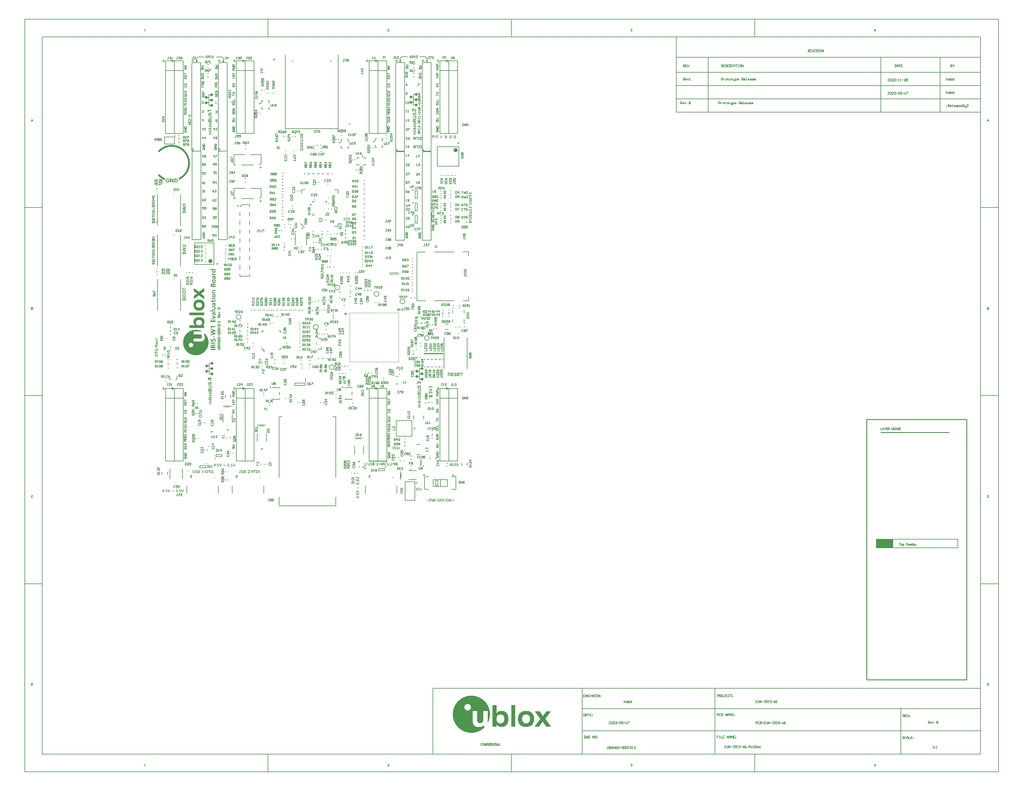
<source format=gto>
G04*
G04 #@! TF.GenerationSoftware,Altium Limited,Altium Designer,24.5.2 (23)*
G04*
G04 Layer_Color=65535*
%FSLAX44Y44*%
%MOMM*%
G71*
G04*
G04 #@! TF.SameCoordinates,06A8B94F-9278-456E-AD24-3EE51E5687D5*
G04*
G04*
G04 #@! TF.FilePolarity,Positive*
G04*
G01*
G75*
%ADD10C,0.1524*%
%ADD11C,0.1270*%
%ADD12C,0.2500*%
%ADD13C,0.6000*%
%ADD14C,0.1275*%
%ADD15C,0.1000*%
%ADD16C,0.5000*%
%ADD17C,0.3810*%
%ADD18C,0.1500*%
%ADD19C,0.2000*%
%ADD20C,0.1016*%
%ADD21C,0.0500*%
%ADD22C,0.0100*%
%ADD23C,0.1778*%
%ADD24R,4.8260X2.4130*%
%ADD25C,0.2540*%
G36*
X363867Y1282750D02*
X366517D01*
Y1281636D01*
X363867D01*
Y1278958D01*
X362739D01*
Y1281636D01*
X360089D01*
Y1282750D01*
X362739D01*
Y1285400D01*
X363867D01*
Y1282750D01*
D02*
G37*
G36*
X526725Y1277532D02*
X528930D01*
Y1276506D01*
X526725D01*
Y1274301D01*
X525699D01*
Y1276506D01*
X523480D01*
Y1277532D01*
X525699D01*
Y1279751D01*
X526725D01*
Y1277532D01*
D02*
G37*
G36*
X416725D02*
X418930D01*
Y1276506D01*
X416725D01*
Y1274301D01*
X415699D01*
Y1276506D01*
X413480D01*
Y1277532D01*
X415699D01*
Y1279751D01*
X416725D01*
Y1277532D01*
D02*
G37*
G36*
X762087Y1140865D02*
X762290Y1140847D01*
X762531Y1140810D01*
X762772Y1140773D01*
X763031Y1140699D01*
X763290Y1140606D01*
X763327Y1140588D01*
X763401Y1140551D01*
X763531Y1140477D01*
X763679Y1140366D01*
X763864Y1140236D01*
X764050Y1140051D01*
X764253Y1139828D01*
X764457Y1139569D01*
X764475Y1139532D01*
X764549Y1139421D01*
X764642Y1139255D01*
X764772Y1139014D01*
X764920Y1138699D01*
X765105Y1138329D01*
X765272Y1137884D01*
X765457Y1137366D01*
X765475Y1137329D01*
X765512Y1137218D01*
X765568Y1137069D01*
X765642Y1136884D01*
X765734Y1136662D01*
X765827Y1136459D01*
X765938Y1136236D01*
X766049Y1136051D01*
X766068Y1136033D01*
X766105Y1135977D01*
X766160Y1135903D01*
X766234Y1135792D01*
X766438Y1135588D01*
X766568Y1135477D01*
X766697Y1135403D01*
X766716D01*
X766771Y1135366D01*
X766845Y1135348D01*
X766938Y1135310D01*
X767068Y1135273D01*
X767234Y1135236D01*
X767401Y1135199D01*
X767586Y1135181D01*
Y1140754D01*
X769586D01*
Y1132755D01*
X768030D01*
X768012D01*
X767956D01*
X767864D01*
X767753Y1132774D01*
X767605D01*
X767438Y1132792D01*
X767253Y1132829D01*
X767049Y1132866D01*
X766623Y1132959D01*
X766179Y1133107D01*
X765734Y1133311D01*
X765531Y1133422D01*
X765327Y1133570D01*
X765309Y1133588D01*
X765290Y1133607D01*
X765235Y1133662D01*
X765161Y1133718D01*
X765068Y1133811D01*
X764975Y1133922D01*
X764864Y1134051D01*
X764735Y1134199D01*
X764605Y1134366D01*
X764475Y1134551D01*
X764346Y1134773D01*
X764216Y1134996D01*
X764068Y1135255D01*
X763938Y1135533D01*
X763809Y1135829D01*
X763698Y1136144D01*
Y1136162D01*
X763679Y1136199D01*
X763661Y1136255D01*
X763642Y1136329D01*
X763568Y1136514D01*
X763494Y1136755D01*
X763401Y1137014D01*
X763290Y1137273D01*
X763179Y1137532D01*
X763068Y1137755D01*
X763050Y1137773D01*
X763012Y1137847D01*
X762957Y1137940D01*
X762864Y1138051D01*
X762679Y1138273D01*
X762568Y1138384D01*
X762457Y1138458D01*
X762439D01*
X762402Y1138495D01*
X762327Y1138514D01*
X762253Y1138551D01*
X762142Y1138588D01*
X762013Y1138606D01*
X761735Y1138643D01*
X761716D01*
X761642D01*
X761531Y1138625D01*
X761402Y1138588D01*
X761235Y1138551D01*
X761087Y1138477D01*
X760939Y1138366D01*
X760791Y1138236D01*
X760772Y1138217D01*
X760735Y1138162D01*
X760679Y1138069D01*
X760605Y1137940D01*
X760531Y1137755D01*
X760476Y1137551D01*
X760439Y1137310D01*
X760420Y1137014D01*
Y1136884D01*
X760439Y1136736D01*
X760476Y1136533D01*
X760531Y1136329D01*
X760605Y1136107D01*
X760698Y1135866D01*
X760846Y1135662D01*
X760865Y1135644D01*
X760920Y1135588D01*
X761031Y1135496D01*
X761161Y1135385D01*
X761328Y1135273D01*
X761550Y1135181D01*
X761790Y1135088D01*
X762087Y1135033D01*
Y1132792D01*
X762068D01*
X762050D01*
X761994D01*
X761920Y1132811D01*
X761735Y1132829D01*
X761494Y1132866D01*
X761235Y1132922D01*
X760939Y1133014D01*
X760624Y1133126D01*
X760309Y1133274D01*
X760291D01*
X760272Y1133292D01*
X760180Y1133366D01*
X760013Y1133477D01*
X759828Y1133625D01*
X759624Y1133811D01*
X759402Y1134051D01*
X759180Y1134329D01*
X758976Y1134662D01*
Y1134681D01*
X758957Y1134699D01*
X758920Y1134755D01*
X758902Y1134829D01*
X758865Y1134922D01*
X758809Y1135033D01*
X758717Y1135310D01*
X758643Y1135644D01*
X758550Y1136033D01*
X758494Y1136496D01*
X758476Y1136995D01*
Y1137218D01*
X758494Y1137329D01*
Y1137458D01*
X758531Y1137773D01*
X758587Y1138106D01*
X758661Y1138477D01*
X758772Y1138847D01*
X758920Y1139180D01*
Y1139199D01*
X758939Y1139217D01*
X758994Y1139329D01*
X759106Y1139477D01*
X759235Y1139662D01*
X759402Y1139884D01*
X759624Y1140088D01*
X759846Y1140291D01*
X760124Y1140458D01*
X760161Y1140477D01*
X760254Y1140532D01*
X760402Y1140588D01*
X760605Y1140680D01*
X760846Y1140754D01*
X761124Y1140810D01*
X761439Y1140865D01*
X761772Y1140884D01*
X761790D01*
X761809D01*
X761920D01*
X762087Y1140865D01*
D02*
G37*
G36*
X183100Y1134480D02*
X174767D01*
X174786Y1134461D01*
X174804Y1134406D01*
X174860Y1134313D01*
X174916Y1134202D01*
X174990Y1134054D01*
X175064Y1133906D01*
X175175Y1133535D01*
Y1133517D01*
X175193Y1133443D01*
X175212Y1133332D01*
X175230Y1133183D01*
X175267Y1133017D01*
X175286Y1132795D01*
X175304Y1132572D01*
Y1131739D01*
X173305D01*
Y1132350D01*
X173286Y1132535D01*
X173268Y1132758D01*
X173231Y1133017D01*
X173194Y1133295D01*
X173120Y1133554D01*
X173027Y1133794D01*
X173008Y1133813D01*
X172971Y1133906D01*
X172916Y1134017D01*
X172823Y1134146D01*
X172694Y1134313D01*
X172546Y1134480D01*
X172379Y1134646D01*
X172175Y1134794D01*
Y1136683D01*
X183100D01*
Y1134480D01*
D02*
G37*
G36*
X768214Y1129891D02*
X768311Y1129877D01*
X768505Y1129850D01*
X768755Y1129794D01*
X769018Y1129711D01*
X769282Y1129586D01*
X769559Y1129434D01*
X769573D01*
X769587Y1129406D01*
X769670Y1129350D01*
X769809Y1129239D01*
X769961Y1129101D01*
X770142Y1128920D01*
X770308Y1128685D01*
X770475Y1128435D01*
X770627Y1128130D01*
Y1128116D01*
X770641Y1128088D01*
X770655Y1128047D01*
X770683Y1127977D01*
X770710Y1127894D01*
X770738Y1127797D01*
X770766Y1127686D01*
X770794Y1127561D01*
X770835Y1127409D01*
X770863Y1127256D01*
X770918Y1126896D01*
X770960Y1126494D01*
X770974Y1126050D01*
Y1125869D01*
X770960Y1125745D01*
X770946Y1125592D01*
X770932Y1125426D01*
X770904Y1125231D01*
X770863Y1125023D01*
X770766Y1124566D01*
X770696Y1124330D01*
X770627Y1124108D01*
X770530Y1123872D01*
X770419Y1123650D01*
X770294Y1123442D01*
X770142Y1123248D01*
X770128Y1123234D01*
X770100Y1123207D01*
X770059Y1123151D01*
X769989Y1123096D01*
X769892Y1123012D01*
X769781Y1122929D01*
X769656Y1122832D01*
X769518Y1122735D01*
X769351Y1122638D01*
X769171Y1122541D01*
X768963Y1122444D01*
X768741Y1122347D01*
X768505Y1122278D01*
X768242Y1122194D01*
X767964Y1122139D01*
X767673Y1122097D01*
X767493Y1123983D01*
X767507D01*
X767534Y1123997D01*
X767590D01*
X767645Y1124011D01*
X767812Y1124066D01*
X768020Y1124136D01*
X768256Y1124219D01*
X768491Y1124344D01*
X768699Y1124482D01*
X768894Y1124663D01*
X768907Y1124691D01*
X768963Y1124760D01*
X769032Y1124871D01*
X769116Y1125037D01*
X769199Y1125245D01*
X769268Y1125481D01*
X769324Y1125758D01*
X769337Y1126077D01*
Y1126230D01*
X769310Y1126396D01*
X769282Y1126604D01*
X769240Y1126826D01*
X769171Y1127062D01*
X769074Y1127284D01*
X768949Y1127478D01*
X768935Y1127506D01*
X768880Y1127561D01*
X768796Y1127631D01*
X768686Y1127728D01*
X768547Y1127811D01*
X768380Y1127894D01*
X768214Y1127950D01*
X768020Y1127963D01*
X768006D01*
X767964D01*
X767895Y1127950D01*
X767812Y1127936D01*
X767729Y1127908D01*
X767632Y1127880D01*
X767534Y1127825D01*
X767437Y1127756D01*
X767423Y1127742D01*
X767396Y1127714D01*
X767354Y1127672D01*
X767299Y1127603D01*
X767229Y1127506D01*
X767160Y1127381D01*
X767091Y1127242D01*
X767021Y1127062D01*
Y1127048D01*
X766994Y1126993D01*
X766966Y1126896D01*
X766938Y1126826D01*
X766924Y1126743D01*
X766897Y1126646D01*
X766855Y1126535D01*
X766827Y1126410D01*
X766786Y1126272D01*
X766744Y1126105D01*
X766702Y1125925D01*
X766647Y1125731D01*
X766591Y1125509D01*
Y1125495D01*
X766578Y1125440D01*
X766550Y1125356D01*
X766522Y1125259D01*
X766480Y1125134D01*
X766439Y1124982D01*
X766383Y1124829D01*
X766328Y1124649D01*
X766189Y1124288D01*
X766023Y1123942D01*
X765940Y1123761D01*
X765843Y1123609D01*
X765745Y1123456D01*
X765648Y1123332D01*
X765635Y1123318D01*
X765607Y1123290D01*
X765565Y1123248D01*
X765510Y1123193D01*
X765426Y1123123D01*
X765329Y1123054D01*
X765232Y1122971D01*
X765107Y1122902D01*
X764816Y1122735D01*
X764483Y1122596D01*
X764303Y1122541D01*
X764123Y1122499D01*
X763915Y1122472D01*
X763707Y1122458D01*
X763693D01*
X763679D01*
X763637D01*
X763582D01*
X763443Y1122486D01*
X763263Y1122513D01*
X763055Y1122555D01*
X762819Y1122624D01*
X762570Y1122721D01*
X762334Y1122860D01*
X762320D01*
X762306Y1122874D01*
X762223Y1122943D01*
X762112Y1123026D01*
X761973Y1123165D01*
X761821Y1123332D01*
X761654Y1123540D01*
X761502Y1123775D01*
X761363Y1124053D01*
Y1124066D01*
X761349Y1124094D01*
X761335Y1124136D01*
X761308Y1124191D01*
X761280Y1124275D01*
X761252Y1124358D01*
X761224Y1124469D01*
X761183Y1124594D01*
X761127Y1124871D01*
X761072Y1125190D01*
X761030Y1125550D01*
X761016Y1125953D01*
Y1126119D01*
X761030Y1126244D01*
X761044Y1126396D01*
X761058Y1126577D01*
X761086Y1126757D01*
X761113Y1126965D01*
X761210Y1127409D01*
X761280Y1127631D01*
X761349Y1127853D01*
X761446Y1128074D01*
X761557Y1128282D01*
X761682Y1128477D01*
X761821Y1128657D01*
X761834Y1128671D01*
X761862Y1128699D01*
X761904Y1128740D01*
X761959Y1128796D01*
X762043Y1128865D01*
X762140Y1128948D01*
X762251Y1129031D01*
X762375Y1129128D01*
X762528Y1129212D01*
X762681Y1129295D01*
X762861Y1129378D01*
X763055Y1129447D01*
X763249Y1129517D01*
X763471Y1129572D01*
X763693Y1129614D01*
X763942Y1129628D01*
X764012Y1127686D01*
X763998D01*
X763984D01*
X763887Y1127658D01*
X763762Y1127631D01*
X763610Y1127575D01*
X763429Y1127506D01*
X763263Y1127409D01*
X763097Y1127284D01*
X762958Y1127145D01*
X762944Y1127131D01*
X762902Y1127076D01*
X762847Y1126979D01*
X762792Y1126840D01*
X762736Y1126674D01*
X762681Y1126466D01*
X762639Y1126216D01*
X762625Y1125925D01*
Y1125786D01*
X762639Y1125634D01*
X762667Y1125453D01*
X762708Y1125245D01*
X762778Y1125023D01*
X762861Y1124815D01*
X762986Y1124621D01*
X762999Y1124607D01*
X763027Y1124580D01*
X763069Y1124524D01*
X763138Y1124469D01*
X763221Y1124413D01*
X763332Y1124358D01*
X763443Y1124330D01*
X763582Y1124316D01*
X763596D01*
X763637D01*
X763707Y1124330D01*
X763776Y1124358D01*
X763873Y1124386D01*
X763970Y1124427D01*
X764067Y1124496D01*
X764164Y1124594D01*
X764178Y1124607D01*
X764220Y1124677D01*
X764248Y1124718D01*
X764275Y1124788D01*
X764317Y1124857D01*
X764359Y1124954D01*
X764400Y1125065D01*
X764456Y1125190D01*
X764511Y1125342D01*
X764567Y1125495D01*
X764622Y1125689D01*
X764678Y1125897D01*
X764733Y1126119D01*
X764802Y1126369D01*
Y1126383D01*
X764816Y1126438D01*
X764830Y1126507D01*
X764858Y1126604D01*
X764886Y1126715D01*
X764927Y1126854D01*
X764969Y1127007D01*
X765010Y1127159D01*
X765121Y1127492D01*
X765232Y1127839D01*
X765357Y1128171D01*
X765426Y1128310D01*
X765496Y1128449D01*
Y1128463D01*
X765510Y1128477D01*
X765565Y1128560D01*
X765648Y1128685D01*
X765759Y1128837D01*
X765898Y1129004D01*
X766064Y1129184D01*
X766259Y1129364D01*
X766480Y1129517D01*
X766508Y1129531D01*
X766591Y1129572D01*
X766716Y1129642D01*
X766897Y1129711D01*
X767118Y1129780D01*
X767382Y1129850D01*
X767673Y1129891D01*
X768006Y1129905D01*
X768020D01*
X768048D01*
X768089D01*
X768145D01*
X768214Y1129891D01*
D02*
G37*
G36*
X181129Y1129887D02*
X181226Y1129873D01*
X181420Y1129845D01*
X181670Y1129790D01*
X181933Y1129706D01*
X182197Y1129582D01*
X182474Y1129429D01*
X182488D01*
X182502Y1129401D01*
X182585Y1129346D01*
X182724Y1129235D01*
X182876Y1129096D01*
X183057Y1128916D01*
X183223Y1128680D01*
X183389Y1128430D01*
X183542Y1128125D01*
Y1128111D01*
X183556Y1128084D01*
X183570Y1128042D01*
X183597Y1127973D01*
X183625Y1127889D01*
X183653Y1127792D01*
X183681Y1127682D01*
X183708Y1127557D01*
X183750Y1127404D01*
X183778Y1127252D01*
X183833Y1126891D01*
X183875Y1126489D01*
X183889Y1126045D01*
Y1125865D01*
X183875Y1125740D01*
X183861Y1125587D01*
X183847Y1125421D01*
X183819Y1125227D01*
X183778Y1125019D01*
X183681Y1124561D01*
X183611Y1124325D01*
X183542Y1124103D01*
X183445Y1123868D01*
X183334Y1123646D01*
X183209Y1123438D01*
X183057Y1123244D01*
X183043Y1123230D01*
X183015Y1123202D01*
X182973Y1123147D01*
X182904Y1123091D01*
X182807Y1123008D01*
X182696Y1122925D01*
X182571Y1122828D01*
X182432Y1122730D01*
X182266Y1122633D01*
X182086Y1122536D01*
X181878Y1122439D01*
X181656Y1122342D01*
X181420Y1122273D01*
X181157Y1122190D01*
X180879Y1122134D01*
X180588Y1122093D01*
X180408Y1123979D01*
X180422D01*
X180449Y1123992D01*
X180505D01*
X180560Y1124006D01*
X180727Y1124062D01*
X180935Y1124131D01*
X181170Y1124214D01*
X181406Y1124339D01*
X181614Y1124478D01*
X181808Y1124658D01*
X181822Y1124686D01*
X181878Y1124755D01*
X181947Y1124866D01*
X182030Y1125033D01*
X182113Y1125241D01*
X182183Y1125476D01*
X182238Y1125754D01*
X182252Y1126073D01*
Y1126225D01*
X182224Y1126392D01*
X182197Y1126600D01*
X182155Y1126822D01*
X182086Y1127057D01*
X181989Y1127279D01*
X181864Y1127474D01*
X181850Y1127501D01*
X181794Y1127557D01*
X181711Y1127626D01*
X181600Y1127723D01*
X181462Y1127806D01*
X181295Y1127889D01*
X181129Y1127945D01*
X180935Y1127959D01*
X180921D01*
X180879D01*
X180810Y1127945D01*
X180727Y1127931D01*
X180643Y1127903D01*
X180546Y1127876D01*
X180449Y1127820D01*
X180352Y1127751D01*
X180338Y1127737D01*
X180311Y1127709D01*
X180269Y1127668D01*
X180214Y1127598D01*
X180144Y1127501D01*
X180075Y1127376D01*
X180005Y1127238D01*
X179936Y1127057D01*
Y1127044D01*
X179908Y1126988D01*
X179881Y1126891D01*
X179853Y1126822D01*
X179839Y1126738D01*
X179811Y1126641D01*
X179770Y1126530D01*
X179742Y1126406D01*
X179700Y1126267D01*
X179659Y1126100D01*
X179617Y1125920D01*
X179562Y1125726D01*
X179506Y1125504D01*
Y1125490D01*
X179492Y1125435D01*
X179465Y1125352D01*
X179437Y1125255D01*
X179395Y1125130D01*
X179354Y1124977D01*
X179298Y1124825D01*
X179243Y1124644D01*
X179104Y1124284D01*
X178938Y1123937D01*
X178854Y1123757D01*
X178757Y1123604D01*
X178660Y1123452D01*
X178563Y1123327D01*
X178549Y1123313D01*
X178522Y1123285D01*
X178480Y1123244D01*
X178424Y1123188D01*
X178341Y1123119D01*
X178244Y1123049D01*
X178147Y1122966D01*
X178022Y1122897D01*
X177731Y1122730D01*
X177398Y1122592D01*
X177218Y1122536D01*
X177038Y1122495D01*
X176830Y1122467D01*
X176622Y1122453D01*
X176608D01*
X176594D01*
X176552D01*
X176497D01*
X176358Y1122481D01*
X176178Y1122509D01*
X175970Y1122550D01*
X175734Y1122619D01*
X175484Y1122717D01*
X175249Y1122855D01*
X175235D01*
X175221Y1122869D01*
X175138Y1122939D01*
X175027Y1123022D01*
X174888Y1123160D01*
X174736Y1123327D01*
X174569Y1123535D01*
X174417Y1123771D01*
X174278Y1124048D01*
Y1124062D01*
X174264Y1124090D01*
X174250Y1124131D01*
X174222Y1124187D01*
X174195Y1124270D01*
X174167Y1124353D01*
X174139Y1124464D01*
X174097Y1124589D01*
X174042Y1124866D01*
X173987Y1125185D01*
X173945Y1125546D01*
X173931Y1125948D01*
Y1126114D01*
X173945Y1126239D01*
X173959Y1126392D01*
X173973Y1126572D01*
X174000Y1126752D01*
X174028Y1126960D01*
X174125Y1127404D01*
X174195Y1127626D01*
X174264Y1127848D01*
X174361Y1128070D01*
X174472Y1128278D01*
X174597Y1128472D01*
X174736Y1128652D01*
X174749Y1128666D01*
X174777Y1128694D01*
X174819Y1128736D01*
X174874Y1128791D01*
X174957Y1128860D01*
X175054Y1128943D01*
X175165Y1129027D01*
X175290Y1129124D01*
X175443Y1129207D01*
X175595Y1129290D01*
X175776Y1129373D01*
X175970Y1129443D01*
X176164Y1129512D01*
X176386Y1129568D01*
X176608Y1129609D01*
X176857Y1129623D01*
X176927Y1127682D01*
X176913D01*
X176899D01*
X176802Y1127654D01*
X176677Y1127626D01*
X176525Y1127570D01*
X176344Y1127501D01*
X176178Y1127404D01*
X176011Y1127279D01*
X175873Y1127141D01*
X175859Y1127127D01*
X175817Y1127071D01*
X175762Y1126974D01*
X175706Y1126835D01*
X175651Y1126669D01*
X175595Y1126461D01*
X175554Y1126211D01*
X175540Y1125920D01*
Y1125781D01*
X175554Y1125629D01*
X175581Y1125449D01*
X175623Y1125241D01*
X175692Y1125019D01*
X175776Y1124811D01*
X175900Y1124617D01*
X175914Y1124603D01*
X175942Y1124575D01*
X175984Y1124520D01*
X176053Y1124464D01*
X176136Y1124408D01*
X176247Y1124353D01*
X176358Y1124325D01*
X176497Y1124312D01*
X176511D01*
X176552D01*
X176622Y1124325D01*
X176691Y1124353D01*
X176788Y1124381D01*
X176885Y1124422D01*
X176982Y1124492D01*
X177079Y1124589D01*
X177093Y1124603D01*
X177135Y1124672D01*
X177162Y1124714D01*
X177190Y1124783D01*
X177232Y1124852D01*
X177273Y1124949D01*
X177315Y1125060D01*
X177370Y1125185D01*
X177426Y1125338D01*
X177481Y1125490D01*
X177537Y1125684D01*
X177592Y1125892D01*
X177648Y1126114D01*
X177717Y1126364D01*
Y1126378D01*
X177731Y1126433D01*
X177745Y1126503D01*
X177773Y1126600D01*
X177800Y1126711D01*
X177842Y1126849D01*
X177884Y1127002D01*
X177925Y1127154D01*
X178036Y1127487D01*
X178147Y1127834D01*
X178272Y1128167D01*
X178341Y1128306D01*
X178411Y1128444D01*
Y1128458D01*
X178424Y1128472D01*
X178480Y1128555D01*
X178563Y1128680D01*
X178674Y1128833D01*
X178813Y1128999D01*
X178979Y1129179D01*
X179173Y1129360D01*
X179395Y1129512D01*
X179423Y1129526D01*
X179506Y1129568D01*
X179631Y1129637D01*
X179811Y1129706D01*
X180033Y1129776D01*
X180297Y1129845D01*
X180588Y1129887D01*
X180921Y1129900D01*
X180935D01*
X180962D01*
X181004D01*
X181059D01*
X181129Y1129887D01*
D02*
G37*
G36*
X766841Y1120544D02*
X767021D01*
X767202D01*
X767604Y1120516D01*
X768020Y1120488D01*
X768200Y1120475D01*
X768380Y1120447D01*
X768547Y1120419D01*
X768699Y1120391D01*
X768713D01*
X768727Y1120378D01*
X768769D01*
X768810Y1120364D01*
X768949Y1120322D01*
X769116Y1120266D01*
X769310Y1120183D01*
X769504Y1120086D01*
X769712Y1119961D01*
X769906Y1119809D01*
X769934Y1119795D01*
X769989Y1119740D01*
X770072Y1119642D01*
X770183Y1119518D01*
X770308Y1119351D01*
X770433Y1119157D01*
X770572Y1118935D01*
X770683Y1118686D01*
Y1118672D01*
X770696Y1118658D01*
X770710Y1118616D01*
X770724Y1118561D01*
X770752Y1118491D01*
X770780Y1118408D01*
X770807Y1118297D01*
X770821Y1118186D01*
X770877Y1117923D01*
X770932Y1117604D01*
X770960Y1117243D01*
X770974Y1116841D01*
Y1116619D01*
X770960Y1116494D01*
Y1116369D01*
X770946Y1116217D01*
X770932Y1116064D01*
X770904Y1115732D01*
X770849Y1115385D01*
X770766Y1115038D01*
X770724Y1114886D01*
X770669Y1114747D01*
Y1114733D01*
X770655Y1114719D01*
X770613Y1114636D01*
X770544Y1114497D01*
X770447Y1114345D01*
X770322Y1114164D01*
X770183Y1113970D01*
X770017Y1113790D01*
X769837Y1113624D01*
X769809Y1113610D01*
X769753Y1113554D01*
X769642Y1113485D01*
X769504Y1113402D01*
X769351Y1113318D01*
X769171Y1113221D01*
X768977Y1113152D01*
X768769Y1113083D01*
X768755D01*
X768727Y1113069D01*
X768686D01*
X768616Y1113055D01*
X768533Y1113041D01*
X768422Y1113027D01*
X768297Y1113013D01*
X768158Y1112999D01*
X767992Y1112972D01*
X767812Y1112958D01*
X767618Y1112944D01*
X767396Y1112930D01*
X767160Y1112916D01*
X766897D01*
X766619Y1112902D01*
X766328D01*
X761197D01*
Y1114844D01*
X766411D01*
X766425D01*
X766467D01*
X766522D01*
X766605D01*
X766716D01*
X766827D01*
X767077Y1114858D01*
X767354D01*
X767618Y1114872D01*
X767742Y1114886D01*
X767853D01*
X767937Y1114900D01*
X768020Y1114913D01*
X768048D01*
X768117Y1114941D01*
X768228Y1114983D01*
X768367Y1115038D01*
X768519Y1115107D01*
X768672Y1115218D01*
X768838Y1115343D01*
X768977Y1115496D01*
X768991Y1115524D01*
X769032Y1115579D01*
X769088Y1115690D01*
X769143Y1115829D01*
X769212Y1116023D01*
X769268Y1116245D01*
X769310Y1116494D01*
X769324Y1116786D01*
Y1116924D01*
X769310Y1117063D01*
X769282Y1117243D01*
X769240Y1117451D01*
X769185Y1117645D01*
X769102Y1117853D01*
X768991Y1118020D01*
X768977Y1118034D01*
X768935Y1118089D01*
X768866Y1118158D01*
X768769Y1118242D01*
X768644Y1118325D01*
X768505Y1118408D01*
X768353Y1118477D01*
X768172Y1118519D01*
X768145D01*
X768075Y1118533D01*
X767951Y1118547D01*
X767784Y1118575D01*
X767673D01*
X767548Y1118588D01*
X767410D01*
X767271Y1118602D01*
X767104D01*
X766924Y1118616D01*
X766730D01*
X766522D01*
X761197D01*
Y1120558D01*
X766259D01*
X766272D01*
X766328D01*
X766425D01*
X766536D01*
X766675D01*
X766841Y1120544D01*
D02*
G37*
G36*
X179756Y1120539D02*
X179936D01*
X180116D01*
X180519Y1120511D01*
X180935Y1120484D01*
X181115Y1120470D01*
X181295Y1120442D01*
X181462Y1120414D01*
X181614Y1120387D01*
X181628D01*
X181642Y1120373D01*
X181684D01*
X181725Y1120359D01*
X181864Y1120317D01*
X182030Y1120262D01*
X182224Y1120179D01*
X182419Y1120082D01*
X182627Y1119957D01*
X182821Y1119804D01*
X182848Y1119790D01*
X182904Y1119735D01*
X182987Y1119638D01*
X183098Y1119513D01*
X183223Y1119347D01*
X183348Y1119152D01*
X183486Y1118931D01*
X183597Y1118681D01*
Y1118667D01*
X183611Y1118653D01*
X183625Y1118612D01*
X183639Y1118556D01*
X183667Y1118487D01*
X183694Y1118403D01*
X183722Y1118293D01*
X183736Y1118182D01*
X183792Y1117918D01*
X183847Y1117599D01*
X183875Y1117239D01*
X183889Y1116836D01*
Y1116615D01*
X183875Y1116490D01*
Y1116365D01*
X183861Y1116212D01*
X183847Y1116060D01*
X183819Y1115727D01*
X183764Y1115380D01*
X183681Y1115033D01*
X183639Y1114881D01*
X183584Y1114742D01*
Y1114728D01*
X183570Y1114715D01*
X183528Y1114631D01*
X183459Y1114493D01*
X183362Y1114340D01*
X183237Y1114160D01*
X183098Y1113966D01*
X182932Y1113785D01*
X182751Y1113619D01*
X182724Y1113605D01*
X182668Y1113550D01*
X182557Y1113480D01*
X182419Y1113397D01*
X182266Y1113314D01*
X182086Y1113217D01*
X181892Y1113147D01*
X181684Y1113078D01*
X181670D01*
X181642Y1113064D01*
X181600D01*
X181531Y1113050D01*
X181448Y1113036D01*
X181337Y1113023D01*
X181212Y1113009D01*
X181073Y1112995D01*
X180907Y1112967D01*
X180727Y1112953D01*
X180532Y1112939D01*
X180311Y1112925D01*
X180075Y1112912D01*
X179811D01*
X179534Y1112898D01*
X179243D01*
X174111D01*
Y1114839D01*
X179326D01*
X179340D01*
X179381D01*
X179437D01*
X179520D01*
X179631D01*
X179742D01*
X179992Y1114853D01*
X180269D01*
X180532Y1114867D01*
X180657Y1114881D01*
X180768D01*
X180851Y1114895D01*
X180935Y1114909D01*
X180962D01*
X181032Y1114936D01*
X181143Y1114978D01*
X181281Y1115033D01*
X181434Y1115103D01*
X181586Y1115214D01*
X181753Y1115339D01*
X181892Y1115491D01*
X181905Y1115519D01*
X181947Y1115574D01*
X182003Y1115685D01*
X182058Y1115824D01*
X182127Y1116018D01*
X182183Y1116240D01*
X182224Y1116490D01*
X182238Y1116781D01*
Y1116920D01*
X182224Y1117058D01*
X182197Y1117239D01*
X182155Y1117447D01*
X182100Y1117641D01*
X182016Y1117849D01*
X181905Y1118015D01*
X181892Y1118029D01*
X181850Y1118085D01*
X181781Y1118154D01*
X181684Y1118237D01*
X181559Y1118320D01*
X181420Y1118403D01*
X181268Y1118473D01*
X181087Y1118514D01*
X181059D01*
X180990Y1118528D01*
X180865Y1118542D01*
X180699Y1118570D01*
X180588D01*
X180463Y1118584D01*
X180324D01*
X180186Y1118598D01*
X180019D01*
X179839Y1118612D01*
X179645D01*
X179437D01*
X174111D01*
Y1120553D01*
X179173D01*
X179187D01*
X179243D01*
X179340D01*
X179451D01*
X179589D01*
X179756Y1120539D01*
D02*
G37*
G36*
X768256Y1111266D02*
X768422Y1111238D01*
X768616Y1111210D01*
X768838Y1111155D01*
X769060Y1111072D01*
X769296Y1110975D01*
X769324Y1110961D01*
X769393Y1110919D01*
X769504Y1110850D01*
X769642Y1110753D01*
X769809Y1110642D01*
X769961Y1110489D01*
X770128Y1110337D01*
X770280Y1110143D01*
X770294Y1110115D01*
X770336Y1110045D01*
X770405Y1109935D01*
X770475Y1109782D01*
X770558Y1109588D01*
X770627Y1109366D01*
X770696Y1109116D01*
X770738Y1108839D01*
Y1108783D01*
X770752Y1108728D01*
Y1108589D01*
X770766Y1108492D01*
Y1108229D01*
X770780Y1108062D01*
Y1107646D01*
X770794Y1107411D01*
Y1103250D01*
X761197D01*
Y1107466D01*
X761210Y1107716D01*
X761224Y1107993D01*
X761238Y1108270D01*
X761266Y1108534D01*
X761294Y1108770D01*
Y1108797D01*
X761308Y1108867D01*
X761335Y1108964D01*
X761377Y1109102D01*
X761432Y1109255D01*
X761502Y1109421D01*
X761585Y1109602D01*
X761696Y1109768D01*
X761710Y1109782D01*
X761751Y1109837D01*
X761821Y1109921D01*
X761904Y1110032D01*
X762029Y1110143D01*
X762167Y1110267D01*
X762320Y1110392D01*
X762500Y1110503D01*
X762528Y1110517D01*
X762583Y1110545D01*
X762694Y1110600D01*
X762833Y1110656D01*
X762999Y1110711D01*
X763180Y1110767D01*
X763402Y1110794D01*
X763624Y1110808D01*
X763637D01*
X763651D01*
X763735D01*
X763859Y1110794D01*
X764026Y1110767D01*
X764220Y1110711D01*
X764428Y1110656D01*
X764636Y1110559D01*
X764858Y1110434D01*
X764886Y1110420D01*
X764955Y1110365D01*
X765052Y1110281D01*
X765177Y1110184D01*
X765302Y1110045D01*
X765454Y1109879D01*
X765579Y1109685D01*
X765704Y1109463D01*
Y1109477D01*
X765718Y1109505D01*
X765732Y1109546D01*
X765745Y1109602D01*
X765815Y1109768D01*
X765912Y1109962D01*
X766023Y1110170D01*
X766175Y1110406D01*
X766356Y1110614D01*
X766578Y1110808D01*
X766605Y1110822D01*
X766689Y1110878D01*
X766813Y1110961D01*
X766980Y1111044D01*
X767202Y1111127D01*
X767437Y1111210D01*
X767715Y1111266D01*
X768020Y1111280D01*
X768034D01*
X768048D01*
X768131D01*
X768256Y1111266D01*
D02*
G37*
G36*
X181170Y1111261D02*
X181337Y1111234D01*
X181531Y1111206D01*
X181753Y1111150D01*
X181975Y1111067D01*
X182211Y1110970D01*
X182238Y1110956D01*
X182308Y1110915D01*
X182419Y1110845D01*
X182557Y1110748D01*
X182724Y1110637D01*
X182876Y1110485D01*
X183043Y1110332D01*
X183195Y1110138D01*
X183209Y1110110D01*
X183251Y1110041D01*
X183320Y1109930D01*
X183389Y1109777D01*
X183473Y1109583D01*
X183542Y1109361D01*
X183611Y1109112D01*
X183653Y1108834D01*
Y1108779D01*
X183667Y1108723D01*
Y1108585D01*
X183681Y1108488D01*
Y1108224D01*
X183694Y1108058D01*
Y1107642D01*
X183708Y1107406D01*
Y1103245D01*
X174111D01*
Y1107461D01*
X174125Y1107711D01*
X174139Y1107988D01*
X174153Y1108266D01*
X174181Y1108529D01*
X174209Y1108765D01*
Y1108793D01*
X174222Y1108862D01*
X174250Y1108959D01*
X174292Y1109098D01*
X174347Y1109250D01*
X174417Y1109417D01*
X174500Y1109597D01*
X174611Y1109763D01*
X174625Y1109777D01*
X174666Y1109833D01*
X174736Y1109916D01*
X174819Y1110027D01*
X174944Y1110138D01*
X175082Y1110263D01*
X175235Y1110388D01*
X175415Y1110499D01*
X175443Y1110512D01*
X175498Y1110540D01*
X175609Y1110596D01*
X175748Y1110651D01*
X175914Y1110707D01*
X176095Y1110762D01*
X176317Y1110790D01*
X176538Y1110804D01*
X176552D01*
X176566D01*
X176649D01*
X176774Y1110790D01*
X176941Y1110762D01*
X177135Y1110707D01*
X177343Y1110651D01*
X177551Y1110554D01*
X177773Y1110429D01*
X177800Y1110415D01*
X177870Y1110360D01*
X177967Y1110277D01*
X178092Y1110180D01*
X178216Y1110041D01*
X178369Y1109874D01*
X178494Y1109680D01*
X178619Y1109458D01*
Y1109472D01*
X178633Y1109500D01*
X178646Y1109542D01*
X178660Y1109597D01*
X178730Y1109763D01*
X178827Y1109958D01*
X178938Y1110166D01*
X179090Y1110402D01*
X179270Y1110610D01*
X179492Y1110804D01*
X179520Y1110817D01*
X179603Y1110873D01*
X179728Y1110956D01*
X179895Y1111039D01*
X180116Y1111123D01*
X180352Y1111206D01*
X180630Y1111261D01*
X180935Y1111275D01*
X180949D01*
X180962D01*
X181046D01*
X181170Y1111261D01*
D02*
G37*
G36*
X767562Y1101780D02*
X767701Y1101766D01*
X767853Y1101738D01*
X768034Y1101711D01*
X768214Y1101669D01*
X768422Y1101613D01*
X768630Y1101544D01*
X768852Y1101461D01*
X769074Y1101364D01*
X769296Y1101239D01*
X769504Y1101100D01*
X769712Y1100948D01*
X769920Y1100768D01*
X769934Y1100754D01*
X769961Y1100726D01*
X770017Y1100670D01*
X770086Y1100587D01*
X770156Y1100490D01*
X770239Y1100365D01*
X770336Y1100227D01*
X770433Y1100074D01*
X770530Y1099894D01*
X770627Y1099700D01*
X770710Y1099492D01*
X770780Y1099256D01*
X770849Y1099020D01*
X770904Y1098757D01*
X770932Y1098493D01*
X770946Y1098202D01*
Y1098105D01*
X770932Y1098036D01*
Y1097952D01*
X770918Y1097855D01*
X770891Y1097619D01*
X770835Y1097328D01*
X770766Y1097023D01*
X770655Y1096704D01*
X770516Y1096371D01*
Y1096357D01*
X770502Y1096330D01*
X770475Y1096288D01*
X770433Y1096233D01*
X770336Y1096080D01*
X770197Y1095886D01*
X770017Y1095678D01*
X769795Y1095456D01*
X769545Y1095248D01*
X769254Y1095054D01*
X769240D01*
X769212Y1095040D01*
X769171Y1095012D01*
X769102Y1094984D01*
X769018Y1094957D01*
X768921Y1094915D01*
X768810Y1094874D01*
X768686Y1094832D01*
X768547Y1094790D01*
X768394Y1094749D01*
X768048Y1094679D01*
X767645Y1094624D01*
X767215Y1094610D01*
X767202D01*
X767174D01*
X767118D01*
X767063Y1094624D01*
X766980D01*
X766883Y1094638D01*
X766647Y1094666D01*
X766383Y1094721D01*
X766092Y1094804D01*
X765773Y1094901D01*
X765454Y1095054D01*
X765440D01*
X765413Y1095081D01*
X765371Y1095095D01*
X765315Y1095137D01*
X765163Y1095248D01*
X764969Y1095387D01*
X764761Y1095567D01*
X764539Y1095789D01*
X764331Y1096038D01*
X764137Y1096330D01*
Y1096344D01*
X764123Y1096371D01*
X764095Y1096413D01*
X764067Y1096482D01*
X764026Y1096552D01*
X763998Y1096649D01*
X763956Y1096760D01*
X763901Y1096871D01*
X763818Y1097148D01*
X763748Y1097467D01*
X763693Y1097814D01*
X763679Y1098188D01*
Y1098341D01*
X763693Y1098452D01*
X763707Y1098590D01*
X763735Y1098743D01*
X763762Y1098923D01*
X763804Y1099103D01*
X763859Y1099311D01*
X763929Y1099519D01*
X764012Y1099727D01*
X764109Y1099949D01*
X764234Y1100171D01*
X764372Y1100379D01*
X764525Y1100587D01*
X764705Y1100781D01*
X764719Y1100795D01*
X764747Y1100823D01*
X764816Y1100879D01*
X764886Y1100934D01*
X764996Y1101017D01*
X765107Y1101100D01*
X765260Y1101198D01*
X765413Y1101295D01*
X765593Y1101378D01*
X765787Y1101475D01*
X766009Y1101558D01*
X766231Y1101641D01*
X766480Y1101697D01*
X766730Y1101752D01*
X767008Y1101780D01*
X767299Y1101794D01*
X767313D01*
X767368D01*
X767451D01*
X767562Y1101780D01*
D02*
G37*
G36*
X180477Y1101775D02*
X180616Y1101761D01*
X180768Y1101734D01*
X180949Y1101706D01*
X181129Y1101664D01*
X181337Y1101609D01*
X181545Y1101540D01*
X181767Y1101456D01*
X181989Y1101359D01*
X182211Y1101234D01*
X182419Y1101096D01*
X182627Y1100943D01*
X182835Y1100763D01*
X182848Y1100749D01*
X182876Y1100721D01*
X182932Y1100666D01*
X183001Y1100583D01*
X183070Y1100486D01*
X183154Y1100361D01*
X183251Y1100222D01*
X183348Y1100070D01*
X183445Y1099889D01*
X183542Y1099695D01*
X183625Y1099487D01*
X183694Y1099251D01*
X183764Y1099016D01*
X183819Y1098752D01*
X183847Y1098488D01*
X183861Y1098197D01*
Y1098100D01*
X183847Y1098031D01*
Y1097948D01*
X183833Y1097851D01*
X183805Y1097615D01*
X183750Y1097324D01*
X183681Y1097019D01*
X183570Y1096700D01*
X183431Y1096367D01*
Y1096353D01*
X183417Y1096325D01*
X183389Y1096283D01*
X183348Y1096228D01*
X183251Y1096075D01*
X183112Y1095881D01*
X182932Y1095673D01*
X182710Y1095451D01*
X182460Y1095243D01*
X182169Y1095049D01*
X182155D01*
X182127Y1095035D01*
X182086Y1095007D01*
X182016Y1094980D01*
X181933Y1094952D01*
X181836Y1094911D01*
X181725Y1094869D01*
X181600Y1094827D01*
X181462Y1094786D01*
X181309Y1094744D01*
X180962Y1094675D01*
X180560Y1094619D01*
X180130Y1094605D01*
X180116D01*
X180089D01*
X180033D01*
X179978Y1094619D01*
X179895D01*
X179797Y1094633D01*
X179562Y1094661D01*
X179298Y1094716D01*
X179007Y1094799D01*
X178688Y1094897D01*
X178369Y1095049D01*
X178355D01*
X178327Y1095077D01*
X178286Y1095091D01*
X178230Y1095132D01*
X178078Y1095243D01*
X177884Y1095382D01*
X177676Y1095562D01*
X177454Y1095784D01*
X177246Y1096034D01*
X177052Y1096325D01*
Y1096339D01*
X177038Y1096367D01*
X177010Y1096408D01*
X176982Y1096478D01*
X176941Y1096547D01*
X176913Y1096644D01*
X176871Y1096755D01*
X176816Y1096866D01*
X176733Y1097143D01*
X176663Y1097462D01*
X176608Y1097809D01*
X176594Y1098183D01*
Y1098336D01*
X176608Y1098447D01*
X176622Y1098586D01*
X176649Y1098738D01*
X176677Y1098918D01*
X176719Y1099099D01*
X176774Y1099307D01*
X176843Y1099515D01*
X176927Y1099723D01*
X177024Y1099945D01*
X177149Y1100167D01*
X177287Y1100375D01*
X177440Y1100583D01*
X177620Y1100777D01*
X177634Y1100791D01*
X177662Y1100818D01*
X177731Y1100874D01*
X177800Y1100929D01*
X177911Y1101013D01*
X178022Y1101096D01*
X178175Y1101193D01*
X178327Y1101290D01*
X178508Y1101373D01*
X178702Y1101470D01*
X178924Y1101553D01*
X179146Y1101637D01*
X179395Y1101692D01*
X179645Y1101748D01*
X179922Y1101775D01*
X180214Y1101789D01*
X180227D01*
X180283D01*
X180366D01*
X180477Y1101775D01*
D02*
G37*
G36*
X579875Y1097006D02*
X582080D01*
Y1095980D01*
X579875D01*
Y1093775D01*
X578849D01*
Y1095980D01*
X576630D01*
Y1097006D01*
X578849D01*
Y1099225D01*
X579875D01*
Y1097006D01*
D02*
G37*
G36*
X765635Y1093653D02*
X765621Y1093639D01*
X765593Y1093570D01*
X765537Y1093487D01*
X765482Y1093376D01*
X765426Y1093237D01*
X765371Y1093098D01*
X765343Y1092946D01*
X765329Y1092793D01*
Y1092738D01*
X765343Y1092655D01*
X765357Y1092571D01*
X765385Y1092474D01*
X765426Y1092363D01*
X765482Y1092252D01*
X765551Y1092141D01*
X765565Y1092128D01*
X765593Y1092100D01*
X765648Y1092044D01*
X765732Y1091989D01*
X765829Y1091919D01*
X765967Y1091850D01*
X766134Y1091781D01*
X766328Y1091725D01*
X766356D01*
X766397Y1091712D01*
X766439Y1091698D01*
X766508D01*
X766591Y1091684D01*
X766702Y1091670D01*
X766827Y1091656D01*
X766966Y1091642D01*
X767146Y1091628D01*
X767326Y1091614D01*
X767548D01*
X767784Y1091601D01*
X768048Y1091587D01*
X768339D01*
X768658D01*
X770794D01*
Y1089742D01*
X763832D01*
Y1091448D01*
X764816D01*
X764802Y1091462D01*
X764719Y1091517D01*
X764594Y1091601D01*
X764442Y1091712D01*
X764289Y1091823D01*
X764137Y1091961D01*
X763998Y1092086D01*
X763901Y1092225D01*
X763887Y1092238D01*
X763859Y1092280D01*
X763832Y1092363D01*
X763790Y1092460D01*
X763748Y1092571D01*
X763707Y1092710D01*
X763693Y1092849D01*
X763679Y1093015D01*
Y1093126D01*
X763693Y1093251D01*
X763721Y1093403D01*
X763762Y1093598D01*
X763832Y1093806D01*
X763915Y1094014D01*
X764040Y1094236D01*
X765635Y1093653D01*
D02*
G37*
G36*
X178549Y1093648D02*
X178535Y1093635D01*
X178508Y1093565D01*
X178452Y1093482D01*
X178397Y1093371D01*
X178341Y1093232D01*
X178286Y1093094D01*
X178258Y1092941D01*
X178244Y1092789D01*
Y1092733D01*
X178258Y1092650D01*
X178272Y1092567D01*
X178300Y1092470D01*
X178341Y1092359D01*
X178397Y1092248D01*
X178466Y1092137D01*
X178480Y1092123D01*
X178508Y1092095D01*
X178563Y1092040D01*
X178646Y1091984D01*
X178743Y1091915D01*
X178882Y1091845D01*
X179049Y1091776D01*
X179243Y1091721D01*
X179270D01*
X179312Y1091707D01*
X179354Y1091693D01*
X179423D01*
X179506Y1091679D01*
X179617Y1091665D01*
X179742Y1091651D01*
X179881Y1091637D01*
X180061Y1091624D01*
X180241Y1091610D01*
X180463D01*
X180699Y1091596D01*
X180962Y1091582D01*
X181254D01*
X181573D01*
X183708D01*
Y1089737D01*
X176746D01*
Y1091443D01*
X177731D01*
X177717Y1091457D01*
X177634Y1091513D01*
X177509Y1091596D01*
X177357Y1091707D01*
X177204Y1091818D01*
X177052Y1091956D01*
X176913Y1092081D01*
X176816Y1092220D01*
X176802Y1092234D01*
X176774Y1092275D01*
X176746Y1092359D01*
X176705Y1092456D01*
X176663Y1092567D01*
X176622Y1092705D01*
X176608Y1092844D01*
X176594Y1093010D01*
Y1093121D01*
X176608Y1093246D01*
X176635Y1093399D01*
X176677Y1093593D01*
X176746Y1093801D01*
X176830Y1094009D01*
X176954Y1094231D01*
X178549Y1093648D01*
D02*
G37*
G36*
X770794Y1086733D02*
X767673Y1084971D01*
X768575Y1084139D01*
X770794D01*
Y1082295D01*
X761197D01*
Y1084139D01*
X766286D01*
X763832Y1086289D01*
Y1088549D01*
X766383Y1086164D01*
X770794Y1088716D01*
Y1086733D01*
D02*
G37*
G36*
X183708Y1086728D02*
X180588Y1084967D01*
X181489Y1084135D01*
X183708D01*
Y1082290D01*
X174111D01*
Y1084135D01*
X179201D01*
X176746Y1086284D01*
Y1088545D01*
X179298Y1086160D01*
X183708Y1088711D01*
Y1086728D01*
D02*
G37*
G36*
X770794Y1078620D02*
X763832D01*
Y1080464D01*
X770794D01*
Y1078620D01*
D02*
G37*
G36*
X762902D02*
X761197D01*
Y1080464D01*
X762902D01*
Y1078620D01*
D02*
G37*
G36*
X183708Y1078615D02*
X176746D01*
Y1080460D01*
X183708D01*
Y1078615D01*
D02*
G37*
G36*
X175817D02*
X174111D01*
Y1080460D01*
X175817D01*
Y1078615D01*
D02*
G37*
G36*
X770794Y1074958D02*
X766827D01*
X766813D01*
X766786D01*
X766730D01*
X766661D01*
X766480Y1074945D01*
X766272Y1074931D01*
X766050Y1074917D01*
X765829Y1074875D01*
X765635Y1074834D01*
X765565Y1074792D01*
X765496Y1074764D01*
X765482Y1074751D01*
X765426Y1074709D01*
X765371Y1074653D01*
X765288Y1074570D01*
X765218Y1074459D01*
X765149Y1074321D01*
X765107Y1074154D01*
X765094Y1073974D01*
Y1073904D01*
X765107Y1073835D01*
X765121Y1073738D01*
X765149Y1073627D01*
X765191Y1073502D01*
X765246Y1073364D01*
X765329Y1073239D01*
X765343Y1073225D01*
X765371Y1073183D01*
X765426Y1073128D01*
X765510Y1073058D01*
X765607Y1072975D01*
X765718Y1072892D01*
X765856Y1072823D01*
X766023Y1072753D01*
X766050D01*
X766106Y1072726D01*
X766217Y1072712D01*
X766369Y1072684D01*
X766578Y1072656D01*
X766827Y1072643D01*
X767118Y1072615D01*
X767465D01*
X770794D01*
Y1070770D01*
X766994D01*
X766980D01*
X766952D01*
X766897D01*
X766827D01*
X766661D01*
X766453Y1070756D01*
X766231Y1070742D01*
X766023Y1070729D01*
X765829Y1070701D01*
X765745Y1070673D01*
X765690Y1070659D01*
X765676D01*
X765635Y1070645D01*
X765579Y1070618D01*
X765524Y1070590D01*
X765371Y1070493D01*
X765302Y1070424D01*
X765246Y1070354D01*
X765232Y1070340D01*
X765218Y1070313D01*
X765191Y1070271D01*
X765163Y1070216D01*
X765135Y1070132D01*
X765121Y1070035D01*
X765094Y1069924D01*
Y1069730D01*
X765107Y1069647D01*
X765121Y1069550D01*
X765149Y1069425D01*
X765191Y1069300D01*
X765246Y1069175D01*
X765329Y1069037D01*
X765343Y1069023D01*
X765371Y1068981D01*
X765426Y1068926D01*
X765496Y1068856D01*
X765593Y1068773D01*
X765704Y1068690D01*
X765843Y1068621D01*
X765995Y1068551D01*
X766009D01*
X766078Y1068523D01*
X766189Y1068510D01*
X766328Y1068482D01*
X766536Y1068454D01*
X766772Y1068440D01*
X767077Y1068413D01*
X767423D01*
X770794D01*
Y1066568D01*
X763832D01*
Y1068260D01*
X764789D01*
X764775Y1068274D01*
X764747Y1068302D01*
X764691Y1068357D01*
X764608Y1068427D01*
X764525Y1068510D01*
X764442Y1068607D01*
X764331Y1068732D01*
X764234Y1068870D01*
X764137Y1069023D01*
X764026Y1069189D01*
X763846Y1069550D01*
X763776Y1069758D01*
X763721Y1069966D01*
X763693Y1070188D01*
X763679Y1070424D01*
Y1070535D01*
X763693Y1070659D01*
X763707Y1070812D01*
X763748Y1070992D01*
X763790Y1071186D01*
X763859Y1071380D01*
X763956Y1071575D01*
X763970Y1071602D01*
X764012Y1071658D01*
X764067Y1071755D01*
X764164Y1071866D01*
X764289Y1071991D01*
X764428Y1072129D01*
X764608Y1072268D01*
X764802Y1072393D01*
X764775Y1072421D01*
X764705Y1072476D01*
X764608Y1072559D01*
X764483Y1072684D01*
X764345Y1072837D01*
X764206Y1073003D01*
X764067Y1073183D01*
X763956Y1073378D01*
X763942Y1073405D01*
X763915Y1073475D01*
X763873Y1073586D01*
X763818Y1073724D01*
X763762Y1073891D01*
X763721Y1074085D01*
X763693Y1074293D01*
X763679Y1074515D01*
Y1074640D01*
X763693Y1074778D01*
X763721Y1074958D01*
X763762Y1075166D01*
X763818Y1075375D01*
X763887Y1075596D01*
X763998Y1075805D01*
X764012Y1075832D01*
X764053Y1075888D01*
X764123Y1075985D01*
X764220Y1076110D01*
X764359Y1076234D01*
X764511Y1076373D01*
X764691Y1076498D01*
X764913Y1076609D01*
X764927Y1076623D01*
X764996Y1076637D01*
X765107Y1076664D01*
X765260Y1076706D01*
X765454Y1076748D01*
X765704Y1076775D01*
X766009Y1076789D01*
X766356Y1076803D01*
X770794D01*
Y1074958D01*
D02*
G37*
G36*
X183708Y1074954D02*
X179742D01*
X179728D01*
X179700D01*
X179645D01*
X179576D01*
X179395Y1074940D01*
X179187Y1074926D01*
X178965Y1074912D01*
X178743Y1074871D01*
X178549Y1074829D01*
X178480Y1074787D01*
X178411Y1074760D01*
X178397Y1074746D01*
X178341Y1074704D01*
X178286Y1074649D01*
X178203Y1074566D01*
X178133Y1074455D01*
X178064Y1074316D01*
X178022Y1074149D01*
X178008Y1073969D01*
Y1073900D01*
X178022Y1073830D01*
X178036Y1073733D01*
X178064Y1073623D01*
X178106Y1073498D01*
X178161Y1073359D01*
X178244Y1073234D01*
X178258Y1073220D01*
X178286Y1073179D01*
X178341Y1073123D01*
X178424Y1073054D01*
X178522Y1072971D01*
X178633Y1072887D01*
X178771Y1072818D01*
X178938Y1072749D01*
X178965D01*
X179021Y1072721D01*
X179132Y1072707D01*
X179284Y1072679D01*
X179492Y1072652D01*
X179742Y1072638D01*
X180033Y1072610D01*
X180380D01*
X183708D01*
Y1070766D01*
X179908D01*
X179895D01*
X179867D01*
X179811D01*
X179742D01*
X179576D01*
X179368Y1070752D01*
X179146Y1070738D01*
X178938Y1070724D01*
X178743Y1070696D01*
X178660Y1070668D01*
X178605Y1070655D01*
X178591D01*
X178549Y1070641D01*
X178494Y1070613D01*
X178438Y1070585D01*
X178286Y1070488D01*
X178216Y1070419D01*
X178161Y1070350D01*
X178147Y1070336D01*
X178133Y1070308D01*
X178106Y1070266D01*
X178078Y1070211D01*
X178050Y1070128D01*
X178036Y1070031D01*
X178008Y1069920D01*
Y1069725D01*
X178022Y1069642D01*
X178036Y1069545D01*
X178064Y1069420D01*
X178106Y1069296D01*
X178161Y1069171D01*
X178244Y1069032D01*
X178258Y1069018D01*
X178286Y1068977D01*
X178341Y1068921D01*
X178411Y1068852D01*
X178508Y1068768D01*
X178619Y1068685D01*
X178757Y1068616D01*
X178910Y1068547D01*
X178924D01*
X178993Y1068519D01*
X179104Y1068505D01*
X179243Y1068477D01*
X179451Y1068450D01*
X179687Y1068436D01*
X179992Y1068408D01*
X180338D01*
X183708D01*
Y1066563D01*
X176746D01*
Y1068255D01*
X177703D01*
X177689Y1068269D01*
X177662Y1068297D01*
X177606Y1068353D01*
X177523Y1068422D01*
X177440Y1068505D01*
X177357Y1068602D01*
X177246Y1068727D01*
X177149Y1068866D01*
X177052Y1069018D01*
X176941Y1069185D01*
X176760Y1069545D01*
X176691Y1069753D01*
X176635Y1069961D01*
X176608Y1070183D01*
X176594Y1070419D01*
Y1070530D01*
X176608Y1070655D01*
X176622Y1070807D01*
X176663Y1070987D01*
X176705Y1071182D01*
X176774Y1071376D01*
X176871Y1071570D01*
X176885Y1071598D01*
X176927Y1071653D01*
X176982Y1071750D01*
X177079Y1071861D01*
X177204Y1071986D01*
X177343Y1072125D01*
X177523Y1072263D01*
X177717Y1072388D01*
X177689Y1072416D01*
X177620Y1072471D01*
X177523Y1072555D01*
X177398Y1072679D01*
X177260Y1072832D01*
X177121Y1072998D01*
X176982Y1073179D01*
X176871Y1073373D01*
X176857Y1073401D01*
X176830Y1073470D01*
X176788Y1073581D01*
X176733Y1073719D01*
X176677Y1073886D01*
X176635Y1074080D01*
X176608Y1074288D01*
X176594Y1074510D01*
Y1074635D01*
X176608Y1074773D01*
X176635Y1074954D01*
X176677Y1075162D01*
X176733Y1075370D01*
X176802Y1075592D01*
X176913Y1075800D01*
X176927Y1075827D01*
X176968Y1075883D01*
X177038Y1075980D01*
X177135Y1076105D01*
X177273Y1076230D01*
X177426Y1076368D01*
X177606Y1076493D01*
X177828Y1076604D01*
X177842Y1076618D01*
X177911Y1076632D01*
X178022Y1076660D01*
X178175Y1076701D01*
X178369Y1076743D01*
X178619Y1076771D01*
X178924Y1076785D01*
X179270Y1076798D01*
X183708D01*
Y1074954D01*
D02*
G37*
G36*
X834172Y1065104D02*
X834297D01*
X834574Y1065076D01*
X834879Y1065035D01*
X835212Y1064979D01*
X835545Y1064910D01*
X835850Y1064799D01*
Y1063273D01*
X835836D01*
X835808Y1063287D01*
X835767Y1063315D01*
X835697Y1063343D01*
X835628Y1063384D01*
X835531Y1063426D01*
X835420Y1063468D01*
X835309Y1063509D01*
X835032Y1063592D01*
X834713Y1063676D01*
X834352Y1063731D01*
X833978Y1063745D01*
X833867D01*
X833770Y1063731D01*
X833672Y1063717D01*
X833548Y1063703D01*
X833270Y1063648D01*
X832965Y1063551D01*
X832799Y1063482D01*
X832632Y1063412D01*
X832466Y1063315D01*
X832313Y1063204D01*
X832161Y1063079D01*
X832008Y1062941D01*
X831994Y1062927D01*
X831981Y1062899D01*
X831939Y1062857D01*
X831897Y1062802D01*
X831842Y1062719D01*
X831773Y1062622D01*
X831703Y1062511D01*
X831648Y1062386D01*
X831578Y1062247D01*
X831509Y1062095D01*
X831440Y1061914D01*
X831384Y1061734D01*
X831301Y1061332D01*
X831287Y1061110D01*
X831273Y1060874D01*
Y1060860D01*
Y1060819D01*
Y1060749D01*
X831287Y1060666D01*
X831301Y1060555D01*
X831315Y1060430D01*
X831329Y1060292D01*
X831357Y1060153D01*
X831440Y1059834D01*
X831564Y1059487D01*
X831648Y1059321D01*
X831745Y1059168D01*
X831842Y1059016D01*
X831967Y1058863D01*
X831981Y1058849D01*
X831994Y1058836D01*
X832036Y1058794D01*
X832092Y1058752D01*
X832161Y1058697D01*
X832258Y1058628D01*
X832355Y1058558D01*
X832466Y1058489D01*
X832743Y1058350D01*
X833062Y1058225D01*
X833437Y1058142D01*
X833631Y1058128D01*
X833853Y1058114D01*
X833964D01*
X834047Y1058128D01*
X834144D01*
X834255Y1058142D01*
X834380Y1058156D01*
X834519Y1058184D01*
X834824Y1058239D01*
X835170Y1058336D01*
X835503Y1058461D01*
X835850Y1058641D01*
Y1057185D01*
X835836D01*
X835808Y1057171D01*
X835753Y1057144D01*
X835683Y1057116D01*
X835600Y1057088D01*
X835489Y1057047D01*
X835378Y1057005D01*
X835226Y1056977D01*
X835073Y1056936D01*
X834907Y1056894D01*
X834713Y1056852D01*
X834505Y1056825D01*
X834297Y1056797D01*
X834061Y1056769D01*
X833562Y1056755D01*
X833478D01*
X833395Y1056769D01*
X833270D01*
X833118Y1056783D01*
X832937Y1056811D01*
X832743Y1056852D01*
X832521Y1056894D01*
X832299Y1056949D01*
X832064Y1057019D01*
X831828Y1057102D01*
X831592Y1057213D01*
X831357Y1057338D01*
X831121Y1057477D01*
X830899Y1057643D01*
X830691Y1057837D01*
X830677Y1057851D01*
X830649Y1057893D01*
X830594Y1057948D01*
X830524Y1058031D01*
X830441Y1058142D01*
X830358Y1058281D01*
X830261Y1058433D01*
X830164Y1058614D01*
X830053Y1058808D01*
X829956Y1059030D01*
X829873Y1059279D01*
X829789Y1059529D01*
X829720Y1059820D01*
X829665Y1060111D01*
X829637Y1060430D01*
X829623Y1060763D01*
Y1060791D01*
Y1060846D01*
X829637Y1060944D01*
Y1061082D01*
X829665Y1061249D01*
X829692Y1061429D01*
X829720Y1061651D01*
X829775Y1061873D01*
X829831Y1062122D01*
X829914Y1062372D01*
X830011Y1062635D01*
X830122Y1062899D01*
X830261Y1063149D01*
X830427Y1063412D01*
X830608Y1063662D01*
X830816Y1063897D01*
X830829Y1063911D01*
X830871Y1063953D01*
X830940Y1064008D01*
X831038Y1064092D01*
X831149Y1064175D01*
X831287Y1064286D01*
X831454Y1064397D01*
X831648Y1064508D01*
X831856Y1064619D01*
X832092Y1064730D01*
X832341Y1064841D01*
X832618Y1064924D01*
X832910Y1065007D01*
X833215Y1065062D01*
X833534Y1065104D01*
X833880Y1065118D01*
X834075D01*
X834172Y1065104D01*
D02*
G37*
G36*
X828735Y1063676D02*
X825795D01*
Y1061457D01*
X828500D01*
Y1060167D01*
X825795D01*
Y1056894D01*
X824228D01*
Y1064979D01*
X828735D01*
Y1063676D01*
D02*
G37*
G36*
X819873Y1064965D02*
X820054Y1064951D01*
X820262Y1064910D01*
X820498Y1064868D01*
X820747Y1064799D01*
X821011Y1064702D01*
X821274Y1064591D01*
X821524Y1064438D01*
X821759Y1064272D01*
X821968Y1064050D01*
X822148Y1063801D01*
X822287Y1063509D01*
X822342Y1063343D01*
X822384Y1063176D01*
X822398Y1062982D01*
X822411Y1062788D01*
Y1062774D01*
Y1062747D01*
Y1062705D01*
Y1062649D01*
X822384Y1062497D01*
X822356Y1062317D01*
X822300Y1062095D01*
X822217Y1061859D01*
X822092Y1061623D01*
X821940Y1061387D01*
X821912Y1061360D01*
X821857Y1061290D01*
X821746Y1061193D01*
X821607Y1061068D01*
X821413Y1060930D01*
X821191Y1060791D01*
X820914Y1060666D01*
X820609Y1060555D01*
Y1060541D01*
X820636Y1060527D01*
X820705Y1060500D01*
X820816Y1060430D01*
X820969Y1060320D01*
X821052Y1060236D01*
X821149Y1060153D01*
X821246Y1060056D01*
X821357Y1059931D01*
X821468Y1059806D01*
X821579Y1059654D01*
X821704Y1059487D01*
X821829Y1059293D01*
X823368Y1056894D01*
X821552D01*
X820262Y1059030D01*
Y1059044D01*
X820248Y1059057D01*
X820192Y1059141D01*
X820123Y1059252D01*
X820040Y1059376D01*
X819929Y1059529D01*
X819818Y1059668D01*
X819707Y1059779D01*
X819596Y1059876D01*
X819582Y1059890D01*
X819555Y1059903D01*
X819485Y1059945D01*
X819416Y1059987D01*
X819333Y1060014D01*
X819222Y1060056D01*
X819111Y1060070D01*
X819000Y1060084D01*
X818431D01*
Y1056894D01*
X816864D01*
Y1064979D01*
X819735D01*
X819873Y1064965D01*
D02*
G37*
G36*
X58064Y940345D02*
X58231D01*
X58416Y940327D01*
X58619Y940308D01*
X59064Y940234D01*
X59527Y940142D01*
X59971Y940012D01*
X60397Y939846D01*
X60416D01*
X60453Y939827D01*
X60508Y939790D01*
X60582Y939753D01*
X60767Y939642D01*
X60989Y939494D01*
X61249Y939290D01*
X61508Y939068D01*
X61767Y938809D01*
X61971Y938512D01*
X61989Y938475D01*
X62045Y938383D01*
X62138Y938216D01*
X62230Y938012D01*
X62323Y937753D01*
X62415Y937475D01*
X62489Y937179D01*
X62526Y936864D01*
X60286D01*
Y936883D01*
X60267Y936957D01*
X60212Y937068D01*
X60156Y937198D01*
X60064Y937346D01*
X59934Y937512D01*
X59767Y937698D01*
X59545Y937864D01*
X59508Y937883D01*
X59434Y937938D01*
X59286Y938012D01*
X59082Y938105D01*
X58823Y938179D01*
X58508Y938253D01*
X58120Y938309D01*
X57675Y938327D01*
X57508D01*
X57323Y938309D01*
X57083Y938290D01*
X56805Y938234D01*
X56508Y938179D01*
X56194Y938086D01*
X55897Y937957D01*
X55860Y937938D01*
X55768Y937883D01*
X55620Y937809D01*
X55453Y937679D01*
X55249Y937531D01*
X55046Y937327D01*
X54861Y937086D01*
X54675Y936809D01*
X54657Y936772D01*
X54601Y936661D01*
X54527Y936494D01*
X54453Y936253D01*
X54379Y935957D01*
X54305Y935587D01*
X54250Y935179D01*
X54231Y934716D01*
Y934698D01*
Y934661D01*
Y934587D01*
Y934494D01*
X54250Y934383D01*
Y934253D01*
X54286Y933957D01*
X54342Y933624D01*
X54416Y933272D01*
X54527Y932920D01*
X54675Y932606D01*
X54694Y932569D01*
X54749Y932476D01*
X54861Y932328D01*
X54990Y932161D01*
X55175Y931976D01*
X55379Y931791D01*
X55620Y931606D01*
X55897Y931458D01*
X55935Y931439D01*
X56027Y931402D01*
X56194Y931346D01*
X56416Y931291D01*
X56675Y931217D01*
X56971Y931161D01*
X57305Y931124D01*
X57675Y931106D01*
X57823D01*
X57916Y931124D01*
X58045D01*
X58175Y931143D01*
X58490Y931180D01*
X58842Y931235D01*
X59175Y931346D01*
X59490Y931476D01*
X59638Y931569D01*
X59749Y931661D01*
X59767Y931680D01*
X59841Y931754D01*
X59934Y931883D01*
X60064Y932050D01*
X60175Y932254D01*
X60267Y932513D01*
X60342Y932791D01*
X60360Y933105D01*
Y933420D01*
X57305D01*
Y935383D01*
X62564D01*
Y933235D01*
Y933216D01*
Y933179D01*
Y933124D01*
Y933031D01*
X62545Y932920D01*
X62526Y932809D01*
X62489Y932513D01*
X62415Y932180D01*
X62323Y931828D01*
X62175Y931458D01*
X61989Y931087D01*
Y931069D01*
X61971Y931050D01*
X61878Y930939D01*
X61749Y930754D01*
X61564Y930550D01*
X61323Y930309D01*
X61027Y930069D01*
X60675Y929828D01*
X60286Y929606D01*
X60267D01*
X60230Y929587D01*
X60175Y929550D01*
X60082Y929532D01*
X59971Y929476D01*
X59841Y929439D01*
X59693Y929384D01*
X59527Y929347D01*
X59323Y929291D01*
X59119Y929236D01*
X58638Y929161D01*
X58101Y929087D01*
X57508Y929069D01*
X57342D01*
X57231Y929087D01*
X57083D01*
X56897Y929106D01*
X56712Y929124D01*
X56508Y929143D01*
X56046Y929217D01*
X55546Y929328D01*
X55027Y929495D01*
X54546Y929698D01*
X54527D01*
X54490Y929735D01*
X54435Y929772D01*
X54342Y929828D01*
X54120Y929976D01*
X53842Y930180D01*
X53527Y930458D01*
X53213Y930772D01*
X52916Y931161D01*
X52639Y931606D01*
Y931624D01*
X52601Y931661D01*
X52583Y931735D01*
X52527Y931828D01*
X52490Y931957D01*
X52435Y932106D01*
X52361Y932272D01*
X52305Y932476D01*
X52250Y932680D01*
X52176Y932920D01*
X52120Y933179D01*
X52083Y933457D01*
X52009Y934050D01*
X51972Y934716D01*
Y934753D01*
Y934846D01*
X51990Y934976D01*
Y935179D01*
X52028Y935402D01*
X52046Y935679D01*
X52102Y935957D01*
X52157Y936290D01*
X52231Y936624D01*
X52342Y936957D01*
X52453Y937309D01*
X52601Y937661D01*
X52768Y937994D01*
X52972Y938327D01*
X53213Y938642D01*
X53472Y938920D01*
X53490Y938938D01*
X53546Y938975D01*
X53638Y939049D01*
X53749Y939142D01*
X53898Y939253D01*
X54101Y939383D01*
X54305Y939512D01*
X54564Y939642D01*
X54842Y939771D01*
X55157Y939901D01*
X55490Y940031D01*
X55879Y940142D01*
X56268Y940234D01*
X56694Y940308D01*
X57157Y940345D01*
X57638Y940364D01*
X57916D01*
X58064Y940345D01*
D02*
G37*
G36*
X74488Y929254D02*
X71526D01*
X66693Y937346D01*
Y929254D01*
X64489D01*
Y940179D01*
X67433D01*
X72285Y931957D01*
Y940179D01*
X74488D01*
Y929254D01*
D02*
G37*
G36*
X81895Y940160D02*
X82099Y940142D01*
X82358Y940105D01*
X82635Y940068D01*
X82932Y940012D01*
X83246Y939938D01*
X83580Y939846D01*
X83913Y939734D01*
X84246Y939605D01*
X84580Y939438D01*
X84895Y939253D01*
X85209Y939049D01*
X85487Y938809D01*
X85506Y938790D01*
X85543Y938753D01*
X85617Y938660D01*
X85709Y938549D01*
X85820Y938420D01*
X85950Y938234D01*
X86080Y938031D01*
X86228Y937790D01*
X86357Y937512D01*
X86487Y937216D01*
X86616Y936883D01*
X86728Y936513D01*
X86820Y936105D01*
X86894Y935679D01*
X86931Y935216D01*
X86950Y934716D01*
Y934679D01*
Y934587D01*
Y934457D01*
X86931Y934253D01*
X86913Y934031D01*
X86876Y933772D01*
X86820Y933476D01*
X86765Y933161D01*
X86691Y932828D01*
X86598Y932494D01*
X86468Y932143D01*
X86339Y931809D01*
X86172Y931476D01*
X85968Y931161D01*
X85746Y930865D01*
X85487Y930587D01*
X85469Y930569D01*
X85413Y930532D01*
X85339Y930458D01*
X85228Y930384D01*
X85061Y930272D01*
X84895Y930161D01*
X84672Y930050D01*
X84432Y929921D01*
X84172Y929791D01*
X83857Y929680D01*
X83543Y929569D01*
X83172Y929458D01*
X82784Y929384D01*
X82376Y929309D01*
X81932Y929273D01*
X81469Y929254D01*
X76951D01*
Y940179D01*
X81710D01*
X81895Y940160D01*
D02*
G37*
G36*
X928271Y900236D02*
X928368Y900222D01*
X928479Y900208D01*
X928729Y900153D01*
X929020Y900042D01*
X929173Y899986D01*
X929325Y899903D01*
X929478Y899806D01*
X929616Y899695D01*
X929755Y899570D01*
X929880Y899418D01*
Y899404D01*
X929908Y899376D01*
X929935Y899335D01*
X929977Y899265D01*
X930032Y899182D01*
X930088Y899085D01*
X930143Y898960D01*
X930199Y898835D01*
X930254Y898683D01*
X930310Y898516D01*
X930365Y898336D01*
X930421Y898142D01*
X930462Y897920D01*
X930490Y897698D01*
X930504Y897462D01*
X930518Y897213D01*
Y897019D01*
X930504Y896908D01*
X930490Y896797D01*
Y896658D01*
X930462Y896519D01*
X930421Y896200D01*
X930351Y895868D01*
X930254Y895535D01*
X930116Y895230D01*
X928715D01*
Y895244D01*
X928743Y895271D01*
X928770Y895313D01*
X928812Y895368D01*
X928854Y895452D01*
X928909Y895549D01*
X928965Y895659D01*
X929020Y895770D01*
X929131Y896048D01*
X929228Y896381D01*
X929297Y896741D01*
X929311Y896935D01*
X929325Y897130D01*
Y897241D01*
X929311Y897379D01*
X929284Y897532D01*
X929242Y897712D01*
X929186Y897906D01*
X929117Y898086D01*
X929006Y898253D01*
X928992Y898267D01*
X928951Y898322D01*
X928867Y898392D01*
X928770Y898475D01*
X928646Y898544D01*
X928479Y898614D01*
X928299Y898669D01*
X928091Y898683D01*
X928077D01*
X928035D01*
X927980Y898669D01*
X927897Y898655D01*
X927800Y898627D01*
X927689Y898586D01*
X927578Y898530D01*
X927453Y898447D01*
X927342Y898350D01*
X927231Y898225D01*
X927120Y898073D01*
X927023Y897878D01*
X926940Y897671D01*
X926884Y897407D01*
X926843Y897116D01*
X926829Y896783D01*
Y896076D01*
X925636D01*
Y896811D01*
X925622Y896894D01*
Y897005D01*
X925594Y897143D01*
X925567Y897282D01*
X925484Y897601D01*
X925428Y897754D01*
X925345Y897906D01*
X925248Y898059D01*
X925137Y898184D01*
X924998Y898295D01*
X924846Y898378D01*
X924665Y898433D01*
X924457Y898447D01*
X924444D01*
X924416D01*
X924360Y898433D01*
X924277D01*
X924111Y898378D01*
X924000Y898336D01*
X923903Y898281D01*
X923805Y898211D01*
X923695Y898128D01*
X923611Y898017D01*
X923514Y897892D01*
X923445Y897740D01*
X923390Y897560D01*
X923362Y897365D01*
X923348Y897130D01*
Y897046D01*
X923362Y896991D01*
Y896922D01*
X923376Y896824D01*
X923417Y896630D01*
X923473Y896381D01*
X923570Y896117D01*
X923708Y895840D01*
X923889Y895549D01*
X922599D01*
Y895563D01*
X922585Y895590D01*
X922557Y895632D01*
X922530Y895701D01*
X922502Y895770D01*
X922460Y895868D01*
X922419Y895978D01*
X922377Y896103D01*
X922294Y896381D01*
X922225Y896713D01*
X922169Y897088D01*
X922155Y897490D01*
Y897601D01*
X922169Y897671D01*
Y897767D01*
X922183Y897878D01*
X922225Y898128D01*
X922280Y898419D01*
X922377Y898725D01*
X922502Y899016D01*
X922682Y899293D01*
Y899307D01*
X922710Y899321D01*
X922779Y899404D01*
X922904Y899515D01*
X923057Y899654D01*
X923279Y899779D01*
X923528Y899889D01*
X923819Y899973D01*
X923986Y899986D01*
X924152Y900000D01*
X924166D01*
X924222D01*
X924305Y899986D01*
X924402Y899973D01*
X924527Y899945D01*
X924679Y899917D01*
X924832Y899862D01*
X924998Y899806D01*
X925165Y899709D01*
X925331Y899612D01*
X925498Y899473D01*
X925664Y899321D01*
X925816Y899140D01*
X925941Y898919D01*
X926052Y898669D01*
X926149Y898392D01*
X926177D01*
Y898433D01*
X926191Y898475D01*
X926205Y898530D01*
X926233Y898683D01*
X926288Y898877D01*
X926371Y899099D01*
X926468Y899321D01*
X926621Y899543D01*
X926801Y899737D01*
X926829Y899765D01*
X926898Y899820D01*
X927009Y899903D01*
X927162Y900000D01*
X927342Y900084D01*
X927564Y900167D01*
X927813Y900222D01*
X928077Y900250D01*
X928091D01*
X928132D01*
X928188D01*
X928271Y900236D01*
D02*
G37*
G36*
X923597Y891943D02*
X930379D01*
Y890376D01*
X923597D01*
Y888060D01*
X922294D01*
Y894259D01*
X923597D01*
Y891943D01*
D02*
G37*
G36*
X930379Y886160D02*
X928243Y884870D01*
X928230D01*
X928216Y884856D01*
X928132Y884801D01*
X928021Y884731D01*
X927897Y884648D01*
X927744Y884537D01*
X927606Y884426D01*
X927495Y884315D01*
X927397Y884204D01*
X927384Y884190D01*
X927370Y884163D01*
X927328Y884093D01*
X927287Y884024D01*
X927259Y883941D01*
X927217Y883830D01*
X927203Y883719D01*
X927189Y883608D01*
Y883039D01*
X930379D01*
Y881472D01*
X922294D01*
Y884343D01*
X922308Y884482D01*
X922322Y884662D01*
X922363Y884870D01*
X922405Y885106D01*
X922474Y885355D01*
X922571Y885619D01*
X922682Y885882D01*
X922835Y886132D01*
X923001Y886368D01*
X923223Y886576D01*
X923473Y886756D01*
X923764Y886895D01*
X923930Y886950D01*
X924097Y886992D01*
X924291Y887006D01*
X924485Y887020D01*
X924499D01*
X924527D01*
X924568D01*
X924624D01*
X924776Y886992D01*
X924957Y886964D01*
X925179Y886909D01*
X925414Y886825D01*
X925650Y886701D01*
X925886Y886548D01*
X925913Y886520D01*
X925983Y886465D01*
X926080Y886354D01*
X926205Y886215D01*
X926343Y886021D01*
X926482Y885799D01*
X926607Y885522D01*
X926718Y885217D01*
X926732D01*
X926746Y885244D01*
X926773Y885314D01*
X926843Y885425D01*
X926954Y885577D01*
X927037Y885660D01*
X927120Y885758D01*
X927217Y885855D01*
X927342Y885965D01*
X927467Y886077D01*
X927619Y886187D01*
X927786Y886312D01*
X927980Y886437D01*
X930379Y887977D01*
Y886160D01*
D02*
G37*
G36*
Y878699D02*
X928451Y878047D01*
Y875010D01*
X930379Y874372D01*
Y872666D01*
X922294Y875661D01*
Y877464D01*
X930379Y880418D01*
Y878699D01*
D02*
G37*
G36*
X927189Y871709D02*
X927287Y871695D01*
X927508Y871667D01*
X927786Y871626D01*
X928077Y871542D01*
X928410Y871445D01*
X928729Y871307D01*
X929062Y871126D01*
X929395Y870918D01*
X929686Y870641D01*
X929824Y870488D01*
X929963Y870322D01*
X930074Y870142D01*
X930185Y869948D01*
X930282Y869726D01*
X930365Y869504D01*
X930435Y869254D01*
X930476Y868991D01*
X930504Y868713D01*
X930518Y868408D01*
Y868325D01*
X930504Y868270D01*
Y868200D01*
X930490Y868117D01*
X930462Y867909D01*
X930407Y867673D01*
X930338Y867410D01*
X930227Y867118D01*
X930088Y866827D01*
X929894Y866522D01*
X929672Y866231D01*
X929533Y866106D01*
X929395Y865967D01*
X929228Y865843D01*
X929048Y865732D01*
X928867Y865621D01*
X928660Y865524D01*
X928438Y865440D01*
X928188Y865371D01*
X927938Y865315D01*
X927661Y865274D01*
X927370Y865246D01*
X927051Y865232D01*
X922294D01*
Y866799D01*
X927051D01*
X927078D01*
X927134D01*
X927245Y866813D01*
X927384Y866827D01*
X927536Y866855D01*
X927716Y866883D01*
X927911Y866938D01*
X928105Y867007D01*
X928299Y867104D01*
X928493Y867215D01*
X928673Y867354D01*
X928826Y867521D01*
X928965Y867701D01*
X929062Y867937D01*
X929131Y868200D01*
X929159Y868491D01*
Y868561D01*
X929145Y868644D01*
X929131Y868755D01*
X929089Y868880D01*
X929048Y869018D01*
X928992Y869171D01*
X928909Y869324D01*
X928798Y869476D01*
X928660Y869629D01*
X928493Y869767D01*
X928299Y869892D01*
X928063Y870003D01*
X927786Y870086D01*
X927481Y870142D01*
X927120Y870156D01*
X922294D01*
Y871723D01*
X926954D01*
X926967D01*
X926995D01*
X927037D01*
X927106D01*
X927189Y871709D01*
D02*
G37*
G36*
X110000Y865301D02*
X103052D01*
X103066Y865287D01*
X103094Y865259D01*
X103135Y865204D01*
X103204Y865121D01*
X103288Y865024D01*
X103371Y864913D01*
X103468Y864774D01*
X103579Y864621D01*
X103690Y864455D01*
X103801Y864275D01*
X103926Y864081D01*
X104037Y863873D01*
X104245Y863429D01*
X104439Y862929D01*
X102775D01*
Y862943D01*
X102761Y862957D01*
X102747Y862999D01*
X102733Y863054D01*
X102664Y863193D01*
X102580Y863387D01*
X102470Y863623D01*
X102317Y863886D01*
X102123Y864178D01*
X101901Y864483D01*
X101887Y864497D01*
X101873Y864524D01*
X101832Y864566D01*
X101776Y864621D01*
X101637Y864774D01*
X101457Y864940D01*
X101235Y865135D01*
X100958Y865329D01*
X100667Y865509D01*
X100348Y865648D01*
Y867145D01*
X110000D01*
Y865301D01*
D02*
G37*
G36*
X930379Y855303D02*
X922294D01*
Y859810D01*
X923597D01*
Y856870D01*
X925664D01*
Y859602D01*
X926954D01*
Y856870D01*
X929089D01*
Y859990D01*
X930379D01*
Y855303D01*
D02*
G37*
G36*
Y849533D02*
X922294D01*
Y851100D01*
X929089D01*
Y854165D01*
X930379D01*
Y849533D01*
D02*
G37*
G36*
X110000Y859532D02*
Y857438D01*
X102830Y855552D01*
X110000Y853638D01*
Y851530D01*
X100403Y849255D01*
Y851238D01*
X107004Y852681D01*
X100403Y854428D01*
Y856758D01*
X107115Y858422D01*
X100403Y859892D01*
Y861848D01*
X110000Y859532D01*
D02*
G37*
G36*
X107421Y848534D02*
X107518Y848520D01*
X107712Y848492D01*
X107961Y848437D01*
X108225Y848354D01*
X108488Y848229D01*
X108766Y848076D01*
X108780D01*
X108793Y848049D01*
X108877Y847993D01*
X109015Y847882D01*
X109168Y847744D01*
X109348Y847563D01*
X109515Y847327D01*
X109681Y847078D01*
X109834Y846773D01*
Y846759D01*
X109847Y846731D01*
X109861Y846690D01*
X109889Y846620D01*
X109917Y846537D01*
X109944Y846440D01*
X109972Y846329D01*
X110000Y846204D01*
X110042Y846052D01*
X110069Y845899D01*
X110125Y845538D01*
X110166Y845136D01*
X110180Y844693D01*
Y844512D01*
X110166Y844387D01*
X110153Y844235D01*
X110139Y844068D01*
X110111Y843874D01*
X110069Y843666D01*
X109972Y843209D01*
X109903Y842973D01*
X109834Y842751D01*
X109736Y842515D01*
X109626Y842293D01*
X109501Y842085D01*
X109348Y841891D01*
X109334Y841877D01*
X109307Y841850D01*
X109265Y841794D01*
X109196Y841739D01*
X109099Y841655D01*
X108988Y841572D01*
X108863Y841475D01*
X108724Y841378D01*
X108558Y841281D01*
X108377Y841184D01*
X108169Y841087D01*
X107948Y840990D01*
X107712Y840920D01*
X107448Y840837D01*
X107171Y840782D01*
X106880Y840740D01*
X106699Y842626D01*
X106713D01*
X106741Y842640D01*
X106796D01*
X106852Y842654D01*
X107018Y842709D01*
X107226Y842779D01*
X107462Y842862D01*
X107698Y842987D01*
X107906Y843125D01*
X108100Y843306D01*
X108114Y843333D01*
X108169Y843403D01*
X108239Y843514D01*
X108322Y843680D01*
X108405Y843888D01*
X108475Y844124D01*
X108530Y844401D01*
X108544Y844720D01*
Y844873D01*
X108516Y845039D01*
X108488Y845247D01*
X108447Y845469D01*
X108377Y845705D01*
X108280Y845927D01*
X108155Y846121D01*
X108142Y846149D01*
X108086Y846204D01*
X108003Y846273D01*
X107892Y846371D01*
X107753Y846454D01*
X107587Y846537D01*
X107421Y846592D01*
X107226Y846606D01*
X107212D01*
X107171D01*
X107101Y846592D01*
X107018Y846579D01*
X106935Y846551D01*
X106838Y846523D01*
X106741Y846468D01*
X106644Y846398D01*
X106630Y846384D01*
X106602Y846357D01*
X106561Y846315D01*
X106505Y846246D01*
X106436Y846149D01*
X106367Y846024D01*
X106297Y845885D01*
X106228Y845705D01*
Y845691D01*
X106200Y845636D01*
X106172Y845538D01*
X106145Y845469D01*
X106131Y845386D01*
X106103Y845289D01*
X106061Y845178D01*
X106034Y845053D01*
X105992Y844914D01*
X105950Y844748D01*
X105909Y844568D01*
X105853Y844373D01*
X105798Y844152D01*
Y844138D01*
X105784Y844082D01*
X105756Y843999D01*
X105729Y843902D01*
X105687Y843777D01*
X105645Y843625D01*
X105590Y843472D01*
X105534Y843292D01*
X105396Y842931D01*
X105229Y842585D01*
X105146Y842404D01*
X105049Y842252D01*
X104952Y842099D01*
X104855Y841974D01*
X104841Y841960D01*
X104813Y841933D01*
X104772Y841891D01*
X104716Y841836D01*
X104633Y841766D01*
X104536Y841697D01*
X104439Y841614D01*
X104314Y841544D01*
X104023Y841378D01*
X103690Y841239D01*
X103510Y841184D01*
X103329Y841142D01*
X103121Y841114D01*
X102913Y841101D01*
X102899D01*
X102886D01*
X102844D01*
X102788D01*
X102650Y841128D01*
X102470Y841156D01*
X102261Y841198D01*
X102026Y841267D01*
X101776Y841364D01*
X101540Y841503D01*
X101526D01*
X101512Y841517D01*
X101429Y841586D01*
X101318Y841669D01*
X101180Y841808D01*
X101027Y841974D01*
X100861Y842182D01*
X100708Y842418D01*
X100569Y842695D01*
Y842709D01*
X100556Y842737D01*
X100542Y842779D01*
X100514Y842834D01*
X100486Y842917D01*
X100458Y843000D01*
X100431Y843111D01*
X100389Y843236D01*
X100334Y843514D01*
X100278Y843833D01*
X100237Y844193D01*
X100223Y844595D01*
Y844762D01*
X100237Y844887D01*
X100251Y845039D01*
X100264Y845219D01*
X100292Y845400D01*
X100320Y845608D01*
X100417Y846052D01*
X100486Y846273D01*
X100556Y846495D01*
X100653Y846717D01*
X100764Y846925D01*
X100889Y847120D01*
X101027Y847300D01*
X101041Y847314D01*
X101069Y847341D01*
X101110Y847383D01*
X101166Y847438D01*
X101249Y847508D01*
X101346Y847591D01*
X101457Y847674D01*
X101582Y847771D01*
X101734Y847855D01*
X101887Y847938D01*
X102067Y848021D01*
X102261Y848090D01*
X102456Y848160D01*
X102677Y848215D01*
X102899Y848257D01*
X103149Y848270D01*
X103218Y846329D01*
X103204D01*
X103191D01*
X103094Y846301D01*
X102969Y846273D01*
X102816Y846218D01*
X102636Y846149D01*
X102470Y846052D01*
X102303Y845927D01*
X102164Y845788D01*
X102150Y845774D01*
X102109Y845719D01*
X102053Y845622D01*
X101998Y845483D01*
X101943Y845317D01*
X101887Y845108D01*
X101845Y844859D01*
X101832Y844568D01*
Y844429D01*
X101845Y844276D01*
X101873Y844096D01*
X101915Y843888D01*
X101984Y843666D01*
X102067Y843458D01*
X102192Y843264D01*
X102206Y843250D01*
X102234Y843222D01*
X102275Y843167D01*
X102345Y843111D01*
X102428Y843056D01*
X102539Y843000D01*
X102650Y842973D01*
X102788Y842959D01*
X102802D01*
X102844D01*
X102913Y842973D01*
X102983Y843000D01*
X103080Y843028D01*
X103177Y843070D01*
X103274Y843139D01*
X103371Y843236D01*
X103385Y843250D01*
X103426Y843319D01*
X103454Y843361D01*
X103482Y843430D01*
X103524Y843500D01*
X103565Y843597D01*
X103607Y843708D01*
X103662Y843833D01*
X103718Y843985D01*
X103773Y844138D01*
X103829Y844332D01*
X103884Y844540D01*
X103940Y844762D01*
X104009Y845012D01*
Y845025D01*
X104023Y845081D01*
X104037Y845150D01*
X104064Y845247D01*
X104092Y845358D01*
X104134Y845497D01*
X104175Y845649D01*
X104217Y845802D01*
X104328Y846135D01*
X104439Y846481D01*
X104564Y846814D01*
X104633Y846953D01*
X104702Y847092D01*
Y847106D01*
X104716Y847120D01*
X104772Y847203D01*
X104855Y847327D01*
X104966Y847480D01*
X105105Y847646D01*
X105271Y847827D01*
X105465Y848007D01*
X105687Y848160D01*
X105715Y848174D01*
X105798Y848215D01*
X105923Y848284D01*
X106103Y848354D01*
X106325Y848423D01*
X106588Y848492D01*
X106880Y848534D01*
X107212Y848548D01*
X107226D01*
X107254D01*
X107296D01*
X107351D01*
X107421Y848534D01*
D02*
G37*
G36*
X927189Y847689D02*
X927287Y847675D01*
X927508Y847647D01*
X927786Y847606D01*
X928077Y847522D01*
X928410Y847425D01*
X928729Y847287D01*
X929062Y847106D01*
X929395Y846898D01*
X929686Y846621D01*
X929824Y846468D01*
X929963Y846302D01*
X930074Y846122D01*
X930185Y845928D01*
X930282Y845706D01*
X930365Y845484D01*
X930435Y845234D01*
X930476Y844970D01*
X930504Y844693D01*
X930518Y844388D01*
Y844305D01*
X930504Y844249D01*
Y844180D01*
X930490Y844097D01*
X930462Y843889D01*
X930407Y843653D01*
X930338Y843390D01*
X930227Y843098D01*
X930088Y842807D01*
X929894Y842502D01*
X929672Y842211D01*
X929533Y842086D01*
X929395Y841947D01*
X929228Y841822D01*
X929048Y841712D01*
X928867Y841600D01*
X928660Y841503D01*
X928438Y841420D01*
X928188Y841351D01*
X927938Y841295D01*
X927661Y841254D01*
X927370Y841226D01*
X927051Y841212D01*
X922294D01*
Y842779D01*
X927051D01*
X927078D01*
X927134D01*
X927245Y842793D01*
X927384Y842807D01*
X927536Y842835D01*
X927716Y842863D01*
X927911Y842918D01*
X928105Y842987D01*
X928299Y843084D01*
X928493Y843195D01*
X928673Y843334D01*
X928826Y843501D01*
X928965Y843681D01*
X929062Y843916D01*
X929131Y844180D01*
X929159Y844471D01*
Y844541D01*
X929145Y844624D01*
X929131Y844735D01*
X929089Y844860D01*
X929048Y844998D01*
X928992Y845151D01*
X928909Y845303D01*
X928798Y845456D01*
X928660Y845609D01*
X928493Y845747D01*
X928299Y845872D01*
X928063Y845983D01*
X927786Y846066D01*
X927481Y846122D01*
X927120Y846135D01*
X922294D01*
Y847703D01*
X926954D01*
X926967D01*
X926995D01*
X927037D01*
X927106D01*
X927189Y847689D01*
D02*
G37*
G36*
X926427Y839867D02*
X926552D01*
X926718Y839839D01*
X926898Y839811D01*
X927106Y839784D01*
X927328Y839728D01*
X927564Y839673D01*
X927800Y839590D01*
X928049Y839492D01*
X928299Y839368D01*
X928549Y839229D01*
X928798Y839077D01*
X929034Y838882D01*
X929256Y838674D01*
X929270Y838660D01*
X929297Y838619D01*
X929353Y838549D01*
X929436Y838452D01*
X929519Y838342D01*
X929616Y838189D01*
X929714Y838023D01*
X929810Y837828D01*
X929921Y837620D01*
X930019Y837384D01*
X930116Y837121D01*
X930199Y836844D01*
X930268Y836552D01*
X930324Y836234D01*
X930365Y835901D01*
X930379Y835554D01*
Y832905D01*
X922294D01*
Y835693D01*
X922308Y835762D01*
Y835859D01*
X922322Y835984D01*
X922336Y836109D01*
X922349Y836247D01*
X922419Y836580D01*
X922502Y836941D01*
X922627Y837329D01*
X922793Y837731D01*
X923001Y838133D01*
X923126Y838328D01*
X923265Y838522D01*
X923417Y838702D01*
X923584Y838882D01*
X923764Y839049D01*
X923958Y839215D01*
X924180Y839354D01*
X924416Y839479D01*
X924665Y839604D01*
X924943Y839701D01*
X925234Y839770D01*
X925553Y839839D01*
X925886Y839867D01*
X926246Y839881D01*
X926274D01*
X926330D01*
X926427Y839867D01*
D02*
G37*
G36*
X926593Y831490D02*
X926746Y831477D01*
X926940Y831449D01*
X927148Y831407D01*
X927370Y831366D01*
X927606Y831310D01*
X927855Y831241D01*
X928119Y831144D01*
X928368Y831047D01*
X928632Y830922D01*
X928881Y830769D01*
X929117Y830603D01*
X929353Y830409D01*
X929367Y830395D01*
X929408Y830353D01*
X929464Y830298D01*
X929533Y830215D01*
X929616Y830104D01*
X929727Y829979D01*
X929824Y829826D01*
X929935Y829646D01*
X930046Y829452D01*
X930143Y829230D01*
X930240Y828994D01*
X930338Y828745D01*
X930407Y828467D01*
X930462Y828176D01*
X930504Y827871D01*
X930518Y827538D01*
Y827469D01*
X930504Y827372D01*
Y827247D01*
X930476Y827108D01*
X930462Y826928D01*
X930421Y826748D01*
X930379Y826539D01*
X930310Y826318D01*
X930240Y826096D01*
X930143Y825860D01*
X930032Y825624D01*
X929908Y825388D01*
X929755Y825153D01*
X929575Y824931D01*
X929381Y824723D01*
X929367Y824709D01*
X929325Y824681D01*
X929256Y824626D01*
X929173Y824556D01*
X929062Y824473D01*
X928923Y824390D01*
X928756Y824293D01*
X928576Y824196D01*
X928382Y824085D01*
X928160Y823988D01*
X927911Y823904D01*
X927661Y823821D01*
X927370Y823752D01*
X927078Y823696D01*
X926773Y823669D01*
X926441Y823655D01*
X926413D01*
X926357D01*
X926260Y823669D01*
X926122D01*
X925969Y823683D01*
X925775Y823710D01*
X925567Y823752D01*
X925345Y823793D01*
X925095Y823849D01*
X924846Y823918D01*
X924596Y824015D01*
X924333Y824112D01*
X924069Y824237D01*
X923819Y824390D01*
X923584Y824556D01*
X923348Y824750D01*
X923334Y824764D01*
X923292Y824806D01*
X923237Y824861D01*
X923168Y824945D01*
X923071Y825055D01*
X922973Y825194D01*
X922862Y825347D01*
X922751Y825527D01*
X922641Y825721D01*
X922530Y825943D01*
X922432Y826179D01*
X922336Y826442D01*
X922266Y826720D01*
X922211Y827011D01*
X922169Y827330D01*
X922155Y827663D01*
Y827746D01*
X922169Y827829D01*
Y827954D01*
X922197Y828093D01*
X922211Y828273D01*
X922252Y828453D01*
X922294Y828661D01*
X922363Y828883D01*
X922432Y829105D01*
X922530Y829341D01*
X922641Y829577D01*
X922765Y829799D01*
X922932Y830034D01*
X923098Y830242D01*
X923306Y830450D01*
X923320Y830464D01*
X923362Y830492D01*
X923417Y830547D01*
X923514Y830617D01*
X923625Y830700D01*
X923764Y830783D01*
X923930Y830880D01*
X924111Y830977D01*
X924319Y831074D01*
X924540Y831171D01*
X924776Y831255D01*
X925040Y831338D01*
X925331Y831407D01*
X925622Y831463D01*
X925941Y831490D01*
X926274Y831504D01*
X926302D01*
X926357D01*
X926454D01*
X926593Y831490D01*
D02*
G37*
G36*
X930379Y820687D02*
X925373D01*
X925345D01*
X925262D01*
X925137D01*
X924957Y820701D01*
X924721D01*
X924430Y820715D01*
X924083Y820729D01*
X923695Y820756D01*
Y820729D01*
X923708D01*
X923722D01*
X923805Y820701D01*
X923930Y820673D01*
X924083Y820645D01*
X924402Y820562D01*
X924554Y820521D01*
X924679Y820479D01*
X930379Y818329D01*
Y817137D01*
X924735Y814959D01*
X924721D01*
X924693Y814946D01*
X924624Y814932D01*
X924527Y814904D01*
X924388Y814862D01*
X924208Y814821D01*
X923972Y814765D01*
X923847Y814737D01*
X923695Y814710D01*
Y814668D01*
X923708D01*
X923736D01*
X923778D01*
X923847Y814682D01*
X923930D01*
X924027Y814696D01*
X924138D01*
X924263Y814710D01*
X924554D01*
X924887Y814724D01*
X925248Y814737D01*
X925636D01*
X930379D01*
Y813309D01*
X922294D01*
Y815556D01*
X927328Y817456D01*
X927356Y817469D01*
X927439Y817497D01*
X927550Y817539D01*
X927702Y817580D01*
X927883Y817636D01*
X928077Y817678D01*
X928257Y817733D01*
X928451Y817761D01*
Y817802D01*
X928424D01*
X928368Y817830D01*
X928257Y817858D01*
X928132Y817899D01*
X927966Y817941D01*
X927772Y817997D01*
X927564Y818066D01*
X927328Y818149D01*
X922294Y820049D01*
Y822240D01*
X930379D01*
Y820687D01*
D02*
G37*
G36*
X915529Y816300D02*
X918179D01*
Y815186D01*
X915529D01*
Y812508D01*
X914401D01*
Y815186D01*
X911751D01*
Y816300D01*
X914401D01*
Y818950D01*
X915529D01*
Y816300D01*
D02*
G37*
G36*
X26529D02*
X29179D01*
Y815186D01*
X26529D01*
Y812508D01*
X25401D01*
Y815186D01*
X22751D01*
Y816300D01*
X25401D01*
Y818950D01*
X26529D01*
Y816300D01*
D02*
G37*
G36*
X110000Y744176D02*
X109986D01*
X109958D01*
X109903Y744190D01*
X109834Y744203D01*
X109750Y744217D01*
X109653Y744231D01*
X109404Y744287D01*
X109126Y744370D01*
X108821Y744481D01*
X108488Y744619D01*
X108169Y744800D01*
X108155D01*
X108128Y744827D01*
X108072Y744855D01*
X108017Y744911D01*
X107920Y744966D01*
X107823Y745049D01*
X107698Y745146D01*
X107559Y745257D01*
X107393Y745382D01*
X107226Y745535D01*
X107032Y745701D01*
X106824Y745895D01*
X106616Y746103D01*
X106380Y746339D01*
X106131Y746589D01*
X105867Y746866D01*
X105853Y746880D01*
X105812Y746922D01*
X105756Y746977D01*
X105673Y747060D01*
X105590Y747171D01*
X105479Y747282D01*
X105229Y747532D01*
X104966Y747781D01*
X104702Y748031D01*
X104591Y748142D01*
X104466Y748253D01*
X104369Y748336D01*
X104286Y748392D01*
X104258Y748406D01*
X104189Y748447D01*
X104078Y748516D01*
X103926Y748586D01*
X103759Y748655D01*
X103565Y748725D01*
X103371Y748766D01*
X103163Y748780D01*
X103149D01*
X103135D01*
X103066D01*
X102941Y748766D01*
X102802Y748738D01*
X102650Y748697D01*
X102497Y748641D01*
X102345Y748558D01*
X102206Y748447D01*
X102192Y748433D01*
X102150Y748392D01*
X102095Y748308D01*
X102039Y748211D01*
X101984Y748073D01*
X101929Y747920D01*
X101887Y747740D01*
X101873Y747532D01*
Y747435D01*
X101887Y747324D01*
X101915Y747199D01*
X101956Y747046D01*
X102026Y746894D01*
X102109Y746741D01*
X102220Y746603D01*
X102234Y746589D01*
X102289Y746547D01*
X102372Y746492D01*
X102497Y746436D01*
X102650Y746367D01*
X102858Y746311D01*
X103094Y746256D01*
X103371Y746228D01*
X103191Y744398D01*
X103177D01*
X103121Y744411D01*
X103052D01*
X102941Y744439D01*
X102816Y744453D01*
X102677Y744495D01*
X102525Y744536D01*
X102345Y744578D01*
X101998Y744716D01*
X101637Y744883D01*
X101457Y744994D01*
X101291Y745119D01*
X101152Y745257D01*
X101013Y745410D01*
X100999Y745424D01*
X100985Y745452D01*
X100958Y745493D01*
X100902Y745563D01*
X100861Y745646D01*
X100805Y745757D01*
X100736Y745868D01*
X100680Y746006D01*
X100611Y746159D01*
X100556Y746325D01*
X100445Y746686D01*
X100375Y747116D01*
X100361Y747338D01*
X100348Y747573D01*
Y747712D01*
X100361Y747809D01*
X100375Y747934D01*
X100389Y748073D01*
X100417Y748225D01*
X100445Y748392D01*
X100542Y748752D01*
X100680Y749113D01*
X100764Y749307D01*
X100861Y749473D01*
X100985Y749654D01*
X101124Y749806D01*
X101138Y749820D01*
X101152Y749848D01*
X101207Y749876D01*
X101263Y749931D01*
X101332Y750000D01*
X101429Y750070D01*
X101526Y750139D01*
X101651Y750222D01*
X101929Y750361D01*
X102248Y750500D01*
X102428Y750555D01*
X102622Y750583D01*
X102830Y750611D01*
X103038Y750624D01*
X103066D01*
X103149D01*
X103274Y750611D01*
X103426Y750597D01*
X103621Y750569D01*
X103829Y750527D01*
X104051Y750472D01*
X104272Y750389D01*
X104300Y750375D01*
X104369Y750347D01*
X104494Y750292D01*
X104647Y750208D01*
X104827Y750111D01*
X105035Y749986D01*
X105257Y749834D01*
X105493Y749654D01*
X105507Y749640D01*
X105576Y749584D01*
X105673Y749501D01*
X105812Y749376D01*
X105978Y749210D01*
X106200Y749002D01*
X106436Y748752D01*
X106727Y748447D01*
X106741Y748433D01*
X106755Y748406D01*
X106796Y748364D01*
X106852Y748308D01*
X106991Y748156D01*
X107157Y747976D01*
X107337Y747795D01*
X107518Y747615D01*
X107670Y747449D01*
X107739Y747393D01*
X107795Y747338D01*
X107809Y747324D01*
X107837Y747296D01*
X107892Y747254D01*
X107961Y747199D01*
X108114Y747074D01*
X108294Y746963D01*
Y750624D01*
X110000D01*
Y744176D01*
D02*
G37*
G36*
Y741499D02*
Y739405D01*
X102830Y737519D01*
X110000Y735605D01*
Y733497D01*
X100403Y731223D01*
Y733206D01*
X107004Y734648D01*
X100403Y736395D01*
Y738725D01*
X107115Y740390D01*
X100403Y741860D01*
Y743815D01*
X110000Y741499D01*
D02*
G37*
G36*
X107421Y730501D02*
X107518Y730488D01*
X107712Y730460D01*
X107961Y730404D01*
X108225Y730321D01*
X108488Y730196D01*
X108766Y730044D01*
X108780D01*
X108793Y730016D01*
X108877Y729960D01*
X109015Y729850D01*
X109168Y729711D01*
X109348Y729531D01*
X109515Y729295D01*
X109681Y729045D01*
X109834Y728740D01*
Y728726D01*
X109847Y728699D01*
X109861Y728657D01*
X109889Y728588D01*
X109917Y728504D01*
X109944Y728407D01*
X109972Y728296D01*
X110000Y728171D01*
X110042Y728019D01*
X110069Y727866D01*
X110125Y727506D01*
X110166Y727104D01*
X110180Y726660D01*
Y726480D01*
X110166Y726355D01*
X110153Y726202D01*
X110139Y726036D01*
X110111Y725842D01*
X110069Y725634D01*
X109972Y725176D01*
X109903Y724940D01*
X109834Y724718D01*
X109736Y724482D01*
X109626Y724261D01*
X109501Y724053D01*
X109348Y723858D01*
X109334Y723845D01*
X109307Y723817D01*
X109265Y723761D01*
X109196Y723706D01*
X109099Y723623D01*
X108988Y723540D01*
X108863Y723442D01*
X108724Y723345D01*
X108558Y723248D01*
X108377Y723151D01*
X108169Y723054D01*
X107948Y722957D01*
X107712Y722888D01*
X107448Y722804D01*
X107171Y722749D01*
X106880Y722707D01*
X106699Y724594D01*
X106713D01*
X106741Y724607D01*
X106796D01*
X106852Y724621D01*
X107018Y724677D01*
X107226Y724746D01*
X107462Y724829D01*
X107698Y724954D01*
X107906Y725093D01*
X108100Y725273D01*
X108114Y725301D01*
X108169Y725370D01*
X108239Y725481D01*
X108322Y725648D01*
X108405Y725855D01*
X108475Y726091D01*
X108530Y726369D01*
X108544Y726688D01*
Y726840D01*
X108516Y727007D01*
X108488Y727215D01*
X108447Y727437D01*
X108377Y727672D01*
X108280Y727894D01*
X108155Y728088D01*
X108142Y728116D01*
X108086Y728171D01*
X108003Y728241D01*
X107892Y728338D01*
X107753Y728421D01*
X107587Y728504D01*
X107421Y728560D01*
X107226Y728574D01*
X107212D01*
X107171D01*
X107101Y728560D01*
X107018Y728546D01*
X106935Y728518D01*
X106838Y728491D01*
X106741Y728435D01*
X106644Y728366D01*
X106630Y728352D01*
X106602Y728324D01*
X106561Y728282D01*
X106505Y728213D01*
X106436Y728116D01*
X106367Y727991D01*
X106297Y727852D01*
X106228Y727672D01*
Y727658D01*
X106200Y727603D01*
X106172Y727506D01*
X106145Y727437D01*
X106131Y727353D01*
X106103Y727256D01*
X106061Y727145D01*
X106034Y727020D01*
X105992Y726882D01*
X105950Y726715D01*
X105909Y726535D01*
X105853Y726341D01*
X105798Y726119D01*
Y726105D01*
X105784Y726050D01*
X105756Y725966D01*
X105729Y725869D01*
X105687Y725744D01*
X105645Y725592D01*
X105590Y725439D01*
X105534Y725259D01*
X105396Y724899D01*
X105229Y724552D01*
X105146Y724372D01*
X105049Y724219D01*
X104952Y724066D01*
X104855Y723942D01*
X104841Y723928D01*
X104813Y723900D01*
X104772Y723858D01*
X104716Y723803D01*
X104633Y723734D01*
X104536Y723664D01*
X104439Y723581D01*
X104314Y723512D01*
X104023Y723345D01*
X103690Y723207D01*
X103510Y723151D01*
X103329Y723110D01*
X103121Y723082D01*
X102913Y723068D01*
X102899D01*
X102886D01*
X102844D01*
X102788D01*
X102650Y723096D01*
X102470Y723123D01*
X102261Y723165D01*
X102026Y723234D01*
X101776Y723331D01*
X101540Y723470D01*
X101526D01*
X101512Y723484D01*
X101429Y723553D01*
X101318Y723637D01*
X101180Y723775D01*
X101027Y723942D01*
X100861Y724150D01*
X100708Y724385D01*
X100569Y724663D01*
Y724677D01*
X100556Y724704D01*
X100542Y724746D01*
X100514Y724801D01*
X100486Y724885D01*
X100458Y724968D01*
X100431Y725079D01*
X100389Y725204D01*
X100334Y725481D01*
X100278Y725800D01*
X100237Y726161D01*
X100223Y726563D01*
Y726729D01*
X100237Y726854D01*
X100251Y727007D01*
X100264Y727187D01*
X100292Y727367D01*
X100320Y727575D01*
X100417Y728019D01*
X100486Y728241D01*
X100556Y728463D01*
X100653Y728685D01*
X100764Y728893D01*
X100889Y729087D01*
X101027Y729267D01*
X101041Y729281D01*
X101069Y729309D01*
X101110Y729350D01*
X101166Y729406D01*
X101249Y729475D01*
X101346Y729558D01*
X101457Y729642D01*
X101582Y729739D01*
X101734Y729822D01*
X101887Y729905D01*
X102067Y729988D01*
X102261Y730058D01*
X102456Y730127D01*
X102677Y730182D01*
X102899Y730224D01*
X103149Y730238D01*
X103218Y728296D01*
X103204D01*
X103191D01*
X103094Y728269D01*
X102969Y728241D01*
X102816Y728185D01*
X102636Y728116D01*
X102470Y728019D01*
X102303Y727894D01*
X102164Y727756D01*
X102150Y727742D01*
X102109Y727686D01*
X102053Y727589D01*
X101998Y727450D01*
X101943Y727284D01*
X101887Y727076D01*
X101845Y726826D01*
X101832Y726535D01*
Y726396D01*
X101845Y726244D01*
X101873Y726064D01*
X101915Y725855D01*
X101984Y725634D01*
X102067Y725426D01*
X102192Y725231D01*
X102206Y725218D01*
X102234Y725190D01*
X102275Y725134D01*
X102345Y725079D01*
X102428Y725023D01*
X102539Y724968D01*
X102650Y724940D01*
X102788Y724926D01*
X102802D01*
X102844D01*
X102913Y724940D01*
X102983Y724968D01*
X103080Y724996D01*
X103177Y725037D01*
X103274Y725107D01*
X103371Y725204D01*
X103385Y725218D01*
X103426Y725287D01*
X103454Y725329D01*
X103482Y725398D01*
X103524Y725467D01*
X103565Y725564D01*
X103607Y725675D01*
X103662Y725800D01*
X103718Y725953D01*
X103773Y726105D01*
X103829Y726299D01*
X103884Y726507D01*
X103940Y726729D01*
X104009Y726979D01*
Y726993D01*
X104023Y727048D01*
X104037Y727117D01*
X104064Y727215D01*
X104092Y727326D01*
X104134Y727464D01*
X104175Y727617D01*
X104217Y727769D01*
X104328Y728102D01*
X104439Y728449D01*
X104564Y728782D01*
X104633Y728920D01*
X104702Y729059D01*
Y729073D01*
X104716Y729087D01*
X104772Y729170D01*
X104855Y729295D01*
X104966Y729447D01*
X105105Y729614D01*
X105271Y729794D01*
X105465Y729974D01*
X105687Y730127D01*
X105715Y730141D01*
X105798Y730182D01*
X105923Y730252D01*
X106103Y730321D01*
X106325Y730390D01*
X106588Y730460D01*
X106880Y730501D01*
X107212Y730515D01*
X107226D01*
X107254D01*
X107296D01*
X107351D01*
X107421Y730501D01*
D02*
G37*
G36*
X697806Y672420D02*
X697931D01*
X698208Y672392D01*
X698513Y672351D01*
X698832Y672295D01*
X699151Y672226D01*
X699443Y672115D01*
Y670617D01*
X699429D01*
X699401Y670645D01*
X699359Y670673D01*
X699304Y670700D01*
X699221Y670742D01*
X699137Y670784D01*
X699026Y670839D01*
X698915Y670895D01*
X698638Y670992D01*
X698305Y671075D01*
X697945Y671130D01*
X697542Y671158D01*
X697432D01*
X697321Y671144D01*
X697168Y671130D01*
X697002Y671103D01*
X696821Y671047D01*
X696641Y670992D01*
X696475Y670908D01*
X696461Y670895D01*
X696419Y670867D01*
X696350Y670811D01*
X696281Y670728D01*
X696197Y670631D01*
X696142Y670520D01*
X696086Y670381D01*
X696072Y670229D01*
Y670215D01*
Y670173D01*
X696086Y670104D01*
X696114Y670021D01*
X696142Y669924D01*
X696183Y669813D01*
X696253Y669702D01*
X696350Y669591D01*
X696364Y669577D01*
X696405Y669536D01*
X696502Y669480D01*
X696627Y669397D01*
X696794Y669286D01*
X696905Y669230D01*
X697029Y669161D01*
X697168Y669092D01*
X697321Y669022D01*
X697487Y668939D01*
X697667Y668856D01*
X697681D01*
X697723Y668828D01*
X697778Y668800D01*
X697861Y668773D01*
X697959Y668717D01*
X698070Y668662D01*
X698319Y668523D01*
X698596Y668371D01*
X698874Y668190D01*
X699110Y667982D01*
X699221Y667885D01*
X699318Y667774D01*
X699332Y667746D01*
X699387Y667677D01*
X699470Y667552D01*
X699553Y667386D01*
X699637Y667192D01*
X699720Y666956D01*
X699775Y666692D01*
X699789Y666401D01*
Y666387D01*
Y666346D01*
Y666290D01*
X699775Y666221D01*
X699762Y666124D01*
X699748Y666013D01*
X699692Y665763D01*
X699595Y665472D01*
X699526Y665333D01*
X699443Y665195D01*
X699345Y665056D01*
X699248Y664917D01*
X699110Y664792D01*
X698971Y664668D01*
X698957D01*
X698929Y664640D01*
X698888Y664612D01*
X698818Y664571D01*
X698735Y664529D01*
X698638Y664473D01*
X698513Y664432D01*
X698375Y664376D01*
X698222Y664321D01*
X698056Y664266D01*
X697861Y664210D01*
X697667Y664168D01*
X697445Y664127D01*
X697210Y664099D01*
X696946Y664085D01*
X696683Y664071D01*
X696544D01*
X696461Y664085D01*
X696336D01*
X696197Y664099D01*
X696059Y664113D01*
X695892Y664127D01*
X695532Y664182D01*
X695157Y664266D01*
X694797Y664363D01*
X694450Y664515D01*
Y666124D01*
X694464Y666110D01*
X694492Y666096D01*
X694547Y666055D01*
X694616Y665999D01*
X694713Y665944D01*
X694824Y665874D01*
X694949Y665791D01*
X695088Y665722D01*
X695240Y665652D01*
X695407Y665569D01*
X695781Y665444D01*
X695989Y665389D01*
X696197Y665361D01*
X696419Y665333D01*
X696655Y665320D01*
X696780D01*
X696905Y665333D01*
X697071Y665347D01*
X697251Y665389D01*
X697445Y665430D01*
X697612Y665500D01*
X697764Y665583D01*
X697778Y665597D01*
X697820Y665625D01*
X697889Y665694D01*
X697959Y665763D01*
X698014Y665874D01*
X698083Y665985D01*
X698125Y666124D01*
X698139Y666276D01*
Y666290D01*
Y666332D01*
X698125Y666401D01*
X698097Y666498D01*
X698070Y666595D01*
X698014Y666706D01*
X697931Y666831D01*
X697834Y666942D01*
X697820Y666956D01*
X697764Y666998D01*
X697681Y667067D01*
X697612Y667109D01*
X697529Y667164D01*
X697445Y667219D01*
X697335Y667289D01*
X697210Y667344D01*
X697071Y667428D01*
X696918Y667497D01*
X696738Y667580D01*
X696544Y667663D01*
X696336Y667760D01*
X696322D01*
X696294Y667788D01*
X696239Y667802D01*
X696170Y667843D01*
X696086Y667885D01*
X696003Y667941D01*
X695781Y668065D01*
X695546Y668204D01*
X695296Y668384D01*
X695074Y668565D01*
X694880Y668773D01*
X694866Y668800D01*
X694810Y668870D01*
X694741Y668995D01*
X694658Y669147D01*
X694561Y669341D01*
X694492Y669577D01*
X694436Y669827D01*
X694422Y670104D01*
Y670118D01*
Y670146D01*
Y670215D01*
X694436Y670284D01*
X694450Y670368D01*
X694464Y670479D01*
X694533Y670728D01*
X694630Y670992D01*
X694699Y671144D01*
X694783Y671283D01*
X694880Y671422D01*
X694991Y671560D01*
X695116Y671685D01*
X695268Y671810D01*
X695282Y671824D01*
X695310Y671838D01*
X695351Y671865D01*
X695421Y671907D01*
X695504Y671949D01*
X695615Y672004D01*
X695726Y672059D01*
X695864Y672129D01*
X696017Y672184D01*
X696183Y672240D01*
X696364Y672295D01*
X696572Y672337D01*
X696780Y672378D01*
X697002Y672406D01*
X697251Y672434D01*
X697709D01*
X697806Y672420D01*
D02*
G37*
G36*
X195025Y677853D02*
X193592D01*
Y677806D01*
X193616D01*
X193663Y677759D01*
X193757Y677688D01*
X193850Y677618D01*
X193968Y677500D01*
X194109Y677359D01*
X194273Y677195D01*
X194414Y677030D01*
X194579Y676819D01*
X194743Y676584D01*
X194884Y676326D01*
X195002Y676044D01*
X195096Y675738D01*
X195190Y675409D01*
X195237Y675057D01*
X195260Y674681D01*
Y674493D01*
X195237Y674375D01*
X195213Y674211D01*
X195190Y674046D01*
X195096Y673624D01*
X194931Y673154D01*
X194696Y672660D01*
X194555Y672402D01*
X194367Y672167D01*
X194179Y671932D01*
X193944Y671721D01*
X193921D01*
X193874Y671674D01*
X193804Y671627D01*
X193710Y671556D01*
X193569Y671462D01*
X193404Y671368D01*
X193216Y671274D01*
X193005Y671180D01*
X192746Y671063D01*
X192488Y670969D01*
X192182Y670875D01*
X191877Y670781D01*
X191525Y670710D01*
X191149Y670663D01*
X190773Y670640D01*
X190350Y670616D01*
X190326D01*
X190232D01*
X190115D01*
X189950Y670640D01*
X189739Y670663D01*
X189504Y670687D01*
X189245Y670710D01*
X188964Y670781D01*
X188353Y670922D01*
X187718Y671133D01*
X187389Y671274D01*
X187084Y671439D01*
X186779Y671627D01*
X186497Y671838D01*
X186473Y671861D01*
X186426Y671885D01*
X186356Y671955D01*
X186262Y672073D01*
X186144Y672190D01*
X186027Y672331D01*
X185886Y672519D01*
X185745Y672707D01*
X185486Y673177D01*
X185251Y673741D01*
X185157Y674046D01*
X185087Y674375D01*
X185040Y674704D01*
X185016Y675080D01*
Y675268D01*
X185040Y675386D01*
X185063Y675550D01*
X185087Y675738D01*
X185204Y676137D01*
X185369Y676584D01*
X185486Y676819D01*
X185627Y677054D01*
X185792Y677265D01*
X185980Y677453D01*
X186191Y677641D01*
X186450Y677806D01*
Y677853D01*
X180552D01*
Y680437D01*
X195025D01*
Y677853D01*
D02*
G37*
G36*
X711147Y664210D02*
X709580D01*
Y672295D01*
X711147D01*
Y664210D01*
D02*
G37*
G36*
X704061Y672281D02*
X704158D01*
X704283Y672268D01*
X704407Y672254D01*
X704546Y672240D01*
X704879Y672170D01*
X705239Y672087D01*
X705628Y671962D01*
X706030Y671796D01*
X706432Y671588D01*
X706626Y671463D01*
X706821Y671324D01*
X707001Y671172D01*
X707181Y671005D01*
X707347Y670825D01*
X707514Y670631D01*
X707653Y670409D01*
X707777Y670173D01*
X707902Y669924D01*
X707999Y669646D01*
X708069Y669355D01*
X708138Y669036D01*
X708166Y668703D01*
X708180Y668343D01*
Y668315D01*
Y668260D01*
X708166Y668163D01*
Y668038D01*
X708138Y667871D01*
X708110Y667691D01*
X708083Y667483D01*
X708027Y667261D01*
X707972Y667025D01*
X707888Y666789D01*
X707791Y666540D01*
X707666Y666290D01*
X707528Y666041D01*
X707375Y665791D01*
X707181Y665555D01*
X706973Y665333D01*
X706959Y665320D01*
X706918Y665292D01*
X706848Y665236D01*
X706751Y665153D01*
X706640Y665070D01*
X706488Y664973D01*
X706321Y664876D01*
X706127Y664779D01*
X705919Y664668D01*
X705683Y664571D01*
X705420Y664473D01*
X705142Y664390D01*
X704851Y664321D01*
X704532Y664266D01*
X704199Y664224D01*
X703853Y664210D01*
X701204D01*
Y672295D01*
X703991D01*
X704061Y672281D01*
D02*
G37*
G36*
X716750Y672420D02*
X716875D01*
X717014Y672392D01*
X717194Y672378D01*
X717374Y672337D01*
X717582Y672295D01*
X717804Y672226D01*
X718026Y672157D01*
X718262Y672059D01*
X718498Y671949D01*
X718720Y671824D01*
X718955Y671657D01*
X719163Y671491D01*
X719371Y671283D01*
X719385Y671269D01*
X719413Y671227D01*
X719469Y671172D01*
X719538Y671075D01*
X719621Y670964D01*
X719704Y670825D01*
X719801Y670659D01*
X719898Y670479D01*
X719995Y670270D01*
X720092Y670049D01*
X720176Y669813D01*
X720259Y669549D01*
X720328Y669258D01*
X720384Y668967D01*
X720412Y668648D01*
X720425Y668315D01*
Y668287D01*
Y668232D01*
Y668135D01*
X720412Y667996D01*
X720398Y667843D01*
X720370Y667649D01*
X720328Y667441D01*
X720287Y667219D01*
X720231Y666984D01*
X720162Y666734D01*
X720065Y666470D01*
X719968Y666221D01*
X719843Y665957D01*
X719690Y665708D01*
X719524Y665472D01*
X719330Y665236D01*
X719316Y665222D01*
X719274Y665181D01*
X719219Y665125D01*
X719136Y665056D01*
X719025Y664973D01*
X718900Y664862D01*
X718747Y664765D01*
X718567Y664654D01*
X718373Y664543D01*
X718151Y664446D01*
X717915Y664349D01*
X717666Y664252D01*
X717388Y664182D01*
X717097Y664127D01*
X716792Y664085D01*
X716459Y664071D01*
X716390D01*
X716293Y664085D01*
X716168D01*
X716029Y664113D01*
X715849Y664127D01*
X715668Y664168D01*
X715461Y664210D01*
X715239Y664279D01*
X715017Y664349D01*
X714781Y664446D01*
X714545Y664557D01*
X714309Y664681D01*
X714074Y664834D01*
X713852Y665014D01*
X713644Y665209D01*
X713630Y665222D01*
X713602Y665264D01*
X713547Y665333D01*
X713477Y665417D01*
X713394Y665527D01*
X713311Y665666D01*
X713214Y665833D01*
X713117Y666013D01*
X713006Y666207D01*
X712909Y666429D01*
X712825Y666679D01*
X712742Y666928D01*
X712673Y667219D01*
X712617Y667511D01*
X712590Y667816D01*
X712576Y668149D01*
Y668176D01*
Y668232D01*
X712590Y668329D01*
Y668468D01*
X712604Y668620D01*
X712631Y668814D01*
X712673Y669022D01*
X712715Y669244D01*
X712770Y669494D01*
X712839Y669743D01*
X712936Y669993D01*
X713034Y670257D01*
X713158Y670520D01*
X713311Y670770D01*
X713477Y671005D01*
X713671Y671241D01*
X713685Y671255D01*
X713727Y671297D01*
X713782Y671352D01*
X713866Y671422D01*
X713977Y671519D01*
X714115Y671616D01*
X714268Y671727D01*
X714448Y671838D01*
X714642Y671949D01*
X714864Y672059D01*
X715100Y672157D01*
X715363Y672254D01*
X715641Y672323D01*
X715932Y672378D01*
X716251Y672420D01*
X716584Y672434D01*
X716667D01*
X716750Y672420D01*
D02*
G37*
G36*
X187624Y669676D02*
X187601Y669606D01*
X187554Y669489D01*
X187483Y669348D01*
X187436Y669159D01*
X187389Y668948D01*
X187366Y668713D01*
X187342Y668455D01*
Y668290D01*
X187389Y668102D01*
X187436Y667891D01*
X187530Y667632D01*
X187671Y667374D01*
X187883Y667115D01*
X188141Y666880D01*
X188165Y666857D01*
X188282Y666786D01*
X188447Y666693D01*
X188705Y666599D01*
X188987Y666481D01*
X189363Y666387D01*
X189786Y666317D01*
X190256Y666293D01*
X195025D01*
Y663685D01*
X185251D01*
Y666293D01*
X187131D01*
Y666317D01*
X187107D01*
X187037Y666364D01*
X186943Y666387D01*
X186802Y666458D01*
X186661Y666552D01*
X186473Y666646D01*
X186097Y666904D01*
X185721Y667280D01*
X185557Y667491D01*
X185416Y667726D01*
X185275Y667985D01*
X185181Y668267D01*
X185110Y668572D01*
X185087Y668901D01*
Y669089D01*
X185110Y669206D01*
X185134Y669465D01*
X185157Y669582D01*
X185204Y669700D01*
X187648D01*
X187624Y669676D01*
D02*
G37*
G36*
X195025Y658657D02*
X193592D01*
Y658610D01*
X193616D01*
X193663Y658563D01*
X193757Y658516D01*
X193850Y658422D01*
X194109Y658187D01*
X194414Y657882D01*
X194743Y657459D01*
X195002Y656966D01*
X195096Y656660D01*
X195190Y656355D01*
X195237Y656026D01*
X195260Y655673D01*
Y655532D01*
X195237Y655438D01*
X195213Y655180D01*
X195166Y654875D01*
X195072Y654499D01*
X194931Y654123D01*
X194743Y653747D01*
X194485Y653418D01*
X194438Y653394D01*
X194344Y653300D01*
X194156Y653159D01*
X193921Y653018D01*
X193616Y652854D01*
X193240Y652737D01*
X192817Y652643D01*
X192347Y652596D01*
X192323D01*
X192229D01*
X192088Y652619D01*
X191900Y652643D01*
X191689Y652690D01*
X191430Y652784D01*
X191172Y652878D01*
X190890Y653018D01*
X190608Y653183D01*
X190326Y653418D01*
X190044Y653676D01*
X189809Y654005D01*
X189574Y654381D01*
X189363Y654828D01*
X189222Y655344D01*
X189104Y655932D01*
X188729Y658681D01*
X188705D01*
X188658D01*
X188564D01*
X188423Y658657D01*
X188141Y658587D01*
X187789Y658446D01*
X187624Y658352D01*
X187436Y658234D01*
X187295Y658093D01*
X187131Y657905D01*
X187013Y657694D01*
X186919Y657459D01*
X186873Y657177D01*
X186849Y656848D01*
Y656684D01*
X186873Y656543D01*
Y656402D01*
X186896Y656214D01*
X186943Y656002D01*
X186990Y655791D01*
X187107Y655274D01*
X187295Y654734D01*
X187577Y654146D01*
X187742Y653841D01*
X187930Y653559D01*
X185862D01*
X185839Y653582D01*
X185792Y653676D01*
X185721Y653817D01*
X185651Y654029D01*
X185557Y654264D01*
X185439Y654569D01*
X185345Y654898D01*
X185251Y655274D01*
Y655321D01*
X185204Y655462D01*
X185181Y655650D01*
X185134Y655908D01*
X185087Y656214D01*
X185063Y656519D01*
X185016Y657177D01*
Y657342D01*
X185040Y657553D01*
X185087Y657788D01*
X185134Y658093D01*
X185228Y658446D01*
X185345Y658798D01*
X185510Y659174D01*
X185721Y659527D01*
X186003Y659902D01*
X186332Y660231D01*
X186708Y660537D01*
X187178Y660772D01*
X187718Y660983D01*
X188329Y661101D01*
X188658Y661148D01*
X189034D01*
X195025D01*
Y658657D01*
D02*
G37*
G36*
X190444Y651209D02*
X190632Y651186D01*
X190867Y651162D01*
X191125Y651115D01*
X191407Y651068D01*
X192018Y650880D01*
X192323Y650786D01*
X192652Y650646D01*
X192958Y650481D01*
X193263Y650293D01*
X193569Y650082D01*
X193850Y649823D01*
X193874Y649800D01*
X193921Y649753D01*
X193992Y649682D01*
X194062Y649565D01*
X194179Y649424D01*
X194297Y649259D01*
X194414Y649048D01*
X194555Y648813D01*
X194696Y648554D01*
X194814Y648272D01*
X194931Y647967D01*
X195049Y647615D01*
X195119Y647262D01*
X195190Y646863D01*
X195237Y646463D01*
X195260Y646017D01*
Y645782D01*
X195237Y645618D01*
X195213Y645430D01*
X195190Y645195D01*
X195143Y644936D01*
X195096Y644678D01*
X194931Y644067D01*
X194814Y643761D01*
X194673Y643456D01*
X194532Y643151D01*
X194344Y642845D01*
X194132Y642563D01*
X193897Y642281D01*
X193874Y642258D01*
X193827Y642234D01*
X193757Y642164D01*
X193639Y642070D01*
X193498Y641976D01*
X193334Y641858D01*
X193146Y641717D01*
X192934Y641600D01*
X192676Y641482D01*
X192394Y641341D01*
X192088Y641224D01*
X191759Y641130D01*
X191407Y641036D01*
X191031Y640989D01*
X190632Y640942D01*
X190209Y640919D01*
X190185D01*
X190091D01*
X189974D01*
X189809Y640942D01*
X189598Y640965D01*
X189363Y640989D01*
X189104Y641036D01*
X188823Y641106D01*
X188212Y641271D01*
X187906Y641388D01*
X187577Y641506D01*
X187272Y641670D01*
X186966Y641858D01*
X186684Y642070D01*
X186403Y642328D01*
X186379Y642352D01*
X186332Y642399D01*
X186285Y642469D01*
X186191Y642587D01*
X186074Y642728D01*
X185956Y642916D01*
X185839Y643104D01*
X185698Y643338D01*
X185580Y643621D01*
X185463Y643902D01*
X185345Y644208D01*
X185228Y644560D01*
X185134Y644936D01*
X185087Y645312D01*
X185040Y645735D01*
X185016Y646181D01*
Y646416D01*
X185040Y646557D01*
X185063Y646769D01*
X185087Y646980D01*
X185134Y647239D01*
X185181Y647521D01*
X185345Y648108D01*
X185463Y648413D01*
X185580Y648719D01*
X185745Y649024D01*
X185933Y649330D01*
X186144Y649612D01*
X186379Y649870D01*
X186403Y649894D01*
X186450Y649941D01*
X186520Y649988D01*
X186637Y650082D01*
X186755Y650176D01*
X186919Y650293D01*
X187131Y650434D01*
X187342Y650552D01*
X187601Y650669D01*
X187883Y650810D01*
X188165Y650927D01*
X188494Y651021D01*
X188846Y651115D01*
X189222Y651186D01*
X189621Y651209D01*
X190044Y651233D01*
X190068D01*
X190138D01*
X190279D01*
X190444Y651209D01*
D02*
G37*
G36*
X191290Y639368D02*
X191454Y639344D01*
X191618Y639321D01*
X192041Y639227D01*
X192511Y639062D01*
X192770Y638968D01*
X193005Y638828D01*
X193263Y638663D01*
X193498Y638498D01*
X193733Y638287D01*
X193944Y638052D01*
Y638029D01*
X193992Y637982D01*
X194039Y637911D01*
X194109Y637817D01*
X194203Y637676D01*
X194297Y637512D01*
X194391Y637324D01*
X194485Y637112D01*
X194579Y636877D01*
X194673Y636619D01*
X194767Y636314D01*
X194861Y636008D01*
X194978Y635303D01*
X195002Y634927D01*
X195025Y634528D01*
Y629641D01*
X181328D01*
Y634528D01*
X181351Y634669D01*
Y634833D01*
X181375Y635045D01*
X181422Y635515D01*
X181539Y636055D01*
X181680Y636595D01*
X181892Y637136D01*
X182174Y637606D01*
Y637629D01*
X182220Y637653D01*
X182338Y637794D01*
X182526Y637982D01*
X182784Y638217D01*
X183113Y638428D01*
X183513Y638616D01*
X183983Y638757D01*
X184241Y638781D01*
X184523Y638804D01*
X184547D01*
X184570D01*
X184711D01*
X184922Y638757D01*
X185181Y638710D01*
X185486Y638639D01*
X185815Y638498D01*
X186144Y638334D01*
X186473Y638099D01*
X186520Y638076D01*
X186614Y637982D01*
X186755Y637817D01*
X186919Y637606D01*
X187131Y637347D01*
X187319Y637018D01*
X187507Y636642D01*
X187671Y636219D01*
X187695D01*
Y636290D01*
X187718Y636361D01*
X187742Y636455D01*
X187812Y636736D01*
X187906Y637065D01*
X188047Y637418D01*
X188235Y637817D01*
X188470Y638170D01*
X188776Y638522D01*
X188823Y638569D01*
X188940Y638663D01*
X189128Y638804D01*
X189387Y638968D01*
X189715Y639109D01*
X190091Y639250D01*
X190514Y639344D01*
X190984Y639391D01*
X191008D01*
X191055D01*
X191172D01*
X191290Y639368D01*
D02*
G37*
G36*
X101845Y624939D02*
X109820D01*
Y622998D01*
X101845D01*
Y620155D01*
X100223D01*
Y627768D01*
X101845D01*
Y624939D01*
D02*
G37*
G36*
X162892Y616816D02*
X162271D01*
Y616506D01*
X161961D01*
Y616196D01*
X161341D01*
Y615886D01*
X161030D01*
Y615575D01*
X160720D01*
Y615265D01*
X160099D01*
Y614955D01*
X159789D01*
Y614644D01*
X159479D01*
Y614334D01*
X158858D01*
Y614024D01*
X158548D01*
Y613713D01*
X157927D01*
Y613403D01*
X157617D01*
Y613093D01*
X157307D01*
Y612783D01*
X156686D01*
Y612472D01*
X156376D01*
Y612162D01*
X156066D01*
Y611852D01*
X155445D01*
Y611542D01*
X155135D01*
Y611231D01*
X154514D01*
Y610921D01*
X154204D01*
Y610611D01*
X153894D01*
Y610300D01*
X153273D01*
Y609680D01*
X153583D01*
Y609370D01*
X154204D01*
Y609059D01*
X154514D01*
Y608749D01*
X155135D01*
Y608439D01*
X155445D01*
Y608128D01*
X155755D01*
Y607818D01*
X156376D01*
Y607508D01*
X156686D01*
Y607198D01*
X157307D01*
Y606887D01*
X157617D01*
Y606577D01*
X157927D01*
Y606267D01*
X158548D01*
Y605956D01*
X158858D01*
Y605646D01*
X159479D01*
Y605336D01*
X159789D01*
Y605026D01*
X160099D01*
Y604715D01*
X160720D01*
Y604405D01*
X161030D01*
Y604095D01*
X161651D01*
Y603784D01*
X161961D01*
Y603474D01*
X162271D01*
Y603164D01*
X162892D01*
Y594166D01*
X162582D01*
Y594476D01*
X161961D01*
Y594786D01*
X161651D01*
Y595096D01*
X161341D01*
Y595407D01*
X160720D01*
Y595717D01*
X160410D01*
Y596027D01*
X160099D01*
Y596338D01*
X159479D01*
Y596648D01*
X159169D01*
Y596958D01*
X158858D01*
Y597268D01*
X158238D01*
Y597579D01*
X157927D01*
Y597889D01*
X157617D01*
Y598199D01*
X156996D01*
Y598510D01*
X156686D01*
Y598820D01*
X156066D01*
Y599130D01*
X155755D01*
Y599440D01*
X155445D01*
Y599751D01*
X154825D01*
Y600061D01*
X154514D01*
Y600371D01*
X154204D01*
Y600682D01*
X153583D01*
Y600992D01*
X153273D01*
Y601302D01*
X152963D01*
Y601612D01*
X152342D01*
Y601923D01*
X152032D01*
Y602233D01*
X151722D01*
Y602543D01*
X151101D01*
Y602854D01*
X150791D01*
Y603164D01*
X150481D01*
Y603474D01*
X149860D01*
Y603784D01*
X149550D01*
Y604095D01*
X148929D01*
Y604405D01*
X148619D01*
Y604715D01*
X148309D01*
Y605026D01*
X147998D01*
Y605336D01*
X147378D01*
Y605026D01*
X147067D01*
Y604715D01*
X146447D01*
Y604405D01*
X146137D01*
Y604095D01*
X145516D01*
Y603784D01*
X145206D01*
Y603474D01*
X144895D01*
Y603164D01*
X144275D01*
Y602854D01*
X143965D01*
Y602543D01*
X143654D01*
Y602233D01*
X143034D01*
Y601923D01*
X142723D01*
Y601612D01*
X142103D01*
Y601302D01*
X141793D01*
Y600992D01*
X141482D01*
Y600682D01*
X140862D01*
Y600371D01*
X140552D01*
Y600061D01*
X140241D01*
Y599751D01*
X139621D01*
Y599440D01*
X139310D01*
Y599130D01*
X138690D01*
Y598820D01*
X138379D01*
Y598510D01*
X138069D01*
Y598199D01*
X137449D01*
Y597889D01*
X137138D01*
Y597579D01*
X136518D01*
Y597268D01*
X136207D01*
Y596958D01*
X135897D01*
Y596648D01*
X135277D01*
Y596338D01*
X134966D01*
Y596027D01*
X134656D01*
Y595717D01*
X134036D01*
Y595407D01*
X133725D01*
Y595096D01*
X133105D01*
Y594786D01*
X132794D01*
Y594476D01*
X132484D01*
Y604095D01*
X132794D01*
Y604405D01*
X133415D01*
Y604715D01*
X133725D01*
Y605026D01*
X134346D01*
Y605336D01*
X134656D01*
Y605646D01*
X134966D01*
Y605956D01*
X135587D01*
Y606267D01*
X135897D01*
Y606577D01*
X136518D01*
Y606887D01*
X136828D01*
Y607198D01*
X137138D01*
Y607508D01*
X137759D01*
Y607818D01*
X138069D01*
Y608128D01*
X138690D01*
Y608439D01*
X139000D01*
Y608749D01*
X139621D01*
Y609059D01*
X139931D01*
Y609370D01*
X140241D01*
Y609680D01*
X140862D01*
Y609990D01*
X141172D01*
Y610300D01*
X141793D01*
Y610921D01*
X141482D01*
Y611231D01*
X141172D01*
Y611542D01*
X140862D01*
Y611852D01*
X140241D01*
Y612162D01*
X139931D01*
Y612472D01*
X139310D01*
Y612783D01*
X139000D01*
Y613093D01*
X138379D01*
Y613403D01*
X138069D01*
Y613713D01*
X137759D01*
Y614024D01*
X137138D01*
Y614334D01*
X136828D01*
Y614644D01*
X136207D01*
Y614955D01*
X135897D01*
Y615265D01*
X135587D01*
Y615575D01*
X134966D01*
Y615886D01*
X134656D01*
Y616196D01*
X134036D01*
Y616506D01*
X133725D01*
Y616816D01*
X133415D01*
Y617127D01*
X132794D01*
Y617437D01*
X132484D01*
Y626435D01*
X132794D01*
Y626125D01*
X133105D01*
Y625815D01*
X133415D01*
Y625504D01*
X133725D01*
Y625194D01*
X134346D01*
Y624884D01*
X134656D01*
Y624574D01*
X135277D01*
Y624263D01*
X135587D01*
Y623953D01*
X135897D01*
Y623643D01*
X136518D01*
Y623332D01*
X136828D01*
Y623022D01*
X137138D01*
Y622712D01*
X137759D01*
Y622402D01*
X138069D01*
Y622091D01*
X138690D01*
Y621781D01*
X139000D01*
Y621471D01*
X139310D01*
Y621160D01*
X139931D01*
Y620850D01*
X140241D01*
Y620540D01*
X140552D01*
Y620229D01*
X141172D01*
Y619919D01*
X141482D01*
Y619609D01*
X142103D01*
Y619299D01*
X142413D01*
Y618988D01*
X142723D01*
Y618678D01*
X143344D01*
Y618368D01*
X143654D01*
Y618058D01*
X143965D01*
Y617747D01*
X144585D01*
Y617437D01*
X144895D01*
Y617127D01*
X145516D01*
Y616816D01*
X145826D01*
Y616506D01*
X146137D01*
Y616196D01*
X146757D01*
Y615886D01*
X147067D01*
Y615575D01*
X147998D01*
Y615886D01*
X148309D01*
Y616196D01*
X148929D01*
Y616506D01*
X149239D01*
Y616816D01*
X149550D01*
Y617127D01*
X150170D01*
Y617437D01*
X150481D01*
Y617747D01*
X150791D01*
Y618058D01*
X151411D01*
Y618368D01*
X151722D01*
Y618678D01*
X152342D01*
Y618988D01*
X152653D01*
Y619299D01*
X152963D01*
Y619609D01*
X153583D01*
Y619919D01*
X153894D01*
Y620229D01*
X154204D01*
Y620540D01*
X154825D01*
Y620850D01*
X155135D01*
Y621160D01*
X155445D01*
Y621471D01*
X156066D01*
Y621781D01*
X156376D01*
Y622091D01*
X156686D01*
Y622402D01*
X157307D01*
Y622712D01*
X157617D01*
Y623022D01*
X158238D01*
Y623332D01*
X158548D01*
Y623643D01*
X158858D01*
Y623953D01*
X159479D01*
Y624263D01*
X159789D01*
Y624574D01*
X160099D01*
Y624884D01*
X160720D01*
Y625194D01*
X161030D01*
Y625504D01*
X161341D01*
Y625815D01*
X161961D01*
Y626125D01*
X162271D01*
Y626435D01*
X162582D01*
Y626745D01*
X162892D01*
Y616816D01*
D02*
G37*
G36*
X195025Y617541D02*
X189551D01*
X189527D01*
X189433D01*
X189316D01*
X189151Y617518D01*
X188964Y617494D01*
X188752Y617447D01*
X188282Y617306D01*
X188047Y617212D01*
X187836Y617095D01*
X187624Y616954D01*
X187436Y616789D01*
X187272Y616578D01*
X187154Y616319D01*
X187061Y616061D01*
X187037Y615732D01*
Y615591D01*
X187061Y615403D01*
X187131Y615191D01*
X187201Y614957D01*
X187319Y614722D01*
X187483Y614463D01*
X187718Y614228D01*
X187742Y614205D01*
X187836Y614134D01*
X188000Y614040D01*
X188188Y613946D01*
X188447Y613852D01*
X188729Y613758D01*
X189081Y613688D01*
X189457Y613664D01*
X195025D01*
Y611056D01*
X185251D01*
Y613664D01*
X186826D01*
Y613688D01*
X186802Y613711D01*
X186755Y613735D01*
X186661Y613805D01*
X186544Y613899D01*
X186403Y613993D01*
X186262Y614134D01*
X186097Y614299D01*
X185909Y614487D01*
X185745Y614698D01*
X185580Y614933D01*
X185439Y615191D01*
X185298Y615473D01*
X185181Y615802D01*
X185087Y616131D01*
X185040Y616484D01*
X185016Y616860D01*
Y617001D01*
X185040Y617165D01*
X185087Y617377D01*
X185134Y617612D01*
X185228Y617893D01*
X185345Y618199D01*
X185510Y618504D01*
X185745Y618786D01*
X186003Y619092D01*
X186332Y619374D01*
X186731Y619609D01*
X187178Y619820D01*
X187718Y619985D01*
X188353Y620079D01*
X188682Y620126D01*
X189058D01*
X195025D01*
Y617541D01*
D02*
G37*
G36*
X105257Y619295D02*
X105423D01*
X105618Y619267D01*
X105840Y619239D01*
X106103Y619198D01*
X106367Y619156D01*
X106658Y619087D01*
X106963Y619004D01*
X107268Y618893D01*
X107573Y618768D01*
X107864Y618629D01*
X108155Y618449D01*
X108433Y618255D01*
X108696Y618033D01*
X108710Y618019D01*
X108752Y617977D01*
X108821Y617908D01*
X108904Y617797D01*
X109002Y617672D01*
X109112Y617520D01*
X109223Y617339D01*
X109348Y617145D01*
X109473Y616909D01*
X109584Y616660D01*
X109695Y616382D01*
X109792Y616077D01*
X109875Y615758D01*
X109944Y615412D01*
X109986Y615051D01*
X110000Y614663D01*
Y614566D01*
X109986Y614455D01*
X109972Y614316D01*
X109958Y614136D01*
X109931Y613928D01*
X109889Y613692D01*
X109834Y613442D01*
X109764Y613165D01*
X109681Y612901D01*
X109570Y612610D01*
X109445Y612333D01*
X109307Y612042D01*
X109126Y611778D01*
X108932Y611515D01*
X108696Y611265D01*
X108682Y611251D01*
X108641Y611209D01*
X108558Y611154D01*
X108461Y611071D01*
X108322Y610974D01*
X108155Y610863D01*
X107975Y610752D01*
X107753Y610641D01*
X107517Y610516D01*
X107240Y610405D01*
X106949Y610294D01*
X106630Y610197D01*
X106283Y610114D01*
X105909Y610058D01*
X105507Y610017D01*
X105091Y610003D01*
X105077D01*
X105021D01*
X104952D01*
X104841Y610017D01*
X104716D01*
X104577Y610031D01*
X104411Y610045D01*
X104231Y610058D01*
X103842Y610114D01*
X103426Y610183D01*
X103010Y610294D01*
X102622Y610433D01*
X102608D01*
X102594Y610447D01*
X102553Y610475D01*
X102497Y610488D01*
X102359Y610572D01*
X102178Y610669D01*
X101970Y610793D01*
X101762Y610946D01*
X101526Y611126D01*
X101305Y611320D01*
X101291Y611334D01*
X101277Y611348D01*
X101207Y611418D01*
X101096Y611542D01*
X100972Y611695D01*
X100833Y611875D01*
X100680Y612083D01*
X100542Y612319D01*
X100431Y612569D01*
Y612583D01*
X100417Y612610D01*
X100389Y612666D01*
X100375Y612735D01*
X100334Y612818D01*
X100306Y612915D01*
X100278Y613040D01*
X100237Y613165D01*
X100167Y613470D01*
X100098Y613817D01*
X100056Y614219D01*
X100042Y614635D01*
Y614732D01*
X100056Y614843D01*
Y614982D01*
X100084Y615162D01*
X100112Y615370D01*
X100153Y615606D01*
X100209Y615855D01*
X100278Y616119D01*
X100361Y616396D01*
X100472Y616674D01*
X100597Y616965D01*
X100750Y617242D01*
X100930Y617520D01*
X101138Y617783D01*
X101374Y618033D01*
X101388Y618047D01*
X101429Y618088D01*
X101512Y618158D01*
X101610Y618227D01*
X101748Y618324D01*
X101915Y618435D01*
X102109Y618546D01*
X102331Y618671D01*
X102566Y618796D01*
X102844Y618907D01*
X103149Y619017D01*
X103468Y619114D01*
X103828Y619198D01*
X104203Y619253D01*
X104605Y619295D01*
X105035Y619309D01*
X105063D01*
X105132D01*
X105257Y619295D01*
D02*
G37*
G36*
Y608866D02*
X105423D01*
X105618Y608838D01*
X105840Y608810D01*
X106103Y608769D01*
X106367Y608727D01*
X106658Y608658D01*
X106963Y608574D01*
X107268Y608464D01*
X107573Y608339D01*
X107864Y608200D01*
X108155Y608020D01*
X108433Y607826D01*
X108696Y607604D01*
X108710Y607590D01*
X108752Y607548D01*
X108821Y607479D01*
X108904Y607368D01*
X109002Y607243D01*
X109112Y607091D01*
X109223Y606910D01*
X109348Y606716D01*
X109473Y606480D01*
X109584Y606231D01*
X109695Y605953D01*
X109792Y605648D01*
X109875Y605329D01*
X109944Y604983D01*
X109986Y604622D01*
X110000Y604234D01*
Y604137D01*
X109986Y604026D01*
X109972Y603887D01*
X109958Y603707D01*
X109931Y603499D01*
X109889Y603263D01*
X109834Y603013D01*
X109764Y602736D01*
X109681Y602472D01*
X109570Y602181D01*
X109445Y601904D01*
X109307Y601613D01*
X109126Y601349D01*
X108932Y601086D01*
X108696Y600836D01*
X108682Y600822D01*
X108641Y600780D01*
X108558Y600725D01*
X108461Y600642D01*
X108322Y600545D01*
X108155Y600434D01*
X107975Y600323D01*
X107753Y600212D01*
X107517Y600087D01*
X107240Y599976D01*
X106949Y599865D01*
X106630Y599768D01*
X106283Y599685D01*
X105909Y599629D01*
X105507Y599588D01*
X105091Y599574D01*
X105077D01*
X105021D01*
X104952D01*
X104841Y599588D01*
X104716D01*
X104577Y599602D01*
X104411Y599616D01*
X104231Y599629D01*
X103842Y599685D01*
X103426Y599754D01*
X103010Y599865D01*
X102622Y600004D01*
X102608D01*
X102594Y600018D01*
X102553Y600046D01*
X102497Y600059D01*
X102359Y600143D01*
X102178Y600240D01*
X101970Y600364D01*
X101762Y600517D01*
X101526Y600697D01*
X101305Y600891D01*
X101291Y600905D01*
X101277Y600919D01*
X101207Y600989D01*
X101096Y601113D01*
X100972Y601266D01*
X100833Y601446D01*
X100680Y601654D01*
X100542Y601890D01*
X100431Y602140D01*
Y602154D01*
X100417Y602181D01*
X100389Y602237D01*
X100375Y602306D01*
X100334Y602389D01*
X100306Y602486D01*
X100278Y602611D01*
X100237Y602736D01*
X100167Y603041D01*
X100098Y603388D01*
X100056Y603790D01*
X100042Y604206D01*
Y604303D01*
X100056Y604414D01*
Y604553D01*
X100084Y604733D01*
X100112Y604941D01*
X100153Y605177D01*
X100209Y605426D01*
X100278Y605690D01*
X100361Y605967D01*
X100472Y606245D01*
X100597Y606536D01*
X100750Y606813D01*
X100930Y607091D01*
X101138Y607354D01*
X101374Y607604D01*
X101388Y607618D01*
X101429Y607659D01*
X101512Y607729D01*
X101610Y607798D01*
X101748Y607895D01*
X101915Y608006D01*
X102109Y608117D01*
X102331Y608242D01*
X102566Y608367D01*
X102844Y608477D01*
X103149Y608588D01*
X103468Y608685D01*
X103828Y608769D01*
X104203Y608824D01*
X104605Y608866D01*
X105035Y608880D01*
X105063D01*
X105132D01*
X105257Y608866D01*
D02*
G37*
G36*
X190444Y608942D02*
X190632Y608918D01*
X190867Y608895D01*
X191125Y608848D01*
X191407Y608801D01*
X192018Y608613D01*
X192323Y608519D01*
X192652Y608378D01*
X192958Y608214D01*
X193263Y608026D01*
X193569Y607814D01*
X193850Y607556D01*
X193874Y607532D01*
X193921Y607485D01*
X193992Y607415D01*
X194062Y607297D01*
X194179Y607156D01*
X194297Y606992D01*
X194414Y606780D01*
X194555Y606545D01*
X194696Y606287D01*
X194814Y606005D01*
X194931Y605700D01*
X195049Y605347D01*
X195119Y604995D01*
X195190Y604595D01*
X195237Y604196D01*
X195260Y603749D01*
Y603515D01*
X195237Y603350D01*
X195213Y603162D01*
X195190Y602927D01*
X195143Y602669D01*
X195096Y602410D01*
X194931Y601799D01*
X194814Y601494D01*
X194673Y601189D01*
X194532Y600883D01*
X194344Y600578D01*
X194132Y600296D01*
X193897Y600014D01*
X193874Y599990D01*
X193827Y599967D01*
X193757Y599896D01*
X193639Y599802D01*
X193498Y599708D01*
X193334Y599591D01*
X193146Y599450D01*
X192934Y599332D01*
X192676Y599215D01*
X192394Y599074D01*
X192088Y598956D01*
X191759Y598862D01*
X191407Y598769D01*
X191031Y598722D01*
X190632Y598675D01*
X190209Y598651D01*
X190185D01*
X190091D01*
X189974D01*
X189809Y598675D01*
X189598Y598698D01*
X189363Y598722D01*
X189104Y598769D01*
X188823Y598839D01*
X188212Y599003D01*
X187906Y599121D01*
X187577Y599238D01*
X187272Y599403D01*
X186966Y599591D01*
X186684Y599802D01*
X186403Y600061D01*
X186379Y600084D01*
X186332Y600131D01*
X186285Y600202D01*
X186191Y600319D01*
X186074Y600460D01*
X185956Y600648D01*
X185839Y600836D01*
X185698Y601071D01*
X185580Y601353D01*
X185463Y601635D01*
X185345Y601940D01*
X185228Y602293D01*
X185134Y602669D01*
X185087Y603045D01*
X185040Y603467D01*
X185016Y603914D01*
Y604149D01*
X185040Y604290D01*
X185063Y604501D01*
X185087Y604713D01*
X185134Y604971D01*
X185181Y605253D01*
X185345Y605840D01*
X185463Y606146D01*
X185580Y606451D01*
X185745Y606757D01*
X185933Y607062D01*
X186144Y607344D01*
X186379Y607603D01*
X186403Y607626D01*
X186450Y607673D01*
X186520Y607720D01*
X186637Y607814D01*
X186755Y607908D01*
X186919Y608026D01*
X187131Y608167D01*
X187342Y608284D01*
X187601Y608401D01*
X187883Y608542D01*
X188165Y608660D01*
X188494Y608754D01*
X188846Y608848D01*
X189222Y608918D01*
X189621Y608942D01*
X190044Y608965D01*
X190068D01*
X190138D01*
X190279D01*
X190444Y608942D01*
D02*
G37*
G36*
X107282Y598312D02*
X107448Y598284D01*
X107642Y598256D01*
X107864Y598201D01*
X108086Y598118D01*
X108322Y598021D01*
X108350Y598007D01*
X108419Y597965D01*
X108530Y597896D01*
X108669Y597799D01*
X108835Y597688D01*
X108988Y597535D01*
X109154Y597383D01*
X109307Y597189D01*
X109320Y597161D01*
X109362Y597091D01*
X109431Y596981D01*
X109501Y596828D01*
X109584Y596634D01*
X109653Y596412D01*
X109723Y596162D01*
X109764Y595885D01*
Y595830D01*
X109778Y595774D01*
Y595635D01*
X109792Y595538D01*
Y595275D01*
X109806Y595108D01*
Y594692D01*
X109820Y594456D01*
Y590296D01*
X100223D01*
Y594512D01*
X100237Y594762D01*
X100251Y595039D01*
X100264Y595316D01*
X100292Y595580D01*
X100320Y595816D01*
Y595843D01*
X100334Y595913D01*
X100361Y596010D01*
X100403Y596148D01*
X100458Y596301D01*
X100528Y596467D01*
X100611Y596648D01*
X100722Y596814D01*
X100736Y596828D01*
X100778Y596884D01*
X100847Y596967D01*
X100930Y597078D01*
X101055Y597189D01*
X101194Y597313D01*
X101346Y597438D01*
X101526Y597549D01*
X101554Y597563D01*
X101610Y597591D01*
X101721Y597646D01*
X101859Y597702D01*
X102026Y597757D01*
X102206Y597813D01*
X102428Y597840D01*
X102650Y597854D01*
X102664D01*
X102677D01*
X102761D01*
X102886Y597840D01*
X103052Y597813D01*
X103246Y597757D01*
X103454Y597702D01*
X103662Y597605D01*
X103884Y597480D01*
X103912Y597466D01*
X103981Y597411D01*
X104078Y597327D01*
X104203Y597230D01*
X104328Y597091D01*
X104480Y596925D01*
X104605Y596731D01*
X104730Y596509D01*
Y596523D01*
X104744Y596551D01*
X104758Y596592D01*
X104772Y596648D01*
X104841Y596814D01*
X104938Y597008D01*
X105049Y597216D01*
X105202Y597452D01*
X105382Y597660D01*
X105604Y597854D01*
X105631Y597868D01*
X105715Y597924D01*
X105840Y598007D01*
X106006Y598090D01*
X106228Y598173D01*
X106463Y598256D01*
X106741Y598312D01*
X107046Y598326D01*
X107060D01*
X107074D01*
X107157D01*
X107282Y598312D01*
D02*
G37*
G36*
X195025Y593975D02*
X185251D01*
Y596560D01*
X195025D01*
Y593975D01*
D02*
G37*
G36*
X182244Y596795D02*
X182385Y596771D01*
X182526Y596701D01*
X182690Y596631D01*
X182855Y596513D01*
X183019Y596372D01*
X183043Y596348D01*
X183090Y596301D01*
X183137Y596208D01*
X183207Y596090D01*
X183301Y595926D01*
X183348Y595738D01*
X183395Y595526D01*
X183419Y595291D01*
Y595174D01*
X183395Y595056D01*
X183372Y594915D01*
X183325Y594727D01*
X183254Y594539D01*
X183160Y594375D01*
X183019Y594187D01*
X182996Y594164D01*
X182949Y594117D01*
X182855Y594046D01*
X182737Y593975D01*
X182596Y593905D01*
X182432Y593835D01*
X182244Y593788D01*
X182033Y593764D01*
X182009D01*
X181938D01*
X181821Y593788D01*
X181680Y593811D01*
X181516Y593858D01*
X181351Y593952D01*
X181187Y594046D01*
X181022Y594187D01*
X180999Y594211D01*
X180952Y594258D01*
X180905Y594351D01*
X180811Y594492D01*
X180740Y594633D01*
X180693Y594821D01*
X180646Y595056D01*
X180623Y595291D01*
Y595409D01*
X180646Y595526D01*
X180670Y595667D01*
X180717Y595832D01*
X180787Y596020D01*
X180881Y596208D01*
X181022Y596372D01*
X181046Y596395D01*
X181093Y596442D01*
X181187Y596513D01*
X181304Y596607D01*
X181445Y596677D01*
X181610Y596748D01*
X181821Y596795D01*
X182033Y596818D01*
X182056D01*
X182127D01*
X182244Y596795D01*
D02*
G37*
G36*
X194955Y592166D02*
X194978Y592072D01*
X195025Y591908D01*
X195072Y591720D01*
X195143Y591438D01*
X195190Y591133D01*
X195213Y590757D01*
X195237Y590334D01*
Y590216D01*
X195213Y590052D01*
X195190Y589864D01*
X195143Y589629D01*
X195072Y589394D01*
X194978Y589112D01*
X194837Y588830D01*
X194673Y588548D01*
X194461Y588290D01*
X194203Y588031D01*
X193897Y587796D01*
X193545Y587608D01*
X193122Y587467D01*
X192652Y587350D01*
X192088Y587326D01*
X187225D01*
Y585705D01*
X185251D01*
Y587326D01*
X183066D01*
X182291Y589911D01*
X185251D01*
Y592190D01*
X187225D01*
Y589911D01*
X191618D01*
X191642D01*
X191689D01*
X191759D01*
X191877Y589934D01*
X192135Y589981D01*
X192417Y590075D01*
X192723Y590216D01*
X192981Y590451D01*
X193099Y590616D01*
X193169Y590780D01*
X193216Y590968D01*
X193240Y591203D01*
Y591297D01*
X193216Y591391D01*
X193193Y591532D01*
X193122Y591838D01*
X193052Y592002D01*
X192958Y592190D01*
X194931D01*
X194955Y592166D01*
D02*
G37*
G36*
X195025Y581641D02*
X193592D01*
Y581594D01*
X193616D01*
X193663Y581547D01*
X193757Y581500D01*
X193850Y581406D01*
X194109Y581171D01*
X194414Y580865D01*
X194743Y580442D01*
X195002Y579949D01*
X195096Y579644D01*
X195190Y579338D01*
X195237Y579009D01*
X195260Y578657D01*
Y578516D01*
X195237Y578422D01*
X195213Y578163D01*
X195166Y577858D01*
X195072Y577482D01*
X194931Y577106D01*
X194743Y576730D01*
X194485Y576401D01*
X194438Y576378D01*
X194344Y576284D01*
X194156Y576143D01*
X193921Y576002D01*
X193616Y575837D01*
X193240Y575720D01*
X192817Y575626D01*
X192347Y575579D01*
X192323D01*
X192229D01*
X192088Y575602D01*
X191900Y575626D01*
X191689Y575673D01*
X191430Y575767D01*
X191172Y575861D01*
X190890Y576002D01*
X190608Y576166D01*
X190326Y576401D01*
X190044Y576660D01*
X189809Y576989D01*
X189574Y577365D01*
X189363Y577811D01*
X189222Y578328D01*
X189104Y578915D01*
X188729Y581664D01*
X188705D01*
X188658D01*
X188564D01*
X188423Y581641D01*
X188141Y581570D01*
X187789Y581429D01*
X187624Y581335D01*
X187436Y581218D01*
X187295Y581077D01*
X187131Y580889D01*
X187013Y580677D01*
X186919Y580442D01*
X186873Y580160D01*
X186849Y579832D01*
Y579667D01*
X186873Y579526D01*
Y579385D01*
X186896Y579197D01*
X186943Y578986D01*
X186990Y578774D01*
X187107Y578257D01*
X187295Y577717D01*
X187577Y577130D01*
X187742Y576824D01*
X187930Y576542D01*
X185862D01*
X185839Y576566D01*
X185792Y576660D01*
X185721Y576801D01*
X185651Y577012D01*
X185557Y577247D01*
X185439Y577552D01*
X185345Y577881D01*
X185251Y578257D01*
Y578304D01*
X185204Y578445D01*
X185181Y578633D01*
X185134Y578892D01*
X185087Y579197D01*
X185063Y579503D01*
X185016Y580160D01*
Y580325D01*
X185040Y580536D01*
X185087Y580771D01*
X185134Y581077D01*
X185228Y581429D01*
X185345Y581782D01*
X185510Y582158D01*
X185721Y582510D01*
X186003Y582886D01*
X186332Y583215D01*
X186708Y583520D01*
X187178Y583755D01*
X187718Y583967D01*
X188329Y584084D01*
X188658Y584131D01*
X189034D01*
X195025D01*
Y581641D01*
D02*
G37*
G36*
Y571021D02*
X193522D01*
Y570974D01*
X193545Y570950D01*
X193592Y570927D01*
X193686Y570856D01*
X193804Y570786D01*
X193921Y570668D01*
X194062Y570527D01*
X194391Y570199D01*
X194720Y569776D01*
X194978Y569259D01*
X195096Y568977D01*
X195190Y568671D01*
X195237Y568343D01*
X195260Y567990D01*
Y567849D01*
X195237Y567661D01*
X195190Y567450D01*
X195143Y567191D01*
X195049Y566909D01*
X194908Y566580D01*
X194743Y566275D01*
X194532Y565946D01*
X194250Y565641D01*
X193921Y565335D01*
X193522Y565077D01*
X193052Y564865D01*
X192511Y564677D01*
X191877Y564583D01*
X191525Y564536D01*
X191149D01*
X185251D01*
Y567144D01*
X190867D01*
X190890D01*
X190961D01*
X191078Y567168D01*
X191243D01*
X191407Y567191D01*
X191618Y567238D01*
X192041Y567379D01*
X192276Y567473D01*
X192488Y567591D01*
X192699Y567732D01*
X192864Y567920D01*
X193028Y568131D01*
X193146Y568366D01*
X193216Y568648D01*
X193240Y568977D01*
Y569141D01*
X193216Y569306D01*
X193169Y569517D01*
X193075Y569752D01*
X192981Y569987D01*
X192817Y570222D01*
X192605Y570457D01*
X192582Y570480D01*
X192488Y570551D01*
X192347Y570645D01*
X192135Y570739D01*
X191900Y570833D01*
X191595Y570927D01*
X191243Y570997D01*
X190867Y571021D01*
X185251D01*
Y573605D01*
X195025D01*
Y571021D01*
D02*
G37*
G36*
X150170Y592924D02*
X152342D01*
Y592614D01*
X153583D01*
Y592304D01*
X154514D01*
Y591994D01*
X155135D01*
Y591683D01*
X156066D01*
Y591373D01*
X156686D01*
Y591063D01*
X156996D01*
Y590752D01*
X157617D01*
Y590442D01*
X157927D01*
Y590132D01*
X158548D01*
Y589822D01*
X158858D01*
Y589511D01*
X159169D01*
Y589201D01*
X159479D01*
Y588891D01*
X159789D01*
Y588581D01*
X160099D01*
Y587960D01*
X160410D01*
Y587650D01*
X160720D01*
Y587339D01*
X161030D01*
Y586719D01*
X161341D01*
Y586098D01*
X161651D01*
Y585788D01*
X161961D01*
Y584857D01*
X162271D01*
Y584236D01*
X162582D01*
Y583306D01*
X162892D01*
Y582065D01*
X163202D01*
Y580203D01*
X163512D01*
Y574618D01*
X163202D01*
Y572756D01*
X162892D01*
Y571515D01*
X162582D01*
Y570584D01*
X162271D01*
Y569963D01*
X161961D01*
Y569033D01*
X161651D01*
Y568722D01*
X161341D01*
Y568102D01*
X161030D01*
Y567481D01*
X160720D01*
Y567171D01*
X160410D01*
Y566861D01*
X160099D01*
Y566240D01*
X159789D01*
Y565930D01*
X159479D01*
Y565619D01*
X159169D01*
Y565309D01*
X158858D01*
Y564999D01*
X158238D01*
Y564688D01*
X157927D01*
Y564378D01*
X157617D01*
Y564068D01*
X156996D01*
Y563758D01*
X156686D01*
Y563447D01*
X156066D01*
Y563137D01*
X155135D01*
Y562827D01*
X154514D01*
Y562517D01*
X153583D01*
Y562206D01*
X152032D01*
Y561896D01*
X149550D01*
Y561586D01*
X145516D01*
Y561896D01*
X143344D01*
Y562206D01*
X141793D01*
Y562517D01*
X140862D01*
Y562827D01*
X139931D01*
Y563137D01*
X139310D01*
Y563447D01*
X138690D01*
Y563758D01*
X138379D01*
Y564068D01*
X137759D01*
Y564378D01*
X137449D01*
Y564688D01*
X136828D01*
Y564999D01*
X136518D01*
Y565309D01*
X136207D01*
Y565619D01*
X135897D01*
Y565930D01*
X135587D01*
Y566240D01*
X135277D01*
Y566861D01*
X134966D01*
Y567171D01*
X134656D01*
Y567481D01*
X134346D01*
Y568102D01*
X134036D01*
Y568722D01*
X133725D01*
Y569033D01*
X133415D01*
Y569963D01*
X133105D01*
Y570584D01*
X132794D01*
Y571515D01*
X132484D01*
Y572756D01*
X132174D01*
Y574618D01*
X131863D01*
Y580203D01*
X132174D01*
Y582065D01*
X132484D01*
Y583306D01*
X132794D01*
Y584236D01*
X133105D01*
Y584857D01*
X133415D01*
Y585788D01*
X133725D01*
Y586409D01*
X134036D01*
Y586719D01*
X134346D01*
Y587339D01*
X134656D01*
Y587650D01*
X134966D01*
Y587960D01*
X135277D01*
Y588581D01*
X135587D01*
Y588891D01*
X135897D01*
Y589201D01*
X136207D01*
Y589511D01*
X136518D01*
Y589822D01*
X136828D01*
Y590132D01*
X137449D01*
Y590442D01*
X137759D01*
Y590752D01*
X138379D01*
Y591063D01*
X138690D01*
Y591373D01*
X139310D01*
Y591683D01*
X139931D01*
Y591994D01*
X140862D01*
Y592304D01*
X141793D01*
Y592614D01*
X143034D01*
Y592924D01*
X145206D01*
Y593235D01*
X150170D01*
Y592924D01*
D02*
G37*
G36*
X195025Y559438D02*
X180552D01*
Y562022D01*
X195025D01*
Y559438D01*
D02*
G37*
G36*
X162892Y548554D02*
X120383D01*
Y556311D01*
X162892D01*
Y548554D01*
D02*
G37*
G36*
X195025Y554433D02*
X193592D01*
Y554386D01*
X193616D01*
X193663Y554339D01*
X193757Y554292D01*
X193850Y554198D01*
X194109Y553964D01*
X194414Y553658D01*
X194743Y553235D01*
X195002Y552742D01*
X195096Y552436D01*
X195190Y552131D01*
X195237Y551802D01*
X195260Y551450D01*
Y551309D01*
X195237Y551215D01*
X195213Y550956D01*
X195166Y550651D01*
X195072Y550275D01*
X194931Y549899D01*
X194743Y549523D01*
X194485Y549194D01*
X194438Y549171D01*
X194344Y549077D01*
X194156Y548936D01*
X193921Y548795D01*
X193616Y548630D01*
X193240Y548513D01*
X192817Y548419D01*
X192347Y548372D01*
X192323D01*
X192229D01*
X192088Y548395D01*
X191900Y548419D01*
X191689Y548466D01*
X191430Y548560D01*
X191172Y548654D01*
X190890Y548795D01*
X190608Y548959D01*
X190326Y549194D01*
X190044Y549453D01*
X189809Y549781D01*
X189574Y550157D01*
X189363Y550604D01*
X189222Y551121D01*
X189104Y551708D01*
X188729Y554457D01*
X188705D01*
X188658D01*
X188564D01*
X188423Y554433D01*
X188141Y554363D01*
X187789Y554222D01*
X187624Y554128D01*
X187436Y554011D01*
X187295Y553870D01*
X187131Y553682D01*
X187013Y553470D01*
X186919Y553235D01*
X186873Y552953D01*
X186849Y552624D01*
Y552460D01*
X186873Y552319D01*
Y552178D01*
X186896Y551990D01*
X186943Y551778D01*
X186990Y551567D01*
X187107Y551050D01*
X187295Y550510D01*
X187577Y549922D01*
X187742Y549617D01*
X187930Y549335D01*
X185862D01*
X185839Y549358D01*
X185792Y549453D01*
X185721Y549594D01*
X185651Y549805D01*
X185557Y550040D01*
X185439Y550345D01*
X185345Y550674D01*
X185251Y551050D01*
Y551097D01*
X185204Y551238D01*
X185181Y551426D01*
X185134Y551684D01*
X185087Y551990D01*
X185063Y552295D01*
X185016Y552953D01*
Y553118D01*
X185040Y553329D01*
X185087Y553564D01*
X185134Y553870D01*
X185228Y554222D01*
X185345Y554574D01*
X185510Y554950D01*
X185721Y555303D01*
X186003Y555679D01*
X186332Y556008D01*
X186708Y556313D01*
X187178Y556548D01*
X187718Y556759D01*
X188329Y556877D01*
X188658Y556924D01*
X189034D01*
X195025D01*
Y554433D01*
D02*
G37*
G36*
X148929Y542658D02*
X152032D01*
Y542348D01*
X153583D01*
Y542038D01*
X154514D01*
Y541727D01*
X155445D01*
Y541417D01*
X156066D01*
Y541107D01*
X156686D01*
Y540797D01*
X157307D01*
Y540486D01*
X157927D01*
Y540176D01*
X158238D01*
Y539866D01*
X158858D01*
Y539556D01*
X159169D01*
Y539245D01*
X159479D01*
Y538935D01*
X159789D01*
Y538625D01*
X160099D01*
Y538314D01*
X160410D01*
Y538004D01*
X160720D01*
Y537694D01*
X161030D01*
Y537383D01*
X161341D01*
Y536763D01*
X161651D01*
Y536453D01*
X161961D01*
Y535832D01*
X162271D01*
Y535211D01*
X162582D01*
Y534281D01*
X162892D01*
Y533350D01*
X163202D01*
Y531798D01*
X163512D01*
Y527144D01*
X163202D01*
Y525593D01*
X162892D01*
Y524662D01*
X162582D01*
Y524041D01*
X162271D01*
Y523421D01*
X161961D01*
Y522800D01*
X161651D01*
Y522490D01*
X161341D01*
Y521869D01*
X161030D01*
Y521559D01*
X160720D01*
Y521249D01*
X160410D01*
Y520938D01*
X160099D01*
Y520628D01*
X159789D01*
Y520318D01*
X159479D01*
Y520008D01*
X158858D01*
Y519387D01*
X162892D01*
Y511630D01*
X120383D01*
Y519697D01*
X136207D01*
Y520318D01*
X135587D01*
Y520628D01*
X135277D01*
Y520938D01*
X134966D01*
Y521249D01*
X134656D01*
Y521559D01*
X134346D01*
Y522179D01*
X134036D01*
Y522490D01*
X133725D01*
Y522800D01*
X133415D01*
Y523421D01*
X133105D01*
Y524041D01*
X132794D01*
Y524662D01*
X132484D01*
Y525593D01*
X132174D01*
Y527144D01*
X131863D01*
Y531798D01*
X132174D01*
Y533350D01*
X132484D01*
Y534281D01*
X132794D01*
Y535211D01*
X133105D01*
Y535832D01*
X133415D01*
Y536453D01*
X133725D01*
Y536763D01*
X134036D01*
Y537383D01*
X134346D01*
Y537694D01*
X134656D01*
Y538004D01*
X134966D01*
Y538314D01*
X135277D01*
Y538625D01*
X135587D01*
Y538935D01*
X135897D01*
Y539245D01*
X136207D01*
Y539556D01*
X136518D01*
Y539866D01*
X136828D01*
Y540176D01*
X137449D01*
Y540486D01*
X138069D01*
Y540797D01*
X138379D01*
Y541107D01*
X139310D01*
Y541417D01*
X139931D01*
Y541727D01*
X140862D01*
Y542038D01*
X141793D01*
Y542348D01*
X143344D01*
Y542658D01*
X146447D01*
Y542969D01*
X146757D01*
Y542658D01*
X148619D01*
Y542969D01*
X148929D01*
Y542658D01*
D02*
G37*
G36*
X195025Y543978D02*
Y541112D01*
X185251Y537564D01*
Y540360D01*
X191595Y542286D01*
X191642Y542310D01*
X191759Y542333D01*
X191924Y542380D01*
X192135Y542427D01*
X192394Y542498D01*
X192676Y542545D01*
X193216Y542639D01*
Y542686D01*
X193193D01*
X193099Y542709D01*
X192958Y542733D01*
X192746Y542756D01*
X192511Y542803D01*
X192253Y542850D01*
X191947Y542921D01*
X191642Y543015D01*
X185251Y544988D01*
Y547714D01*
X195025Y543978D01*
D02*
G37*
G36*
Y528871D02*
X181328D01*
Y536507D01*
X183536D01*
Y531526D01*
X187037D01*
Y536154D01*
X189222D01*
Y531526D01*
X192840D01*
Y536812D01*
X195025D01*
Y528871D01*
D02*
G37*
G36*
Y514422D02*
X184265D01*
X184288Y514398D01*
X184335Y514351D01*
X184405Y514257D01*
X184499Y514116D01*
X184617Y513928D01*
X184758Y513740D01*
X184875Y513482D01*
X185016Y513200D01*
X185040Y513153D01*
X185063Y513059D01*
X185134Y512894D01*
X185204Y512683D01*
X185275Y512448D01*
X185345Y512166D01*
X185416Y511861D01*
X185463Y511532D01*
X183160D01*
Y511555D01*
X183137Y511626D01*
X183090Y511743D01*
X183043Y511884D01*
X182972Y512072D01*
X182878Y512283D01*
X182784Y512518D01*
X182667Y512777D01*
X182385Y513364D01*
X182009Y514022D01*
X181586Y514703D01*
X181093Y515385D01*
Y517029D01*
X195025D01*
Y514422D01*
D02*
G37*
G36*
X813638Y490982D02*
X811849D01*
X811835Y498526D01*
X809949Y490982D01*
X808077D01*
X806191Y498526D01*
Y490982D01*
X804402D01*
Y500579D01*
X807300D01*
X809020Y494019D01*
X810726Y500579D01*
X813638D01*
Y490982D01*
D02*
G37*
G36*
X817591Y492605D02*
X822417D01*
Y490982D01*
X815649D01*
Y500510D01*
X817591D01*
Y492605D01*
D02*
G37*
G36*
X195025Y505587D02*
Y502603D01*
X185886Y500183D01*
X185862D01*
X185768Y500160D01*
X185627Y500113D01*
X185439Y500089D01*
X185228Y500042D01*
X184969Y499995D01*
X184688Y499972D01*
X184382Y499949D01*
Y499925D01*
X184429D01*
X184547Y499902D01*
X184711Y499878D01*
X184922Y499855D01*
X185181Y499808D01*
X185416Y499761D01*
X185674Y499714D01*
X185886Y499667D01*
X195025Y497176D01*
Y494122D01*
X181328Y490386D01*
Y493323D01*
X190867Y495532D01*
X190890D01*
X190984Y495555D01*
X191102Y495578D01*
X191290Y495602D01*
X191501Y495625D01*
X191759Y495672D01*
X192041Y495696D01*
X192370Y495719D01*
Y495790D01*
X192347D01*
X192253D01*
X192112Y495813D01*
X191924Y495837D01*
X191712Y495860D01*
X191454Y495907D01*
X191149Y495978D01*
X190843Y496048D01*
X181328Y498703D01*
Y501499D01*
X190937Y503943D01*
X190961D01*
X191031Y503966D01*
X191125Y503990D01*
X191290Y504013D01*
X191478Y504037D01*
X191712Y504084D01*
X192018Y504107D01*
X192347Y504154D01*
Y504201D01*
X192323D01*
X192206D01*
X192065Y504225D01*
X191877Y504248D01*
X191665Y504272D01*
X191407Y504319D01*
X190890Y504413D01*
X181328Y506574D01*
Y509276D01*
X195025Y505587D01*
D02*
G37*
G36*
X190679Y483690D02*
X188823D01*
Y488906D01*
X190679D01*
Y483690D01*
D02*
G37*
G36*
X29392Y483209D02*
X29406Y483154D01*
X29434Y483056D01*
X29461Y482946D01*
X29503Y482779D01*
X29531Y482599D01*
X29544Y482377D01*
X29558Y482127D01*
Y482058D01*
X29544Y481961D01*
X29531Y481850D01*
X29503Y481711D01*
X29461Y481573D01*
X29406Y481406D01*
X29323Y481240D01*
X29225Y481073D01*
X29101Y480921D01*
X28948Y480768D01*
X28768Y480630D01*
X28560Y480519D01*
X28310Y480435D01*
X28033Y480366D01*
X27700Y480352D01*
X24829D01*
Y479395D01*
X23664D01*
Y480352D01*
X22374D01*
X21917Y481878D01*
X23664D01*
Y483223D01*
X24829D01*
Y481878D01*
X27423D01*
X27436D01*
X27464D01*
X27506D01*
X27575Y481892D01*
X27728Y481919D01*
X27894Y481975D01*
X28074Y482058D01*
X28227Y482197D01*
X28296Y482294D01*
X28338Y482391D01*
X28366Y482502D01*
X28379Y482640D01*
Y482696D01*
X28366Y482751D01*
X28352Y482835D01*
X28310Y483015D01*
X28269Y483112D01*
X28213Y483223D01*
X29378D01*
X29392Y483209D01*
D02*
G37*
G36*
X29434Y476857D02*
X20891D01*
Y478383D01*
X29434D01*
Y476857D01*
D02*
G37*
G36*
X191618Y481529D02*
X191783Y481505D01*
X191971Y481482D01*
X192394Y481387D01*
X192887Y481223D01*
X193122Y481105D01*
X193357Y480965D01*
X193592Y480800D01*
X193827Y480636D01*
X194039Y480401D01*
X194250Y480166D01*
Y480142D01*
X194297Y480095D01*
X194344Y480025D01*
X194414Y479907D01*
X194485Y479766D01*
X194579Y479602D01*
X194649Y479390D01*
X194743Y479156D01*
X194837Y478897D01*
X194931Y478615D01*
X195025Y478286D01*
X195096Y477957D01*
X195166Y477581D01*
X195213Y477182D01*
X195237Y476735D01*
X195260Y476289D01*
Y476054D01*
X195237Y475913D01*
Y475702D01*
X195213Y475467D01*
X195190Y475232D01*
X195166Y474950D01*
X195072Y474339D01*
X194931Y473705D01*
X194767Y473094D01*
X194508Y472506D01*
X191783D01*
X191806Y472530D01*
X191830Y472577D01*
X191900Y472671D01*
X191994Y472788D01*
X192088Y472953D01*
X192206Y473141D01*
X192347Y473352D01*
X192464Y473587D01*
X192582Y473846D01*
X192723Y474128D01*
X192934Y474762D01*
X193028Y475114D01*
X193075Y475467D01*
X193122Y475843D01*
X193146Y476242D01*
Y476454D01*
X193122Y476665D01*
X193099Y476947D01*
X193028Y477252D01*
X192958Y477581D01*
X192840Y477863D01*
X192699Y478122D01*
X192676Y478145D01*
X192629Y478216D01*
X192511Y478333D01*
X192394Y478451D01*
X192206Y478545D01*
X192018Y478662D01*
X191783Y478732D01*
X191525Y478756D01*
X191501D01*
X191430D01*
X191313Y478732D01*
X191149Y478686D01*
X190984Y478639D01*
X190796Y478545D01*
X190585Y478404D01*
X190397Y478239D01*
X190373Y478216D01*
X190303Y478122D01*
X190185Y477981D01*
X190115Y477863D01*
X190021Y477722D01*
X189927Y477581D01*
X189809Y477393D01*
X189715Y477182D01*
X189574Y476947D01*
X189457Y476688D01*
X189316Y476383D01*
X189175Y476054D01*
X189011Y475702D01*
Y475678D01*
X188964Y475631D01*
X188940Y475537D01*
X188870Y475420D01*
X188799Y475279D01*
X188705Y475138D01*
X188494Y474762D01*
X188259Y474362D01*
X187953Y473940D01*
X187648Y473564D01*
X187295Y473235D01*
X187248Y473211D01*
X187131Y473117D01*
X186919Y473000D01*
X186661Y472859D01*
X186332Y472694D01*
X185933Y472577D01*
X185510Y472483D01*
X185040Y472459D01*
X185016D01*
X184969D01*
X184852D01*
X184734Y472483D01*
X184594Y472506D01*
X184405Y472530D01*
X183983Y472647D01*
X183536Y472812D01*
X183278Y472929D01*
X183043Y473070D01*
X182808Y473235D01*
X182573Y473423D01*
X182362Y473634D01*
X182150Y473893D01*
X182127Y473916D01*
X182103Y473963D01*
X182056Y474034D01*
X181985Y474151D01*
X181915Y474292D01*
X181821Y474480D01*
X181727Y474668D01*
X181610Y474903D01*
X181516Y475161D01*
X181422Y475443D01*
X181328Y475749D01*
X181257Y476101D01*
X181187Y476454D01*
X181140Y476829D01*
X181093Y477252D01*
Y478028D01*
X181116Y478192D01*
Y478404D01*
X181163Y478873D01*
X181234Y479390D01*
X181328Y479931D01*
X181445Y480471D01*
X181633Y480965D01*
X184171D01*
Y480941D01*
X184124Y480894D01*
X184077Y480824D01*
X184030Y480730D01*
X183959Y480589D01*
X183889Y480448D01*
X183795Y480260D01*
X183701Y480072D01*
X183536Y479602D01*
X183395Y479038D01*
X183301Y478427D01*
X183254Y477746D01*
Y477558D01*
X183278Y477370D01*
X183301Y477111D01*
X183348Y476829D01*
X183442Y476524D01*
X183536Y476219D01*
X183677Y475937D01*
X183701Y475913D01*
X183748Y475843D01*
X183842Y475725D01*
X183983Y475608D01*
X184147Y475467D01*
X184335Y475373D01*
X184570Y475279D01*
X184828Y475255D01*
X184852D01*
X184922D01*
X185040Y475279D01*
X185181Y475326D01*
X185345Y475373D01*
X185533Y475443D01*
X185721Y475561D01*
X185909Y475725D01*
X185933Y475749D01*
X186003Y475819D01*
X186097Y475984D01*
X186238Y476195D01*
X186426Y476477D01*
X186520Y476665D01*
X186637Y476876D01*
X186755Y477111D01*
X186873Y477370D01*
X187013Y477652D01*
X187154Y477957D01*
Y477981D01*
X187201Y478051D01*
X187248Y478145D01*
X187295Y478286D01*
X187389Y478451D01*
X187483Y478639D01*
X187718Y479062D01*
X187977Y479531D01*
X188282Y480001D01*
X188635Y480401D01*
X188799Y480589D01*
X188987Y480753D01*
X189034Y480777D01*
X189151Y480871D01*
X189363Y481012D01*
X189645Y481152D01*
X189974Y481293D01*
X190373Y481435D01*
X190820Y481529D01*
X191313Y481552D01*
X191336D01*
X191407D01*
X191501D01*
X191618Y481529D01*
D02*
G37*
G36*
X29434Y473751D02*
X28546D01*
Y473723D01*
X28560Y473709D01*
X28588Y473695D01*
X28643Y473654D01*
X28712Y473612D01*
X28782Y473543D01*
X28865Y473460D01*
X29059Y473265D01*
X29253Y473016D01*
X29406Y472711D01*
X29475Y472544D01*
X29531Y472364D01*
X29558Y472170D01*
X29572Y471962D01*
Y471879D01*
X29558Y471768D01*
X29531Y471643D01*
X29503Y471490D01*
X29447Y471324D01*
X29364Y471130D01*
X29267Y470949D01*
X29142Y470755D01*
X28976Y470575D01*
X28782Y470395D01*
X28546Y470242D01*
X28269Y470117D01*
X27950Y470006D01*
X27575Y469951D01*
X27367Y469923D01*
X27145D01*
X23664D01*
Y471463D01*
X26979D01*
X26993D01*
X27034D01*
X27104Y471476D01*
X27201D01*
X27298Y471490D01*
X27423Y471518D01*
X27672Y471601D01*
X27811Y471657D01*
X27936Y471726D01*
X28061Y471809D01*
X28158Y471920D01*
X28255Y472045D01*
X28324Y472184D01*
X28366Y472350D01*
X28379Y472544D01*
Y472641D01*
X28366Y472738D01*
X28338Y472863D01*
X28282Y473002D01*
X28227Y473141D01*
X28130Y473279D01*
X28005Y473418D01*
X27991Y473432D01*
X27936Y473474D01*
X27852Y473529D01*
X27728Y473584D01*
X27589Y473640D01*
X27409Y473695D01*
X27201Y473737D01*
X26979Y473751D01*
X23664D01*
Y475276D01*
X29434D01*
Y473751D01*
D02*
G37*
G36*
X195025Y467197D02*
X181328D01*
Y469851D01*
X195025D01*
Y467197D01*
D02*
G37*
G36*
X29434Y467052D02*
X28588D01*
Y467025D01*
X28601D01*
X28629Y466997D01*
X28685Y466969D01*
X28740Y466914D01*
X28893Y466775D01*
X29073Y466595D01*
X29267Y466345D01*
X29420Y466054D01*
X29475Y465874D01*
X29531Y465693D01*
X29558Y465499D01*
X29572Y465291D01*
Y465208D01*
X29558Y465152D01*
X29544Y465000D01*
X29517Y464820D01*
X29461Y464598D01*
X29378Y464376D01*
X29267Y464154D01*
X29114Y463960D01*
X29087Y463946D01*
X29031Y463890D01*
X28920Y463807D01*
X28782Y463724D01*
X28601Y463627D01*
X28379Y463558D01*
X28130Y463502D01*
X27852Y463474D01*
X27839D01*
X27783D01*
X27700Y463488D01*
X27589Y463502D01*
X27464Y463530D01*
X27312Y463585D01*
X27159Y463641D01*
X26993Y463724D01*
X26826Y463821D01*
X26660Y463960D01*
X26493Y464112D01*
X26355Y464306D01*
X26216Y464528D01*
X26091Y464792D01*
X26008Y465097D01*
X25939Y465444D01*
X25717Y467066D01*
X25703D01*
X25675D01*
X25620D01*
X25536Y467052D01*
X25370Y467011D01*
X25162Y466928D01*
X25065Y466872D01*
X24954Y466803D01*
X24871Y466720D01*
X24774Y466609D01*
X24704Y466484D01*
X24649Y466345D01*
X24621Y466179D01*
X24607Y465984D01*
Y465887D01*
X24621Y465804D01*
Y465721D01*
X24635Y465610D01*
X24663Y465485D01*
X24690Y465360D01*
X24760Y465055D01*
X24871Y464736D01*
X25037Y464390D01*
X25134Y464209D01*
X25245Y464043D01*
X24025D01*
X24011Y464057D01*
X23983Y464112D01*
X23942Y464196D01*
X23900Y464320D01*
X23845Y464459D01*
X23775Y464639D01*
X23720Y464833D01*
X23664Y465055D01*
Y465083D01*
X23637Y465166D01*
X23623Y465277D01*
X23595Y465430D01*
X23567Y465610D01*
X23553Y465790D01*
X23526Y466179D01*
Y466276D01*
X23539Y466401D01*
X23567Y466539D01*
X23595Y466720D01*
X23650Y466928D01*
X23720Y467136D01*
X23817Y467357D01*
X23942Y467565D01*
X24108Y467787D01*
X24302Y467982D01*
X24524Y468162D01*
X24801Y468301D01*
X25120Y468425D01*
X25481Y468495D01*
X25675Y468522D01*
X25897D01*
X29434D01*
Y467052D01*
D02*
G37*
G36*
X195025Y462686D02*
X191407Y460500D01*
X191383D01*
X191360Y460477D01*
X191219Y460383D01*
X191031Y460266D01*
X190820Y460125D01*
X190561Y459936D01*
X190326Y459749D01*
X190138Y459561D01*
X189974Y459373D01*
X189950Y459349D01*
X189927Y459302D01*
X189856Y459185D01*
X189786Y459067D01*
X189739Y458926D01*
X189668Y458738D01*
X189645Y458550D01*
X189621Y458362D01*
Y457399D01*
X195025D01*
Y454744D01*
X181328D01*
Y459608D01*
X181351Y459843D01*
X181375Y460148D01*
X181445Y460500D01*
X181516Y460900D01*
X181633Y461323D01*
X181798Y461769D01*
X181985Y462216D01*
X182244Y462639D01*
X182526Y463038D01*
X182902Y463390D01*
X183325Y463696D01*
X183818Y463931D01*
X184100Y464025D01*
X184382Y464095D01*
X184711Y464119D01*
X185040Y464142D01*
X185063D01*
X185110D01*
X185181D01*
X185275D01*
X185533Y464095D01*
X185839Y464048D01*
X186215Y463954D01*
X186614Y463813D01*
X187013Y463602D01*
X187413Y463343D01*
X187460Y463296D01*
X187577Y463202D01*
X187742Y463014D01*
X187953Y462779D01*
X188188Y462450D01*
X188423Y462075D01*
X188635Y461605D01*
X188823Y461088D01*
X188846D01*
X188870Y461135D01*
X188917Y461252D01*
X189034Y461440D01*
X189222Y461699D01*
X189363Y461840D01*
X189504Y462004D01*
X189668Y462169D01*
X189880Y462356D01*
X190091Y462545D01*
X190350Y462733D01*
X190632Y462944D01*
X190961Y463155D01*
X195025Y465763D01*
Y462686D01*
D02*
G37*
G36*
X22652Y459730D02*
X24871D01*
Y462434D01*
X26161D01*
Y459730D01*
X29434D01*
Y458163D01*
X21348D01*
Y462670D01*
X22652D01*
Y459730D01*
D02*
G37*
G36*
X26868Y453350D02*
X25772D01*
Y456429D01*
X26868D01*
Y453350D01*
D02*
G37*
G36*
X195025Y448800D02*
X181328D01*
Y451455D01*
X195025D01*
Y448800D01*
D02*
G37*
G36*
X28907Y451839D02*
X28920Y451797D01*
X28948Y451728D01*
X29004Y451645D01*
X29045Y451520D01*
X29101Y451381D01*
X29170Y451229D01*
X29225Y451048D01*
X29295Y450840D01*
X29350Y450618D01*
X29420Y450383D01*
X29461Y450133D01*
X29503Y449869D01*
X29544Y449578D01*
X29558Y449273D01*
X29572Y448968D01*
Y448885D01*
X29558Y448788D01*
Y448663D01*
X29544Y448497D01*
X29517Y448316D01*
X29475Y448108D01*
X29434Y447886D01*
X29378Y447650D01*
X29309Y447415D01*
X29225Y447165D01*
X29114Y446916D01*
X28990Y446666D01*
X28851Y446416D01*
X28685Y446194D01*
X28491Y445972D01*
X28477Y445959D01*
X28435Y445931D01*
X28379Y445875D01*
X28296Y445806D01*
X28185Y445709D01*
X28047Y445626D01*
X27894Y445515D01*
X27714Y445418D01*
X27506Y445321D01*
X27284Y445210D01*
X27034Y445126D01*
X26771Y445043D01*
X26493Y444960D01*
X26188Y444905D01*
X25869Y444877D01*
X25523Y444863D01*
X25495D01*
X25439D01*
X25342Y444877D01*
X25204D01*
X25051Y444905D01*
X24857Y444932D01*
X24649Y444960D01*
X24427Y445015D01*
X24177Y445085D01*
X23928Y445154D01*
X23664Y445251D01*
X23415Y445376D01*
X23151Y445515D01*
X22901Y445667D01*
X22652Y445862D01*
X22416Y446069D01*
X22402Y446083D01*
X22361Y446125D01*
X22305Y446194D01*
X22222Y446291D01*
X22139Y446416D01*
X22028Y446555D01*
X21931Y446721D01*
X21806Y446929D01*
X21695Y447137D01*
X21584Y447387D01*
X21487Y447650D01*
X21404Y447928D01*
X21321Y448233D01*
X21265Y448566D01*
X21223Y448913D01*
X21210Y449273D01*
Y449495D01*
X21223Y449606D01*
Y449731D01*
X21237Y449883D01*
X21251Y450050D01*
X21307Y450396D01*
X21362Y450771D01*
X21459Y451159D01*
X21584Y451534D01*
X23110D01*
Y451520D01*
X23082Y451492D01*
X23054Y451437D01*
X23026Y451367D01*
X22971Y451270D01*
X22929Y451159D01*
X22874Y451034D01*
X22818Y450896D01*
X22777Y450729D01*
X22721Y450563D01*
X22666Y450369D01*
X22624Y450161D01*
X22569Y449717D01*
X22541Y449231D01*
Y449121D01*
X22555Y449037D01*
X22569Y448926D01*
X22582Y448815D01*
X22638Y448538D01*
X22735Y448219D01*
X22804Y448053D01*
X22874Y447886D01*
X22971Y447734D01*
X23082Y447567D01*
X23207Y447415D01*
X23345Y447262D01*
X23359Y447248D01*
X23387Y447234D01*
X23428Y447193D01*
X23484Y447151D01*
X23567Y447096D01*
X23664Y447026D01*
X23775Y446957D01*
X23900Y446888D01*
X24053Y446818D01*
X24205Y446749D01*
X24372Y446694D01*
X24566Y446624D01*
X24968Y446541D01*
X25204Y446527D01*
X25439Y446513D01*
X25453D01*
X25495D01*
X25564D01*
X25661Y446527D01*
X25772Y446541D01*
X25897Y446555D01*
X26036Y446569D01*
X26202Y446596D01*
X26535Y446680D01*
X26868Y446805D01*
X27048Y446874D01*
X27201Y446971D01*
X27367Y447068D01*
X27506Y447193D01*
X27520Y447207D01*
X27534Y447221D01*
X27575Y447262D01*
X27617Y447318D01*
X27672Y447387D01*
X27742Y447470D01*
X27811Y447567D01*
X27866Y447678D01*
X27936Y447803D01*
X28005Y447956D01*
X28130Y448275D01*
X28213Y448649D01*
X28227Y448843D01*
X28241Y449065D01*
Y449190D01*
X28227Y449315D01*
X28213Y449481D01*
X28185Y449675D01*
X28144Y449883D01*
X28088Y450078D01*
X28005Y450272D01*
X26230D01*
Y448607D01*
X24954D01*
Y451853D01*
X28893D01*
X28907Y451839D01*
D02*
G37*
G36*
X22652Y441923D02*
X29434D01*
Y440356D01*
X22652D01*
Y438040D01*
X21348D01*
Y444239D01*
X22652D01*
Y441923D01*
D02*
G37*
G36*
X139931Y506355D02*
X143344D01*
Y506045D01*
X145516D01*
Y505734D01*
X147067D01*
Y505424D01*
X148309D01*
Y505114D01*
X149239D01*
Y504804D01*
X150170D01*
Y504493D01*
X151101D01*
Y504183D01*
X152032D01*
Y503873D01*
X152653D01*
Y503562D01*
X153583D01*
Y503252D01*
X154204D01*
Y502942D01*
X154825D01*
Y502632D01*
X155445D01*
Y502321D01*
X156066D01*
Y502011D01*
X132174D01*
Y493323D01*
X151411D01*
Y493013D01*
X152653D01*
Y492702D01*
X153273D01*
Y492392D01*
X153894D01*
Y492082D01*
X154204D01*
Y491772D01*
X154514D01*
Y491461D01*
X154825D01*
Y491151D01*
X155135D01*
Y490530D01*
X155445D01*
Y489910D01*
X155755D01*
Y488979D01*
X156066D01*
Y485256D01*
X155755D01*
Y484325D01*
X155445D01*
Y483704D01*
X155135D01*
Y483084D01*
X154825D01*
Y482773D01*
X154514D01*
Y482463D01*
X153894D01*
Y482153D01*
X153273D01*
Y481842D01*
X152032D01*
Y481532D01*
X132174D01*
Y472844D01*
X155135D01*
Y473154D01*
X156376D01*
Y473465D01*
X157307D01*
Y473775D01*
X157927D01*
Y474085D01*
X158548D01*
Y474396D01*
X159169D01*
Y474706D01*
X159789D01*
Y475016D01*
X160099D01*
Y475326D01*
X160410D01*
Y475637D01*
X160720D01*
Y475947D01*
X161030D01*
Y476257D01*
X161341D01*
Y476568D01*
X161651D01*
Y477188D01*
X161961D01*
Y477499D01*
X162271D01*
Y478119D01*
X162582D01*
Y478740D01*
X162892D01*
Y479360D01*
X163202D01*
Y480601D01*
X163512D01*
Y481842D01*
X163823D01*
Y487428D01*
X163512D01*
Y488669D01*
X163202D01*
Y489600D01*
X162892D01*
Y490220D01*
X162582D01*
Y490841D01*
X162271D01*
Y491151D01*
X161961D01*
Y491772D01*
X161651D01*
Y492082D01*
X161341D01*
Y492392D01*
X161030D01*
Y492702D01*
X160720D01*
Y493013D01*
X160410D01*
Y493323D01*
X160099D01*
Y493633D01*
X163202D01*
Y497046D01*
X163512D01*
Y496736D01*
X163823D01*
Y496426D01*
X164133D01*
Y496116D01*
X164443D01*
Y495805D01*
X164754D01*
Y495495D01*
X165064D01*
Y495185D01*
X165374D01*
Y494564D01*
X165685D01*
Y494254D01*
X165995D01*
Y493944D01*
X166305D01*
Y493633D01*
X166615D01*
Y493323D01*
X166926D01*
Y493013D01*
X167236D01*
Y492392D01*
X167546D01*
Y492082D01*
X167857D01*
Y491772D01*
X168167D01*
Y491151D01*
X168477D01*
Y490841D01*
X168787D01*
Y490220D01*
X169098D01*
Y489910D01*
X169408D01*
Y489289D01*
X169718D01*
Y488979D01*
X170028D01*
Y488358D01*
X170339D01*
Y487738D01*
X170649D01*
Y487117D01*
X170959D01*
Y486497D01*
X171270D01*
Y485876D01*
X171580D01*
Y485256D01*
X171890D01*
Y484635D01*
X172201D01*
Y484014D01*
X172511D01*
Y483084D01*
X172821D01*
Y482153D01*
X173131D01*
Y481222D01*
X173442D01*
Y480291D01*
X173752D01*
Y479360D01*
X174062D01*
Y477809D01*
X174373D01*
Y476257D01*
X174683D01*
Y474085D01*
X174993D01*
Y466018D01*
X174683D01*
Y463846D01*
X174373D01*
Y462295D01*
X174062D01*
Y461053D01*
X173752D01*
Y459812D01*
X173442D01*
Y458881D01*
X173131D01*
Y457951D01*
X172821D01*
Y457020D01*
X172511D01*
Y456399D01*
X172201D01*
Y455468D01*
X171890D01*
Y454848D01*
X171580D01*
Y454227D01*
X171270D01*
Y453606D01*
X170959D01*
Y452986D01*
X170649D01*
Y452365D01*
X170339D01*
Y451745D01*
X170028D01*
Y451435D01*
X169718D01*
Y450814D01*
X169408D01*
Y450193D01*
X169098D01*
Y449883D01*
X168787D01*
Y449573D01*
X168477D01*
Y448952D01*
X168167D01*
Y448642D01*
X167857D01*
Y448021D01*
X167546D01*
Y447711D01*
X167236D01*
Y447401D01*
X166926D01*
Y446780D01*
X166615D01*
Y446470D01*
X166305D01*
Y446160D01*
X165995D01*
Y445849D01*
X165685D01*
Y445539D01*
X165374D01*
Y445229D01*
X165064D01*
Y444919D01*
X164754D01*
Y444608D01*
X164443D01*
Y444298D01*
X164133D01*
Y443988D01*
X163823D01*
Y443677D01*
X163512D01*
Y443367D01*
X163202D01*
Y443057D01*
X162892D01*
Y442747D01*
X162582D01*
Y442436D01*
X162271D01*
Y442126D01*
X161651D01*
Y441816D01*
X161341D01*
Y441505D01*
X161030D01*
Y441195D01*
X160720D01*
Y440885D01*
X160099D01*
Y440575D01*
X159789D01*
Y440264D01*
X159479D01*
Y439954D01*
X158858D01*
Y439644D01*
X158548D01*
Y439333D01*
X157927D01*
Y439023D01*
X157307D01*
Y438713D01*
X156996D01*
Y438403D01*
X156376D01*
Y438092D01*
X155755D01*
Y437782D01*
X155135D01*
Y437472D01*
X154514D01*
Y437161D01*
X153894D01*
Y436851D01*
X153273D01*
Y436541D01*
X152342D01*
Y436231D01*
X151722D01*
Y435920D01*
X150791D01*
Y435610D01*
X149860D01*
Y435300D01*
X148929D01*
Y434989D01*
X147688D01*
Y434679D01*
X146447D01*
Y434369D01*
X144895D01*
Y434059D01*
X143034D01*
Y433748D01*
X139931D01*
Y433438D01*
X137138D01*
Y433748D01*
X134036D01*
Y434059D01*
X132174D01*
Y434369D01*
X130312D01*
Y434679D01*
X129071D01*
Y434989D01*
X128140D01*
Y435300D01*
X126899D01*
Y435610D01*
X126278D01*
Y435920D01*
X125347D01*
Y436231D01*
X124417D01*
Y436541D01*
X123796D01*
Y436851D01*
X123175D01*
Y437161D01*
X122555D01*
Y437472D01*
X121934D01*
Y437782D01*
X121314D01*
Y438092D01*
X120693D01*
Y438403D01*
X120073D01*
Y438713D01*
X119452D01*
Y439023D01*
X119142D01*
Y439333D01*
X118521D01*
Y439644D01*
X118211D01*
Y439954D01*
X117590D01*
Y440264D01*
X117280D01*
Y440575D01*
X116659D01*
Y440885D01*
X116349D01*
Y441195D01*
X116039D01*
Y441505D01*
X115729D01*
Y441816D01*
X115108D01*
Y442126D01*
X114798D01*
Y442436D01*
X114487D01*
Y442747D01*
X114177D01*
Y443057D01*
X113867D01*
Y443367D01*
X113557D01*
Y443677D01*
X113246D01*
Y443988D01*
X112936D01*
Y444298D01*
X112626D01*
Y444608D01*
X112005D01*
Y445229D01*
X111695D01*
Y445539D01*
X111385D01*
Y445849D01*
X111074D01*
Y446160D01*
X110764D01*
Y446470D01*
X110454D01*
Y446780D01*
X110143D01*
Y447090D01*
X109833D01*
Y447711D01*
X109523D01*
Y448021D01*
X109213D01*
Y448332D01*
X108902D01*
Y448952D01*
X108592D01*
Y449263D01*
X108282D01*
Y449883D01*
X107971D01*
Y450193D01*
X107661D01*
Y450814D01*
X107351D01*
Y451124D01*
X107041D01*
Y451745D01*
X106730D01*
Y452365D01*
X106420D01*
Y452986D01*
X106110D01*
Y453606D01*
X105800D01*
Y454227D01*
X105489D01*
Y454848D01*
X105179D01*
Y455468D01*
X104869D01*
Y456089D01*
X104558D01*
Y457020D01*
X104248D01*
Y457640D01*
X103938D01*
Y458571D01*
X103628D01*
Y459502D01*
X103317D01*
Y460743D01*
X103007D01*
Y461984D01*
X102697D01*
Y463536D01*
X102386D01*
Y465708D01*
X102076D01*
Y468811D01*
X101766D01*
Y471603D01*
X102076D01*
Y474706D01*
X102386D01*
Y476568D01*
X102697D01*
Y478119D01*
X103007D01*
Y479360D01*
X103317D01*
Y480601D01*
X103628D01*
Y481532D01*
X103938D01*
Y482463D01*
X104248D01*
Y483394D01*
X104558D01*
Y484014D01*
X104869D01*
Y484635D01*
X105179D01*
Y485566D01*
X105489D01*
Y486186D01*
X105800D01*
Y486807D01*
X106110D01*
Y487428D01*
X106420D01*
Y487738D01*
X106730D01*
Y488358D01*
X107041D01*
Y488979D01*
X107351D01*
Y489600D01*
X107661D01*
Y489910D01*
X107971D01*
Y490530D01*
X108282D01*
Y490841D01*
X108592D01*
Y491151D01*
X108902D01*
Y491772D01*
X109213D01*
Y492082D01*
X109523D01*
Y492702D01*
X109833D01*
Y493013D01*
X110143D01*
Y493323D01*
X110454D01*
Y493633D01*
X110764D01*
Y493944D01*
X111074D01*
Y494564D01*
X111385D01*
Y494874D01*
X111695D01*
Y495185D01*
X112005D01*
Y495495D01*
X112316D01*
Y495805D01*
X112626D01*
Y496116D01*
X112936D01*
Y496426D01*
X113246D01*
Y496736D01*
X113557D01*
Y497046D01*
X113867D01*
Y497357D01*
X114487D01*
Y497667D01*
X114798D01*
Y497977D01*
X115108D01*
Y498288D01*
X115418D01*
Y498598D01*
X115729D01*
Y498908D01*
X116349D01*
Y499218D01*
X116659D01*
Y499529D01*
X116970D01*
Y499839D01*
X117590D01*
Y500149D01*
X117901D01*
Y500460D01*
X118521D01*
Y500770D01*
X118832D01*
Y501080D01*
X119452D01*
Y501390D01*
X120073D01*
Y501701D01*
X120383D01*
Y502011D01*
X121004D01*
Y502321D01*
X121624D01*
Y502632D01*
X122245D01*
Y502942D01*
X122865D01*
Y503252D01*
X123486D01*
Y503562D01*
X124417D01*
Y503873D01*
X125037D01*
Y504183D01*
X125968D01*
Y504493D01*
X126899D01*
Y504804D01*
X127830D01*
Y505114D01*
X128761D01*
Y505424D01*
X130002D01*
Y505734D01*
X131553D01*
Y506045D01*
X133415D01*
Y506355D01*
X136828D01*
Y506665D01*
X139931D01*
Y506355D01*
D02*
G37*
G36*
X25647Y437402D02*
X25800Y437388D01*
X25994Y437360D01*
X26202Y437319D01*
X26424Y437277D01*
X26660Y437221D01*
X26909Y437152D01*
X27173Y437055D01*
X27423Y436958D01*
X27686Y436833D01*
X27936Y436681D01*
X28172Y436514D01*
X28407Y436320D01*
X28421Y436306D01*
X28463Y436265D01*
X28518Y436209D01*
X28588Y436126D01*
X28671Y436015D01*
X28782Y435890D01*
X28879Y435738D01*
X28990Y435557D01*
X29101Y435363D01*
X29198Y435141D01*
X29295Y434906D01*
X29392Y434656D01*
X29461Y434379D01*
X29517Y434087D01*
X29558Y433782D01*
X29572Y433449D01*
Y433380D01*
X29558Y433283D01*
Y433158D01*
X29531Y433019D01*
X29517Y432839D01*
X29475Y432659D01*
X29434Y432451D01*
X29364Y432229D01*
X29295Y432007D01*
X29198Y431771D01*
X29087Y431535D01*
X28962Y431300D01*
X28809Y431064D01*
X28629Y430842D01*
X28435Y430634D01*
X28421Y430620D01*
X28379Y430592D01*
X28310Y430537D01*
X28227Y430468D01*
X28116Y430384D01*
X27977Y430301D01*
X27811Y430204D01*
X27631Y430107D01*
X27436Y429996D01*
X27215Y429899D01*
X26965Y429816D01*
X26715Y429733D01*
X26424Y429663D01*
X26133Y429608D01*
X25828Y429580D01*
X25495Y429566D01*
X25467D01*
X25412D01*
X25315Y429580D01*
X25176D01*
X25023Y429594D01*
X24829Y429622D01*
X24621Y429663D01*
X24399Y429705D01*
X24150Y429760D01*
X23900Y429830D01*
X23650Y429927D01*
X23387Y430024D01*
X23123Y430149D01*
X22874Y430301D01*
X22638Y430468D01*
X22402Y430662D01*
X22388Y430676D01*
X22347Y430717D01*
X22291Y430773D01*
X22222Y430856D01*
X22125Y430967D01*
X22028Y431105D01*
X21917Y431258D01*
X21806Y431438D01*
X21695Y431632D01*
X21584Y431854D01*
X21487Y432090D01*
X21390Y432354D01*
X21321Y432631D01*
X21265Y432922D01*
X21223Y433241D01*
X21210Y433574D01*
Y433657D01*
X21223Y433741D01*
Y433865D01*
X21251Y434004D01*
X21265Y434184D01*
X21307Y434365D01*
X21348Y434573D01*
X21418Y434795D01*
X21487Y435016D01*
X21584Y435252D01*
X21695Y435488D01*
X21820Y435710D01*
X21986Y435946D01*
X22153Y436154D01*
X22361Y436362D01*
X22374Y436376D01*
X22416Y436403D01*
X22472Y436459D01*
X22569Y436528D01*
X22680Y436611D01*
X22818Y436694D01*
X22985Y436792D01*
X23165Y436889D01*
X23373Y436986D01*
X23595Y437083D01*
X23831Y437166D01*
X24094Y437249D01*
X24385Y437319D01*
X24677Y437374D01*
X24996Y437402D01*
X25329Y437416D01*
X25356D01*
X25412D01*
X25509D01*
X25647Y437402D01*
D02*
G37*
G36*
X884065Y383578D02*
X884217Y383564D01*
X884398Y383550D01*
X884578Y383522D01*
X884786Y383494D01*
X885230Y383397D01*
X885452Y383328D01*
X885674Y383259D01*
X885895Y383162D01*
X886103Y383051D01*
X886298Y382926D01*
X886478Y382787D01*
X886492Y382773D01*
X886519Y382746D01*
X886561Y382704D01*
X886617Y382649D01*
X886686Y382565D01*
X886769Y382468D01*
X886852Y382357D01*
X886949Y382232D01*
X887033Y382080D01*
X887116Y381927D01*
X887199Y381747D01*
X887268Y381553D01*
X887338Y381359D01*
X887393Y381137D01*
X887435Y380915D01*
X887449Y380665D01*
X885507Y380596D01*
Y380610D01*
Y380624D01*
X885479Y380721D01*
X885452Y380846D01*
X885396Y380998D01*
X885327Y381178D01*
X885230Y381345D01*
X885105Y381511D01*
X884966Y381650D01*
X884952Y381664D01*
X884897Y381705D01*
X884800Y381761D01*
X884661Y381816D01*
X884495Y381872D01*
X884287Y381927D01*
X884037Y381969D01*
X883746Y381983D01*
X883607D01*
X883455Y381969D01*
X883274Y381941D01*
X883066Y381900D01*
X882844Y381830D01*
X882636Y381747D01*
X882442Y381622D01*
X882428Y381608D01*
X882401Y381581D01*
X882345Y381539D01*
X882290Y381470D01*
X882234Y381386D01*
X882179Y381275D01*
X882151Y381165D01*
X882137Y381026D01*
Y381012D01*
Y380970D01*
X882151Y380901D01*
X882179Y380832D01*
X882206Y380735D01*
X882248Y380638D01*
X882317Y380541D01*
X882414Y380443D01*
X882428Y380429D01*
X882498Y380388D01*
X882539Y380360D01*
X882609Y380332D01*
X882678Y380291D01*
X882775Y380249D01*
X882886Y380208D01*
X883011Y380152D01*
X883163Y380097D01*
X883316Y380041D01*
X883510Y379986D01*
X883718Y379930D01*
X883940Y379875D01*
X884190Y379805D01*
X884203D01*
X884259Y379792D01*
X884328Y379778D01*
X884425Y379750D01*
X884536Y379722D01*
X884675Y379681D01*
X884827Y379639D01*
X884980Y379597D01*
X885313Y379487D01*
X885660Y379375D01*
X885993Y379251D01*
X886131Y379181D01*
X886270Y379112D01*
X886284D01*
X886298Y379098D01*
X886381Y379043D01*
X886506Y378960D01*
X886658Y378848D01*
X886825Y378710D01*
X887005Y378543D01*
X887185Y378349D01*
X887338Y378127D01*
X887352Y378100D01*
X887393Y378016D01*
X887462Y377892D01*
X887532Y377711D01*
X887601Y377489D01*
X887671Y377226D01*
X887712Y376935D01*
X887726Y376602D01*
Y376588D01*
Y376560D01*
Y376519D01*
Y376463D01*
X887712Y376394D01*
X887698Y376297D01*
X887671Y376103D01*
X887615Y375853D01*
X887532Y375589D01*
X887407Y375326D01*
X887254Y375049D01*
Y375035D01*
X887227Y375021D01*
X887171Y374938D01*
X887060Y374799D01*
X886922Y374646D01*
X886741Y374466D01*
X886506Y374300D01*
X886256Y374133D01*
X885951Y373981D01*
X885937D01*
X885909Y373967D01*
X885868Y373953D01*
X885798Y373925D01*
X885715Y373898D01*
X885618Y373870D01*
X885507Y373842D01*
X885382Y373814D01*
X885230Y373773D01*
X885077Y373745D01*
X884717Y373689D01*
X884314Y373648D01*
X883871Y373634D01*
X883690D01*
X883566Y373648D01*
X883413Y373662D01*
X883247Y373676D01*
X883052Y373703D01*
X882844Y373745D01*
X882387Y373842D01*
X882151Y373911D01*
X881929Y373981D01*
X881693Y374078D01*
X881471Y374189D01*
X881263Y374314D01*
X881069Y374466D01*
X881055Y374480D01*
X881028Y374508D01*
X880972Y374549D01*
X880917Y374619D01*
X880833Y374716D01*
X880750Y374827D01*
X880653Y374952D01*
X880556Y375090D01*
X880459Y375257D01*
X880362Y375437D01*
X880265Y375645D01*
X880168Y375867D01*
X880098Y376103D01*
X880015Y376366D01*
X879960Y376643D01*
X879918Y376935D01*
X881804Y377115D01*
Y377101D01*
X881818Y377073D01*
Y377018D01*
X881832Y376962D01*
X881887Y376796D01*
X881957Y376588D01*
X882040Y376352D01*
X882165Y376116D01*
X882303Y375908D01*
X882484Y375714D01*
X882512Y375700D01*
X882581Y375645D01*
X882692Y375576D01*
X882858Y375492D01*
X883066Y375409D01*
X883302Y375340D01*
X883579Y375284D01*
X883898Y375271D01*
X884051D01*
X884217Y375298D01*
X884425Y375326D01*
X884647Y375368D01*
X884883Y375437D01*
X885105Y375534D01*
X885299Y375659D01*
X885327Y375673D01*
X885382Y375728D01*
X885452Y375811D01*
X885549Y375922D01*
X885632Y376061D01*
X885715Y376227D01*
X885771Y376394D01*
X885784Y376588D01*
Y376602D01*
Y376643D01*
X885771Y376713D01*
X885757Y376796D01*
X885729Y376879D01*
X885701Y376976D01*
X885646Y377073D01*
X885576Y377170D01*
X885563Y377184D01*
X885535Y377212D01*
X885493Y377254D01*
X885424Y377309D01*
X885327Y377379D01*
X885202Y377448D01*
X885063Y377517D01*
X884883Y377587D01*
X884869D01*
X884814Y377614D01*
X884717Y377642D01*
X884647Y377670D01*
X884564Y377684D01*
X884467Y377711D01*
X884356Y377753D01*
X884231Y377781D01*
X884092Y377822D01*
X883926Y377864D01*
X883746Y377906D01*
X883552Y377961D01*
X883330Y378016D01*
X883316D01*
X883260Y378030D01*
X883177Y378058D01*
X883080Y378086D01*
X882955Y378127D01*
X882803Y378169D01*
X882650Y378224D01*
X882470Y378280D01*
X882109Y378419D01*
X881763Y378585D01*
X881582Y378668D01*
X881430Y378765D01*
X881277Y378862D01*
X881152Y378960D01*
X881139Y378973D01*
X881111Y379001D01*
X881069Y379043D01*
X881014Y379098D01*
X880944Y379181D01*
X880875Y379278D01*
X880792Y379375D01*
X880723Y379500D01*
X880556Y379792D01*
X880417Y380124D01*
X880362Y380305D01*
X880320Y380485D01*
X880293Y380693D01*
X880279Y380901D01*
Y380915D01*
Y380929D01*
Y380970D01*
Y381026D01*
X880306Y381165D01*
X880334Y381345D01*
X880376Y381553D01*
X880445Y381789D01*
X880542Y382038D01*
X880681Y382274D01*
Y382288D01*
X880695Y382302D01*
X880764Y382385D01*
X880847Y382496D01*
X880986Y382635D01*
X881152Y382787D01*
X881360Y382954D01*
X881596Y383106D01*
X881873Y383245D01*
X881887D01*
X881915Y383259D01*
X881957Y383273D01*
X882012Y383300D01*
X882095Y383328D01*
X882179Y383356D01*
X882290Y383383D01*
X882414Y383425D01*
X882692Y383481D01*
X883011Y383536D01*
X883371Y383578D01*
X883773Y383591D01*
X883940D01*
X884065Y383578D01*
D02*
G37*
G36*
X905256Y381789D02*
X902427D01*
Y373814D01*
X900485D01*
Y381789D01*
X897642D01*
Y383411D01*
X905256D01*
Y381789D01*
D02*
G37*
G36*
X896491D02*
X891318D01*
Y379667D01*
X896130D01*
Y378044D01*
X891318D01*
Y375437D01*
X896671D01*
Y373814D01*
X889376D01*
Y383411D01*
X896491D01*
Y381789D01*
D02*
G37*
G36*
X878601D02*
X873428D01*
Y379667D01*
X878240D01*
Y378044D01*
X873428D01*
Y375437D01*
X878781D01*
Y373814D01*
X871486D01*
Y383411D01*
X878601D01*
Y381789D01*
D02*
G37*
G36*
X866258Y383397D02*
X866410D01*
X866563Y383383D01*
X866743D01*
X867104Y383342D01*
X867478Y383300D01*
X867825Y383231D01*
X867977Y383189D01*
X868116Y383148D01*
X868130D01*
X868144Y383134D01*
X868227Y383092D01*
X868352Y383023D01*
X868518Y382940D01*
X868699Y382801D01*
X868879Y382649D01*
X869059Y382454D01*
X869226Y382219D01*
Y382205D01*
X869239Y382191D01*
X869267Y382149D01*
X869295Y382108D01*
X869364Y381969D01*
X869447Y381789D01*
X869517Y381567D01*
X869586Y381317D01*
X869642Y381026D01*
X869656Y380721D01*
Y380707D01*
Y380679D01*
Y380610D01*
X869642Y380541D01*
Y380443D01*
X869628Y380346D01*
X869572Y380097D01*
X869503Y379805D01*
X869392Y379514D01*
X869226Y379209D01*
X869128Y379070D01*
X869017Y378932D01*
X869004Y378918D01*
X868990Y378904D01*
X868948Y378862D01*
X868893Y378821D01*
X868837Y378765D01*
X868754Y378696D01*
X868657Y378627D01*
X868546Y378557D01*
X868421Y378474D01*
X868269Y378405D01*
X868116Y378335D01*
X867950Y378266D01*
X867756Y378197D01*
X867561Y378141D01*
X867353Y378086D01*
X867118Y378044D01*
X867131D01*
X867145Y378030D01*
X867228Y377975D01*
X867339Y377906D01*
X867478Y377808D01*
X867645Y377684D01*
X867811Y377559D01*
X867991Y377406D01*
X868144Y377240D01*
X868158Y377226D01*
X868227Y377157D01*
X868310Y377046D01*
X868435Y376879D01*
X868602Y376671D01*
X868685Y376533D01*
X868782Y376394D01*
X868893Y376241D01*
X869004Y376075D01*
X869128Y375881D01*
X869253Y375686D01*
X870432Y373814D01*
X868102D01*
X866715Y375895D01*
X866702Y375908D01*
X866688Y375950D01*
X866646Y376006D01*
X866591Y376075D01*
X866535Y376158D01*
X866466Y376269D01*
X866313Y376491D01*
X866133Y376740D01*
X865966Y376962D01*
X865814Y377170D01*
X865745Y377240D01*
X865689Y377309D01*
X865675Y377323D01*
X865648Y377351D01*
X865592Y377406D01*
X865523Y377476D01*
X865426Y377531D01*
X865329Y377600D01*
X865218Y377656D01*
X865107Y377711D01*
X865093D01*
X865051Y377725D01*
X864982Y377753D01*
X864871Y377767D01*
X864732Y377794D01*
X864566Y377808D01*
X864372Y377822D01*
X863747D01*
Y373814D01*
X861806D01*
Y383411D01*
X866133D01*
X866258Y383397D01*
D02*
G37*
G36*
X182095Y368531D02*
X183984D01*
Y366309D01*
X182095D01*
Y360680D01*
X180244D01*
X173059Y365550D01*
Y368531D01*
X180207D01*
Y369938D01*
X182095D01*
Y368531D01*
D02*
G37*
G36*
X781101Y358493D02*
X781212Y358474D01*
X781360Y358456D01*
X781693Y358382D01*
X782064Y358252D01*
X782249Y358159D01*
X782452Y358067D01*
X782638Y357937D01*
X782823Y357789D01*
X783008Y357622D01*
X783193Y357437D01*
X783212Y357419D01*
X783230Y357382D01*
X783267Y357326D01*
X783323Y357234D01*
X783397Y357122D01*
X783471Y356993D01*
X783545Y356845D01*
X783638Y356660D01*
X783712Y356456D01*
X783804Y356234D01*
X783878Y355974D01*
X783934Y355697D01*
X784008Y355419D01*
X784045Y355104D01*
X784063Y354752D01*
X784082Y354400D01*
Y354215D01*
X784063Y354067D01*
Y353900D01*
X784026Y353715D01*
X784008Y353493D01*
X783971Y353271D01*
X783860Y352771D01*
X783712Y352234D01*
X783489Y351716D01*
X783360Y351475D01*
X783212Y351253D01*
X783193Y351234D01*
X783175Y351197D01*
X783119Y351142D01*
X783045Y351067D01*
X782952Y350975D01*
X782841Y350882D01*
X782712Y350771D01*
X782564Y350660D01*
X782397Y350549D01*
X782212Y350438D01*
X782008Y350345D01*
X781767Y350253D01*
X781527Y350160D01*
X781267Y350086D01*
X780971Y350049D01*
X780675Y350012D01*
Y352290D01*
X780712D01*
X780805Y352308D01*
X780934Y352345D01*
X781101Y352401D01*
X781267Y352493D01*
X781453Y352586D01*
X781619Y352734D01*
X781749Y352901D01*
X781767Y352919D01*
X781804Y352993D01*
X781842Y353104D01*
X781897Y353271D01*
X781971Y353475D01*
X782008Y353734D01*
X782045Y354030D01*
X782064Y354382D01*
Y354549D01*
X782045Y354715D01*
X782008Y354937D01*
X781971Y355178D01*
X781897Y355419D01*
X781804Y355641D01*
X781675Y355826D01*
X781656Y355845D01*
X781601Y355900D01*
X781508Y355974D01*
X781397Y356048D01*
X781230Y356123D01*
X781064Y356197D01*
X780842Y356252D01*
X780619Y356271D01*
X780601D01*
X780527D01*
X780416Y356252D01*
X780286Y356215D01*
X780138Y356178D01*
X779971Y356104D01*
X779805Y356011D01*
X779657Y355882D01*
X779638Y355863D01*
X779601Y355808D01*
X779527Y355715D01*
X779453Y355586D01*
X779397Y355400D01*
X779323Y355178D01*
X779286Y354919D01*
X779268Y354623D01*
Y352530D01*
X777434D01*
Y354752D01*
X777416Y354900D01*
X777398Y355067D01*
X777360Y355252D01*
X777286Y355456D01*
X777212Y355641D01*
X777101Y355789D01*
X777083Y355808D01*
X777046Y355845D01*
X776953Y355900D01*
X776861Y355974D01*
X776712Y356048D01*
X776564Y356104D01*
X776379Y356141D01*
X776175Y356160D01*
X776157D01*
X776064D01*
X775953Y356141D01*
X775824Y356104D01*
X775675Y356048D01*
X775509Y355956D01*
X775342Y355845D01*
X775194Y355678D01*
X775175Y355660D01*
X775138Y355586D01*
X775064Y355493D01*
X774990Y355345D01*
X774935Y355160D01*
X774861Y354937D01*
X774824Y354678D01*
X774805Y354382D01*
Y354271D01*
X774824Y354141D01*
X774842Y353975D01*
X774879Y353771D01*
X774916Y353567D01*
X774990Y353345D01*
X775083Y353123D01*
X775101Y353104D01*
X775138Y353030D01*
X775194Y352938D01*
X775305Y352826D01*
X775435Y352697D01*
X775601Y352586D01*
X775805Y352475D01*
X776064Y352401D01*
Y350105D01*
X776046D01*
X776027D01*
X775972Y350123D01*
X775898D01*
X775713Y350160D01*
X775490Y350197D01*
X775231Y350271D01*
X774953Y350382D01*
X774657Y350531D01*
X774379Y350716D01*
X774342Y350734D01*
X774250Y350827D01*
X774120Y350956D01*
X773953Y351123D01*
X773768Y351345D01*
X773583Y351604D01*
X773379Y351919D01*
X773213Y352253D01*
Y352271D01*
X773194Y352290D01*
X773176Y352345D01*
X773139Y352419D01*
X773120Y352512D01*
X773083Y352623D01*
X772990Y352901D01*
X772916Y353215D01*
X772861Y353604D01*
X772805Y354030D01*
X772787Y354493D01*
Y354715D01*
X772805Y354808D01*
Y354937D01*
X772842Y355234D01*
X772898Y355586D01*
X772972Y355937D01*
X773083Y356308D01*
X773231Y356641D01*
Y356660D01*
X773250Y356678D01*
X773305Y356789D01*
X773416Y356937D01*
X773546Y357141D01*
X773713Y357345D01*
X773916Y357567D01*
X774157Y357771D01*
X774416Y357956D01*
X774453Y357974D01*
X774546Y358030D01*
X774694Y358104D01*
X774879Y358178D01*
X775120Y358252D01*
X775379Y358326D01*
X775675Y358382D01*
X775990Y358400D01*
X776027D01*
X776138D01*
X776286Y358382D01*
X776490Y358344D01*
X776712Y358307D01*
X776953Y358233D01*
X777194Y358141D01*
X777434Y358011D01*
X777453Y357993D01*
X777527Y357937D01*
X777638Y357845D01*
X777768Y357733D01*
X777916Y357567D01*
X778083Y357382D01*
X778231Y357159D01*
X778379Y356919D01*
X778397Y356956D01*
X778434Y357030D01*
X778527Y357178D01*
X778638Y357326D01*
X778768Y357511D01*
X778934Y357715D01*
X779138Y357900D01*
X779360Y358067D01*
X779397Y358085D01*
X779471Y358141D01*
X779601Y358215D01*
X779786Y358289D01*
X780008Y358363D01*
X780249Y358437D01*
X780545Y358493D01*
X780860Y358511D01*
X780879D01*
X780916D01*
X780990D01*
X781101Y358493D01*
D02*
G37*
G36*
X181223Y356946D02*
X181320Y356932D01*
X181514Y356905D01*
X181764Y356849D01*
X182028Y356766D01*
X182291Y356641D01*
X182568Y356489D01*
X182582D01*
X182596Y356461D01*
X182679Y356405D01*
X182818Y356294D01*
X182971Y356156D01*
X183151Y355975D01*
X183317Y355740D01*
X183484Y355490D01*
X183636Y355185D01*
Y355171D01*
X183650Y355143D01*
X183664Y355102D01*
X183692Y355032D01*
X183720Y354949D01*
X183747Y354852D01*
X183775Y354741D01*
X183803Y354616D01*
X183844Y354464D01*
X183872Y354311D01*
X183927Y353951D01*
X183969Y353549D01*
X183983Y353105D01*
Y352924D01*
X183969Y352800D01*
X183955Y352647D01*
X183941Y352481D01*
X183914Y352286D01*
X183872Y352078D01*
X183775Y351621D01*
X183706Y351385D01*
X183636Y351163D01*
X183539Y350927D01*
X183428Y350705D01*
X183303Y350497D01*
X183151Y350303D01*
X183137Y350289D01*
X183109Y350262D01*
X183068Y350206D01*
X182998Y350151D01*
X182901Y350067D01*
X182790Y349984D01*
X182666Y349887D01*
X182527Y349790D01*
X182360Y349693D01*
X182180Y349596D01*
X181972Y349499D01*
X181750Y349402D01*
X181514Y349333D01*
X181251Y349249D01*
X180974Y349194D01*
X180682Y349152D01*
X180502Y351038D01*
X180516D01*
X180544Y351052D01*
X180599D01*
X180655Y351066D01*
X180821Y351121D01*
X181029Y351191D01*
X181265Y351274D01*
X181501Y351399D01*
X181709Y351538D01*
X181903Y351718D01*
X181917Y351746D01*
X181972Y351815D01*
X182041Y351926D01*
X182125Y352092D01*
X182208Y352300D01*
X182277Y352536D01*
X182333Y352813D01*
X182346Y353132D01*
Y353285D01*
X182319Y353451D01*
X182291Y353659D01*
X182249Y353881D01*
X182180Y354117D01*
X182083Y354339D01*
X181958Y354533D01*
X181944Y354561D01*
X181889Y354616D01*
X181806Y354686D01*
X181695Y354783D01*
X181556Y354866D01*
X181390Y354949D01*
X181223Y355005D01*
X181029Y355019D01*
X181015D01*
X180974D01*
X180904Y355005D01*
X180821Y354991D01*
X180738Y354963D01*
X180641Y354935D01*
X180544Y354880D01*
X180447Y354810D01*
X180433Y354797D01*
X180405Y354769D01*
X180363Y354727D01*
X180308Y354658D01*
X180238Y354561D01*
X180169Y354436D01*
X180100Y354297D01*
X180030Y354117D01*
Y354103D01*
X180003Y354048D01*
X179975Y353951D01*
X179947Y353881D01*
X179933Y353798D01*
X179906Y353701D01*
X179864Y353590D01*
X179836Y353465D01*
X179795Y353327D01*
X179753Y353160D01*
X179711Y352980D01*
X179656Y352786D01*
X179601Y352564D01*
Y352550D01*
X179587Y352495D01*
X179559Y352411D01*
X179531Y352314D01*
X179490Y352189D01*
X179448Y352037D01*
X179393Y351884D01*
X179337Y351704D01*
X179198Y351343D01*
X179032Y350997D01*
X178949Y350816D01*
X178852Y350664D01*
X178755Y350511D01*
X178657Y350387D01*
X178644Y350373D01*
X178616Y350345D01*
X178574Y350303D01*
X178519Y350248D01*
X178436Y350178D01*
X178339Y350109D01*
X178242Y350026D01*
X178117Y349957D01*
X177825Y349790D01*
X177493Y349651D01*
X177312Y349596D01*
X177132Y349554D01*
X176924Y349527D01*
X176716Y349513D01*
X176702D01*
X176688D01*
X176647D01*
X176591D01*
X176453Y349540D01*
X176272Y349568D01*
X176064Y349610D01*
X175828Y349679D01*
X175579Y349776D01*
X175343Y349915D01*
X175329D01*
X175315Y349929D01*
X175232Y349998D01*
X175121Y350081D01*
X174982Y350220D01*
X174830Y350387D01*
X174663Y350594D01*
X174511Y350830D01*
X174372Y351108D01*
Y351121D01*
X174358Y351149D01*
X174345Y351191D01*
X174317Y351246D01*
X174289Y351329D01*
X174261Y351413D01*
X174233Y351524D01*
X174192Y351648D01*
X174136Y351926D01*
X174081Y352245D01*
X174039Y352605D01*
X174025Y353008D01*
Y353174D01*
X174039Y353299D01*
X174053Y353451D01*
X174067Y353632D01*
X174095Y353812D01*
X174123Y354020D01*
X174220Y354464D01*
X174289Y354686D01*
X174358Y354908D01*
X174455Y355130D01*
X174566Y355337D01*
X174691Y355532D01*
X174830Y355712D01*
X174844Y355726D01*
X174872Y355754D01*
X174913Y355795D01*
X174968Y355851D01*
X175052Y355920D01*
X175149Y356003D01*
X175260Y356086D01*
X175385Y356184D01*
X175537Y356267D01*
X175690Y356350D01*
X175870Y356433D01*
X176064Y356502D01*
X176258Y356572D01*
X176480Y356627D01*
X176702Y356669D01*
X176952Y356683D01*
X177021Y354741D01*
X177007D01*
X176993D01*
X176896Y354713D01*
X176771Y354686D01*
X176619Y354630D01*
X176439Y354561D01*
X176272Y354464D01*
X176106Y354339D01*
X175967Y354200D01*
X175953Y354186D01*
X175912Y354131D01*
X175856Y354034D01*
X175801Y353895D01*
X175745Y353729D01*
X175690Y353521D01*
X175648Y353271D01*
X175634Y352980D01*
Y352841D01*
X175648Y352689D01*
X175676Y352508D01*
X175717Y352300D01*
X175787Y352078D01*
X175870Y351870D01*
X175995Y351676D01*
X176009Y351662D01*
X176036Y351635D01*
X176078Y351579D01*
X176147Y351524D01*
X176231Y351468D01*
X176341Y351413D01*
X176453Y351385D01*
X176591Y351371D01*
X176605D01*
X176647D01*
X176716Y351385D01*
X176785Y351413D01*
X176882Y351441D01*
X176980Y351482D01*
X177076Y351551D01*
X177174Y351648D01*
X177188Y351662D01*
X177229Y351732D01*
X177257Y351773D01*
X177285Y351843D01*
X177326Y351912D01*
X177368Y352009D01*
X177409Y352120D01*
X177465Y352245D01*
X177520Y352397D01*
X177576Y352550D01*
X177631Y352744D01*
X177687Y352952D01*
X177742Y353174D01*
X177812Y353424D01*
Y353438D01*
X177825Y353493D01*
X177839Y353562D01*
X177867Y353659D01*
X177895Y353770D01*
X177936Y353909D01*
X177978Y354062D01*
X178020Y354214D01*
X178130Y354547D01*
X178242Y354894D01*
X178366Y355227D01*
X178436Y355365D01*
X178505Y355504D01*
Y355518D01*
X178519Y355532D01*
X178574Y355615D01*
X178657Y355740D01*
X178769Y355892D01*
X178907Y356059D01*
X179074Y356239D01*
X179268Y356419D01*
X179490Y356572D01*
X179517Y356586D01*
X179601Y356627D01*
X179725Y356697D01*
X179906Y356766D01*
X180128Y356835D01*
X180391Y356905D01*
X180682Y356946D01*
X181015Y356960D01*
X181029D01*
X181057D01*
X181098D01*
X181154D01*
X181223Y356946D01*
D02*
G37*
G36*
X814577Y345653D02*
X814688Y345639D01*
X814813Y345612D01*
X814966Y345584D01*
X815118Y345556D01*
X815451Y345445D01*
X815631Y345362D01*
X815826Y345279D01*
X816006Y345168D01*
X816186Y345043D01*
X816366Y344904D01*
X816533Y344738D01*
X816547Y344724D01*
X816574Y344696D01*
X816616Y344641D01*
X816671Y344571D01*
X816741Y344474D01*
X816810Y344377D01*
X816893Y344239D01*
X816976Y344100D01*
X817060Y343947D01*
X817143Y343767D01*
X817212Y343573D01*
X817282Y343379D01*
X817337Y343157D01*
X817379Y342935D01*
X817406Y342685D01*
X817420Y342436D01*
Y342311D01*
X817406Y342214D01*
X817393Y342103D01*
X817379Y341978D01*
X817351Y341839D01*
X817323Y341673D01*
X817240Y341340D01*
X817101Y340979D01*
X817018Y340785D01*
X816921Y340619D01*
X816796Y340439D01*
X816671Y340272D01*
X816658Y340258D01*
X816630Y340231D01*
X816588Y340189D01*
X816533Y340134D01*
X816463Y340064D01*
X816366Y339995D01*
X816269Y339912D01*
X816144Y339828D01*
X816006Y339745D01*
X815867Y339648D01*
X815534Y339496D01*
X815146Y339371D01*
X814938Y339315D01*
X814716Y339288D01*
X814494Y341063D01*
X814508D01*
X814522D01*
X814605Y341077D01*
X814730Y341104D01*
X814882Y341146D01*
X815049Y341215D01*
X815229Y341285D01*
X815396Y341396D01*
X815548Y341520D01*
X815562Y341534D01*
X815604Y341590D01*
X815659Y341673D01*
X815714Y341770D01*
X815784Y341909D01*
X815839Y342061D01*
X815881Y342228D01*
X815895Y342422D01*
Y342450D01*
X815881Y342519D01*
X815867Y342616D01*
X815839Y342755D01*
X815784Y342907D01*
X815714Y343060D01*
X815604Y343226D01*
X815465Y343379D01*
X815451Y343393D01*
X815382Y343448D01*
X815285Y343504D01*
X815160Y343587D01*
X814993Y343656D01*
X814785Y343726D01*
X814550Y343767D01*
X814286Y343781D01*
X814272D01*
X814258D01*
X814175D01*
X814050Y343767D01*
X813884Y343739D01*
X813704Y343684D01*
X813523Y343615D01*
X813343Y343517D01*
X813177Y343393D01*
X813163Y343379D01*
X813107Y343323D01*
X813038Y343240D01*
X812969Y343143D01*
X812885Y343004D01*
X812830Y342852D01*
X812774Y342685D01*
X812761Y342491D01*
Y342352D01*
X812774Y342255D01*
X812788Y342131D01*
X812816Y341978D01*
X812858Y341825D01*
X812899Y341645D01*
X811415Y341839D01*
Y341964D01*
X811402Y342103D01*
X811388Y342269D01*
X811346Y342450D01*
X811291Y342644D01*
X811207Y342824D01*
X811096Y342990D01*
X811083Y343004D01*
X811027Y343060D01*
X810958Y343115D01*
X810847Y343199D01*
X810722Y343268D01*
X810569Y343337D01*
X810389Y343379D01*
X810181Y343393D01*
X810153D01*
X810098D01*
X810015Y343379D01*
X809904Y343351D01*
X809779Y343323D01*
X809654Y343268D01*
X809515Y343199D01*
X809404Y343101D01*
X809390Y343088D01*
X809363Y343046D01*
X809307Y342990D01*
X809252Y342893D01*
X809210Y342782D01*
X809155Y342658D01*
X809127Y342491D01*
X809113Y342325D01*
Y342242D01*
X809127Y342158D01*
X809155Y342047D01*
X809196Y341923D01*
X809252Y341784D01*
X809335Y341645D01*
X809446Y341520D01*
X809460Y341507D01*
X809501Y341465D01*
X809585Y341409D01*
X809696Y341340D01*
X809820Y341271D01*
X809987Y341215D01*
X810181Y341160D01*
X810403Y341118D01*
X810126Y339426D01*
X810112D01*
X810084Y339440D01*
X810042D01*
X809973Y339454D01*
X809820Y339496D01*
X809612Y339551D01*
X809390Y339634D01*
X809155Y339717D01*
X808933Y339828D01*
X808725Y339953D01*
X808697Y339967D01*
X808642Y340023D01*
X808545Y340106D01*
X808420Y340217D01*
X808295Y340355D01*
X808156Y340522D01*
X808018Y340730D01*
X807893Y340952D01*
Y340966D01*
X807879Y340979D01*
X807851Y341063D01*
X807796Y341201D01*
X807740Y341368D01*
X807685Y341576D01*
X807629Y341825D01*
X807601Y342089D01*
X807588Y342380D01*
Y342505D01*
X807601Y342602D01*
X807615Y342727D01*
X807629Y342852D01*
X807657Y343004D01*
X807699Y343157D01*
X807796Y343504D01*
X807865Y343684D01*
X807962Y343878D01*
X808059Y344058D01*
X808170Y344225D01*
X808309Y344405D01*
X808461Y344558D01*
X808475Y344571D01*
X808489Y344585D01*
X808531Y344627D01*
X808586Y344669D01*
X808725Y344780D01*
X808919Y344904D01*
X809155Y345029D01*
X809432Y345126D01*
X809737Y345209D01*
X809890Y345223D01*
X810056Y345237D01*
X810070D01*
X810112D01*
X810181Y345223D01*
X810264Y345209D01*
X810375Y345196D01*
X810500Y345168D01*
X810639Y345126D01*
X810791Y345071D01*
X810944Y344987D01*
X811110Y344904D01*
X811277Y344793D01*
X811443Y344655D01*
X811609Y344488D01*
X811776Y344308D01*
X811928Y344100D01*
X812081Y343850D01*
Y343864D01*
X812095Y343892D01*
Y343933D01*
X812123Y343989D01*
X812164Y344142D01*
X812247Y344322D01*
X812358Y344530D01*
X812497Y344752D01*
X812677Y344974D01*
X812885Y345168D01*
X812913Y345196D01*
X812996Y345251D01*
X813121Y345320D01*
X813301Y345417D01*
X813509Y345514D01*
X813773Y345584D01*
X814050Y345639D01*
X814369Y345667D01*
X814383D01*
X814425D01*
X814494D01*
X814577Y345653D01*
D02*
G37*
G36*
X781575Y346946D02*
X781672Y346932D01*
X781866Y346905D01*
X782116Y346849D01*
X782379Y346766D01*
X782643Y346641D01*
X782920Y346489D01*
X782934D01*
X782948Y346461D01*
X783031Y346405D01*
X783170Y346295D01*
X783323Y346156D01*
X783503Y345975D01*
X783669Y345740D01*
X783836Y345490D01*
X783988Y345185D01*
Y345171D01*
X784002Y345143D01*
X784016Y345102D01*
X784044Y345032D01*
X784071Y344949D01*
X784099Y344852D01*
X784127Y344741D01*
X784155Y344616D01*
X784196Y344464D01*
X784224Y344311D01*
X784279Y343951D01*
X784321Y343549D01*
X784335Y343105D01*
Y342924D01*
X784321Y342800D01*
X784307Y342647D01*
X784293Y342481D01*
X784266Y342286D01*
X784224Y342079D01*
X784127Y341621D01*
X784057Y341385D01*
X783988Y341163D01*
X783891Y340927D01*
X783780Y340705D01*
X783655Y340498D01*
X783503Y340303D01*
X783489Y340289D01*
X783461Y340262D01*
X783420Y340206D01*
X783350Y340151D01*
X783253Y340067D01*
X783142Y339984D01*
X783017Y339887D01*
X782879Y339790D01*
X782712Y339693D01*
X782532Y339596D01*
X782324Y339499D01*
X782102Y339402D01*
X781866Y339333D01*
X781603Y339249D01*
X781325Y339194D01*
X781034Y339152D01*
X780854Y341038D01*
X780868D01*
X780895Y341052D01*
X780951D01*
X781006Y341066D01*
X781173Y341121D01*
X781381Y341191D01*
X781617Y341274D01*
X781852Y341399D01*
X782060Y341538D01*
X782255Y341718D01*
X782269Y341746D01*
X782324Y341815D01*
X782393Y341926D01*
X782477Y342092D01*
X782560Y342300D01*
X782629Y342536D01*
X782684Y342813D01*
X782698Y343133D01*
Y343285D01*
X782671Y343451D01*
X782643Y343660D01*
X782601Y343881D01*
X782532Y344117D01*
X782435Y344339D01*
X782310Y344533D01*
X782296Y344561D01*
X782241Y344616D01*
X782158Y344686D01*
X782047Y344783D01*
X781908Y344866D01*
X781741Y344949D01*
X781575Y345005D01*
X781381Y345019D01*
X781367D01*
X781325D01*
X781256Y345005D01*
X781173Y344991D01*
X781090Y344963D01*
X780993Y344935D01*
X780895Y344880D01*
X780798Y344810D01*
X780785Y344797D01*
X780757Y344769D01*
X780715Y344727D01*
X780660Y344658D01*
X780590Y344561D01*
X780521Y344436D01*
X780452Y344297D01*
X780382Y344117D01*
Y344103D01*
X780355Y344048D01*
X780327Y343951D01*
X780299Y343881D01*
X780285Y343798D01*
X780258Y343701D01*
X780216Y343590D01*
X780188Y343465D01*
X780147Y343327D01*
X780105Y343160D01*
X780063Y342980D01*
X780008Y342786D01*
X779952Y342564D01*
Y342550D01*
X779939Y342495D01*
X779911Y342411D01*
X779883Y342314D01*
X779842Y342189D01*
X779800Y342037D01*
X779744Y341884D01*
X779689Y341704D01*
X779550Y341343D01*
X779384Y340997D01*
X779301Y340816D01*
X779204Y340664D01*
X779107Y340511D01*
X779009Y340387D01*
X778996Y340373D01*
X778968Y340345D01*
X778926Y340303D01*
X778871Y340248D01*
X778788Y340178D01*
X778690Y340109D01*
X778593Y340026D01*
X778468Y339957D01*
X778177Y339790D01*
X777844Y339651D01*
X777664Y339596D01*
X777484Y339554D01*
X777276Y339527D01*
X777068Y339513D01*
X777054D01*
X777040D01*
X776999D01*
X776943D01*
X776804Y339540D01*
X776624Y339568D01*
X776416Y339610D01*
X776180Y339679D01*
X775931Y339776D01*
X775695Y339915D01*
X775681D01*
X775667Y339929D01*
X775584Y339998D01*
X775473Y340081D01*
X775334Y340220D01*
X775182Y340387D01*
X775015Y340594D01*
X774863Y340830D01*
X774724Y341108D01*
Y341121D01*
X774710Y341149D01*
X774696Y341191D01*
X774669Y341246D01*
X774641Y341330D01*
X774613Y341413D01*
X774585Y341524D01*
X774544Y341648D01*
X774488Y341926D01*
X774433Y342245D01*
X774391Y342606D01*
X774377Y343008D01*
Y343174D01*
X774391Y343299D01*
X774405Y343451D01*
X774419Y343632D01*
X774447Y343812D01*
X774474Y344020D01*
X774572Y344464D01*
X774641Y344686D01*
X774710Y344908D01*
X774807Y345130D01*
X774918Y345337D01*
X775043Y345532D01*
X775182Y345712D01*
X775196Y345726D01*
X775223Y345754D01*
X775265Y345795D01*
X775320Y345851D01*
X775404Y345920D01*
X775501Y346003D01*
X775612Y346086D01*
X775736Y346184D01*
X775889Y346267D01*
X776042Y346350D01*
X776222Y346433D01*
X776416Y346502D01*
X776610Y346572D01*
X776832Y346627D01*
X777054Y346669D01*
X777304Y346683D01*
X777373Y344741D01*
X777359D01*
X777345D01*
X777248Y344714D01*
X777123Y344686D01*
X776971Y344630D01*
X776790Y344561D01*
X776624Y344464D01*
X776458Y344339D01*
X776319Y344200D01*
X776305Y344187D01*
X776264Y344131D01*
X776208Y344034D01*
X776152Y343895D01*
X776097Y343729D01*
X776042Y343521D01*
X776000Y343271D01*
X775986Y342980D01*
Y342841D01*
X776000Y342689D01*
X776028Y342508D01*
X776069Y342300D01*
X776139Y342079D01*
X776222Y341870D01*
X776347Y341676D01*
X776361Y341662D01*
X776388Y341635D01*
X776430Y341579D01*
X776499Y341524D01*
X776582Y341468D01*
X776693Y341413D01*
X776804Y341385D01*
X776943Y341371D01*
X776957D01*
X776999D01*
X777068Y341385D01*
X777137Y341413D01*
X777234Y341441D01*
X777331Y341482D01*
X777428Y341552D01*
X777525Y341648D01*
X777539Y341662D01*
X777581Y341732D01*
X777609Y341773D01*
X777636Y341843D01*
X777678Y341912D01*
X777720Y342009D01*
X777761Y342120D01*
X777817Y342245D01*
X777872Y342397D01*
X777928Y342550D01*
X777983Y342744D01*
X778039Y342952D01*
X778094Y343174D01*
X778163Y343424D01*
Y343438D01*
X778177Y343493D01*
X778191Y343562D01*
X778219Y343660D01*
X778247Y343770D01*
X778288Y343909D01*
X778330Y344062D01*
X778372Y344214D01*
X778482Y344547D01*
X778593Y344894D01*
X778718Y345227D01*
X778788Y345365D01*
X778857Y345504D01*
Y345518D01*
X778871Y345532D01*
X778926Y345615D01*
X779009Y345740D01*
X779120Y345892D01*
X779259Y346059D01*
X779426Y346239D01*
X779620Y346419D01*
X779842Y346572D01*
X779869Y346586D01*
X779952Y346627D01*
X780077Y346697D01*
X780258Y346766D01*
X780480Y346835D01*
X780743Y346905D01*
X781034Y346946D01*
X781367Y346960D01*
X781381D01*
X781409D01*
X781450D01*
X781506D01*
X781575Y346946D01*
D02*
G37*
G36*
X179850Y347599D02*
X180030D01*
X180211D01*
X180613Y347571D01*
X181029Y347543D01*
X181209Y347530D01*
X181390Y347502D01*
X181556Y347474D01*
X181709Y347446D01*
X181722D01*
X181736Y347433D01*
X181778D01*
X181819Y347419D01*
X181958Y347377D01*
X182125Y347322D01*
X182319Y347238D01*
X182513Y347141D01*
X182721Y347016D01*
X182915Y346864D01*
X182943Y346850D01*
X182998Y346795D01*
X183081Y346698D01*
X183193Y346573D01*
X183317Y346406D01*
X183442Y346212D01*
X183581Y345990D01*
X183692Y345741D01*
Y345727D01*
X183706Y345713D01*
X183720Y345671D01*
X183733Y345616D01*
X183761Y345546D01*
X183789Y345463D01*
X183817Y345352D01*
X183830Y345241D01*
X183886Y344978D01*
X183941Y344659D01*
X183969Y344298D01*
X183983Y343896D01*
Y343674D01*
X183969Y343549D01*
Y343425D01*
X183955Y343272D01*
X183941Y343120D01*
X183914Y342787D01*
X183858Y342440D01*
X183775Y342093D01*
X183733Y341941D01*
X183678Y341802D01*
Y341788D01*
X183664Y341774D01*
X183622Y341691D01*
X183553Y341552D01*
X183456Y341400D01*
X183331Y341219D01*
X183193Y341025D01*
X183026Y340845D01*
X182846Y340679D01*
X182818Y340665D01*
X182763Y340609D01*
X182652Y340540D01*
X182513Y340457D01*
X182360Y340373D01*
X182180Y340276D01*
X181986Y340207D01*
X181778Y340138D01*
X181764D01*
X181736Y340124D01*
X181695D01*
X181625Y340110D01*
X181542Y340096D01*
X181431Y340082D01*
X181306Y340068D01*
X181168Y340055D01*
X181001Y340027D01*
X180821Y340013D01*
X180627Y339999D01*
X180405Y339985D01*
X180169Y339971D01*
X179906D01*
X179628Y339958D01*
X179337D01*
X174206D01*
Y341899D01*
X179420D01*
X179434D01*
X179476D01*
X179531D01*
X179614D01*
X179725D01*
X179836D01*
X180086Y341913D01*
X180363D01*
X180627Y341927D01*
X180752Y341941D01*
X180863D01*
X180946Y341954D01*
X181029Y341968D01*
X181057D01*
X181126Y341996D01*
X181237Y342038D01*
X181376Y342093D01*
X181528Y342163D01*
X181681Y342273D01*
X181847Y342398D01*
X181986Y342551D01*
X182000Y342579D01*
X182041Y342634D01*
X182097Y342745D01*
X182152Y342884D01*
X182222Y343078D01*
X182277Y343300D01*
X182319Y343549D01*
X182333Y343841D01*
Y343979D01*
X182319Y344118D01*
X182291Y344298D01*
X182249Y344506D01*
X182194Y344701D01*
X182111Y344908D01*
X182000Y345075D01*
X181986Y345089D01*
X181944Y345144D01*
X181875Y345214D01*
X181778Y345297D01*
X181653Y345380D01*
X181514Y345463D01*
X181362Y345533D01*
X181182Y345574D01*
X181154D01*
X181084Y345588D01*
X180960Y345602D01*
X180793Y345630D01*
X180682D01*
X180557Y345644D01*
X180419D01*
X180280Y345657D01*
X180114D01*
X179933Y345671D01*
X179739D01*
X179531D01*
X174206D01*
Y347613D01*
X179268D01*
X179282D01*
X179337D01*
X179434D01*
X179545D01*
X179684D01*
X179850Y347599D01*
D02*
G37*
G36*
X181265Y338321D02*
X181431Y338293D01*
X181625Y338265D01*
X181847Y338210D01*
X182069Y338127D01*
X182305Y338030D01*
X182333Y338016D01*
X182402Y337974D01*
X182513Y337905D01*
X182652Y337808D01*
X182818Y337697D01*
X182971Y337544D01*
X183137Y337392D01*
X183290Y337198D01*
X183303Y337170D01*
X183345Y337101D01*
X183414Y336990D01*
X183484Y336837D01*
X183567Y336643D01*
X183636Y336421D01*
X183706Y336171D01*
X183747Y335894D01*
Y335839D01*
X183761Y335783D01*
Y335644D01*
X183775Y335547D01*
Y335284D01*
X183789Y335117D01*
Y334701D01*
X183803Y334466D01*
Y330305D01*
X174206D01*
Y334521D01*
X174220Y334771D01*
X174233Y335048D01*
X174247Y335325D01*
X174275Y335589D01*
X174303Y335825D01*
Y335852D01*
X174317Y335922D01*
X174345Y336019D01*
X174386Y336157D01*
X174442Y336310D01*
X174511Y336477D01*
X174594Y336657D01*
X174705Y336823D01*
X174719Y336837D01*
X174760Y336893D01*
X174830Y336976D01*
X174913Y337087D01*
X175038Y337198D01*
X175177Y337323D01*
X175329Y337447D01*
X175509Y337558D01*
X175537Y337572D01*
X175593Y337600D01*
X175704Y337655D01*
X175842Y337711D01*
X176009Y337766D01*
X176189Y337822D01*
X176411Y337850D01*
X176633Y337863D01*
X176647D01*
X176660D01*
X176744D01*
X176868Y337850D01*
X177035Y337822D01*
X177229Y337766D01*
X177437Y337711D01*
X177645Y337614D01*
X177867Y337489D01*
X177895Y337475D01*
X177964Y337420D01*
X178061Y337336D01*
X178186Y337239D01*
X178311Y337101D01*
X178463Y336934D01*
X178588Y336740D01*
X178713Y336518D01*
Y336532D01*
X178727Y336560D01*
X178741Y336601D01*
X178755Y336657D01*
X178824Y336823D01*
X178921Y337017D01*
X179032Y337225D01*
X179184Y337461D01*
X179365Y337669D01*
X179587Y337863D01*
X179614Y337877D01*
X179698Y337933D01*
X179823Y338016D01*
X179989Y338099D01*
X180211Y338182D01*
X180447Y338265D01*
X180724Y338321D01*
X181029Y338335D01*
X181043D01*
X181057D01*
X181140D01*
X181265Y338321D01*
D02*
G37*
G36*
X780202Y337599D02*
X780382D01*
X780563D01*
X780965Y337571D01*
X781381Y337543D01*
X781561Y337530D01*
X781741Y337502D01*
X781908Y337474D01*
X782060Y337446D01*
X782074D01*
X782088Y337433D01*
X782130D01*
X782171Y337419D01*
X782310Y337377D01*
X782477Y337322D01*
X782671Y337238D01*
X782865Y337141D01*
X783073Y337016D01*
X783267Y336864D01*
X783295Y336850D01*
X783350Y336795D01*
X783433Y336698D01*
X783544Y336573D01*
X783669Y336406D01*
X783794Y336212D01*
X783933Y335990D01*
X784044Y335741D01*
Y335727D01*
X784057Y335713D01*
X784071Y335671D01*
X784085Y335616D01*
X784113Y335546D01*
X784141Y335463D01*
X784168Y335352D01*
X784182Y335241D01*
X784238Y334978D01*
X784293Y334659D01*
X784321Y334298D01*
X784335Y333896D01*
Y333674D01*
X784321Y333549D01*
Y333425D01*
X784307Y333272D01*
X784293Y333120D01*
X784266Y332787D01*
X784210Y332440D01*
X784127Y332093D01*
X784085Y331941D01*
X784030Y331802D01*
Y331788D01*
X784016Y331774D01*
X783974Y331691D01*
X783905Y331552D01*
X783808Y331400D01*
X783683Y331219D01*
X783544Y331025D01*
X783378Y330845D01*
X783198Y330679D01*
X783170Y330665D01*
X783114Y330609D01*
X783003Y330540D01*
X782865Y330457D01*
X782712Y330373D01*
X782532Y330276D01*
X782338Y330207D01*
X782130Y330138D01*
X782116D01*
X782088Y330124D01*
X782047D01*
X781977Y330110D01*
X781894Y330096D01*
X781783Y330082D01*
X781658Y330068D01*
X781520Y330055D01*
X781353Y330027D01*
X781173Y330013D01*
X780979Y329999D01*
X780757Y329985D01*
X780521Y329971D01*
X780258D01*
X779980Y329958D01*
X779689D01*
X774558D01*
Y331899D01*
X779772D01*
X779786D01*
X779828D01*
X779883D01*
X779966D01*
X780077D01*
X780188D01*
X780438Y331913D01*
X780715D01*
X780979Y331927D01*
X781104Y331941D01*
X781215D01*
X781298Y331954D01*
X781381Y331968D01*
X781409D01*
X781478Y331996D01*
X781589Y332038D01*
X781728Y332093D01*
X781880Y332163D01*
X782033Y332273D01*
X782199Y332398D01*
X782338Y332551D01*
X782352Y332579D01*
X782393Y332634D01*
X782449Y332745D01*
X782504Y332884D01*
X782574Y333078D01*
X782629Y333300D01*
X782671Y333549D01*
X782684Y333841D01*
Y333979D01*
X782671Y334118D01*
X782643Y334298D01*
X782601Y334506D01*
X782546Y334701D01*
X782463Y334908D01*
X782352Y335075D01*
X782338Y335089D01*
X782296Y335144D01*
X782227Y335214D01*
X782130Y335297D01*
X782005Y335380D01*
X781866Y335463D01*
X781714Y335533D01*
X781534Y335574D01*
X781506D01*
X781436Y335588D01*
X781312Y335602D01*
X781145Y335630D01*
X781034D01*
X780909Y335644D01*
X780771D01*
X780632Y335657D01*
X780466D01*
X780285Y335671D01*
X780091D01*
X779883D01*
X774558D01*
Y337613D01*
X779620D01*
X779633D01*
X779689D01*
X779786D01*
X779897D01*
X780036D01*
X780202Y337599D01*
D02*
G37*
G36*
X817240Y335377D02*
Y333283D01*
X807643Y329843D01*
Y331937D01*
X814744Y334378D01*
X807643Y336722D01*
Y338788D01*
X817240Y335377D01*
D02*
G37*
G36*
X814577Y329247D02*
X814688Y329233D01*
X814813Y329205D01*
X814966Y329178D01*
X815118Y329150D01*
X815451Y329039D01*
X815631Y328956D01*
X815826Y328872D01*
X816006Y328761D01*
X816186Y328637D01*
X816366Y328498D01*
X816533Y328332D01*
X816547Y328318D01*
X816574Y328290D01*
X816616Y328234D01*
X816671Y328165D01*
X816741Y328068D01*
X816810Y327971D01*
X816893Y327832D01*
X816976Y327694D01*
X817060Y327541D01*
X817143Y327361D01*
X817212Y327167D01*
X817282Y326972D01*
X817337Y326751D01*
X817379Y326529D01*
X817406Y326279D01*
X817420Y326029D01*
Y325905D01*
X817406Y325807D01*
X817393Y325697D01*
X817379Y325572D01*
X817351Y325433D01*
X817323Y325267D01*
X817240Y324934D01*
X817101Y324573D01*
X817018Y324379D01*
X816921Y324213D01*
X816796Y324032D01*
X816671Y323866D01*
X816658Y323852D01*
X816630Y323824D01*
X816588Y323783D01*
X816533Y323727D01*
X816463Y323658D01*
X816366Y323589D01*
X816269Y323505D01*
X816144Y323422D01*
X816006Y323339D01*
X815867Y323242D01*
X815534Y323089D01*
X815146Y322965D01*
X814938Y322909D01*
X814716Y322881D01*
X814494Y324656D01*
X814508D01*
X814522D01*
X814605Y324670D01*
X814730Y324698D01*
X814882Y324740D01*
X815049Y324809D01*
X815229Y324878D01*
X815396Y324989D01*
X815548Y325114D01*
X815562Y325128D01*
X815604Y325183D01*
X815659Y325267D01*
X815714Y325364D01*
X815784Y325502D01*
X815839Y325655D01*
X815881Y325821D01*
X815895Y326016D01*
Y326043D01*
X815881Y326113D01*
X815867Y326210D01*
X815839Y326348D01*
X815784Y326501D01*
X815714Y326654D01*
X815604Y326820D01*
X815465Y326972D01*
X815451Y326986D01*
X815382Y327042D01*
X815285Y327097D01*
X815160Y327180D01*
X814993Y327250D01*
X814785Y327319D01*
X814550Y327361D01*
X814286Y327375D01*
X814272D01*
X814258D01*
X814175D01*
X814050Y327361D01*
X813884Y327333D01*
X813704Y327278D01*
X813523Y327208D01*
X813343Y327111D01*
X813177Y326986D01*
X813163Y326972D01*
X813107Y326917D01*
X813038Y326834D01*
X812969Y326737D01*
X812885Y326598D01*
X812830Y326445D01*
X812774Y326279D01*
X812761Y326085D01*
Y325946D01*
X812774Y325849D01*
X812788Y325724D01*
X812816Y325572D01*
X812858Y325419D01*
X812899Y325239D01*
X811415Y325433D01*
Y325558D01*
X811402Y325697D01*
X811388Y325863D01*
X811346Y326043D01*
X811291Y326237D01*
X811207Y326418D01*
X811096Y326584D01*
X811083Y326598D01*
X811027Y326654D01*
X810958Y326709D01*
X810847Y326792D01*
X810722Y326861D01*
X810569Y326931D01*
X810389Y326972D01*
X810181Y326986D01*
X810153D01*
X810098D01*
X810015Y326972D01*
X809904Y326945D01*
X809779Y326917D01*
X809654Y326861D01*
X809515Y326792D01*
X809404Y326695D01*
X809390Y326681D01*
X809363Y326640D01*
X809307Y326584D01*
X809252Y326487D01*
X809210Y326376D01*
X809155Y326251D01*
X809127Y326085D01*
X809113Y325918D01*
Y325835D01*
X809127Y325752D01*
X809155Y325641D01*
X809196Y325516D01*
X809252Y325378D01*
X809335Y325239D01*
X809446Y325114D01*
X809460Y325100D01*
X809501Y325059D01*
X809585Y325003D01*
X809696Y324934D01*
X809820Y324865D01*
X809987Y324809D01*
X810181Y324753D01*
X810403Y324712D01*
X810126Y323020D01*
X810112D01*
X810084Y323034D01*
X810042D01*
X809973Y323048D01*
X809820Y323089D01*
X809612Y323145D01*
X809390Y323228D01*
X809155Y323311D01*
X808933Y323422D01*
X808725Y323547D01*
X808697Y323561D01*
X808642Y323616D01*
X808545Y323699D01*
X808420Y323811D01*
X808295Y323949D01*
X808156Y324116D01*
X808018Y324324D01*
X807893Y324546D01*
Y324559D01*
X807879Y324573D01*
X807851Y324656D01*
X807796Y324795D01*
X807740Y324962D01*
X807685Y325170D01*
X807629Y325419D01*
X807601Y325683D01*
X807588Y325974D01*
Y326099D01*
X807601Y326196D01*
X807615Y326321D01*
X807629Y326445D01*
X807657Y326598D01*
X807699Y326751D01*
X807796Y327097D01*
X807865Y327278D01*
X807962Y327472D01*
X808059Y327652D01*
X808170Y327818D01*
X808309Y327999D01*
X808461Y328151D01*
X808475Y328165D01*
X808489Y328179D01*
X808531Y328221D01*
X808586Y328262D01*
X808725Y328373D01*
X808919Y328498D01*
X809155Y328623D01*
X809432Y328720D01*
X809737Y328803D01*
X809890Y328817D01*
X810056Y328831D01*
X810070D01*
X810112D01*
X810181Y328817D01*
X810264Y328803D01*
X810375Y328789D01*
X810500Y328761D01*
X810639Y328720D01*
X810791Y328664D01*
X810944Y328581D01*
X811110Y328498D01*
X811277Y328387D01*
X811443Y328248D01*
X811609Y328082D01*
X811776Y327902D01*
X811928Y327694D01*
X812081Y327444D01*
Y327458D01*
X812095Y327486D01*
Y327527D01*
X812123Y327583D01*
X812164Y327735D01*
X812247Y327915D01*
X812358Y328124D01*
X812497Y328345D01*
X812677Y328567D01*
X812885Y328761D01*
X812913Y328789D01*
X812996Y328845D01*
X813121Y328914D01*
X813301Y329011D01*
X813509Y329108D01*
X813773Y329178D01*
X814050Y329233D01*
X814369Y329261D01*
X814383D01*
X814425D01*
X814494D01*
X814577Y329247D01*
D02*
G37*
G36*
X781617Y328321D02*
X781783Y328293D01*
X781977Y328265D01*
X782199Y328210D01*
X782421Y328127D01*
X782657Y328030D01*
X782684Y328016D01*
X782754Y327974D01*
X782865Y327905D01*
X783003Y327808D01*
X783170Y327697D01*
X783323Y327544D01*
X783489Y327392D01*
X783642Y327198D01*
X783655Y327170D01*
X783697Y327101D01*
X783766Y326990D01*
X783836Y326837D01*
X783919Y326643D01*
X783988Y326421D01*
X784057Y326171D01*
X784099Y325894D01*
Y325839D01*
X784113Y325783D01*
Y325644D01*
X784127Y325547D01*
Y325284D01*
X784141Y325117D01*
Y324701D01*
X784155Y324466D01*
Y320305D01*
X774558D01*
Y324521D01*
X774572Y324771D01*
X774585Y325048D01*
X774599Y325325D01*
X774627Y325589D01*
X774655Y325825D01*
Y325852D01*
X774669Y325922D01*
X774696Y326019D01*
X774738Y326157D01*
X774793Y326310D01*
X774863Y326477D01*
X774946Y326657D01*
X775057Y326823D01*
X775071Y326837D01*
X775112Y326893D01*
X775182Y326976D01*
X775265Y327087D01*
X775390Y327198D01*
X775528Y327323D01*
X775681Y327447D01*
X775861Y327558D01*
X775889Y327572D01*
X775945Y327600D01*
X776055Y327655D01*
X776194Y327711D01*
X776361Y327766D01*
X776541Y327822D01*
X776763Y327850D01*
X776985Y327863D01*
X776999D01*
X777012D01*
X777096D01*
X777220Y327850D01*
X777387Y327822D01*
X777581Y327766D01*
X777789Y327711D01*
X777997Y327614D01*
X778219Y327489D01*
X778247Y327475D01*
X778316Y327420D01*
X778413Y327336D01*
X778538Y327239D01*
X778663Y327101D01*
X778815Y326934D01*
X778940Y326740D01*
X779065Y326518D01*
Y326532D01*
X779079Y326560D01*
X779093Y326601D01*
X779107Y326657D01*
X779176Y326823D01*
X779273Y327017D01*
X779384Y327225D01*
X779536Y327461D01*
X779717Y327669D01*
X779939Y327863D01*
X779966Y327877D01*
X780050Y327933D01*
X780174Y328016D01*
X780341Y328099D01*
X780563Y328182D01*
X780798Y328265D01*
X781076Y328321D01*
X781381Y328335D01*
X781395D01*
X781409D01*
X781492D01*
X781617Y328321D01*
D02*
G37*
G36*
X180571Y328835D02*
X180710Y328821D01*
X180863Y328793D01*
X181043Y328766D01*
X181223Y328724D01*
X181431Y328669D01*
X181639Y328599D01*
X181861Y328516D01*
X182083Y328419D01*
X182305Y328294D01*
X182513Y328156D01*
X182721Y328003D01*
X182929Y327823D01*
X182943Y327809D01*
X182971Y327781D01*
X183026Y327725D01*
X183095Y327642D01*
X183165Y327545D01*
X183248Y327420D01*
X183345Y327282D01*
X183442Y327129D01*
X183539Y326949D01*
X183636Y326755D01*
X183720Y326547D01*
X183789Y326311D01*
X183858Y326075D01*
X183914Y325812D01*
X183941Y325548D01*
X183955Y325257D01*
Y325160D01*
X183941Y325090D01*
Y325007D01*
X183927Y324910D01*
X183900Y324674D01*
X183844Y324383D01*
X183775Y324078D01*
X183664Y323759D01*
X183525Y323426D01*
Y323413D01*
X183512Y323385D01*
X183484Y323343D01*
X183442Y323288D01*
X183345Y323135D01*
X183206Y322941D01*
X183026Y322733D01*
X182804Y322511D01*
X182554Y322303D01*
X182263Y322109D01*
X182249D01*
X182222Y322095D01*
X182180Y322067D01*
X182111Y322039D01*
X182028Y322012D01*
X181931Y321970D01*
X181819Y321928D01*
X181695Y321887D01*
X181556Y321845D01*
X181404Y321804D01*
X181057Y321734D01*
X180655Y321679D01*
X180225Y321665D01*
X180211D01*
X180183D01*
X180128D01*
X180072Y321679D01*
X179989D01*
X179892Y321693D01*
X179656Y321721D01*
X179393Y321776D01*
X179101Y321859D01*
X178782Y321956D01*
X178463Y322109D01*
X178449D01*
X178422Y322137D01*
X178380Y322150D01*
X178325Y322192D01*
X178172Y322303D01*
X177978Y322442D01*
X177770Y322622D01*
X177548Y322844D01*
X177340Y323093D01*
X177146Y323385D01*
Y323399D01*
X177132Y323426D01*
X177104Y323468D01*
X177076Y323537D01*
X177035Y323607D01*
X177007Y323704D01*
X176966Y323815D01*
X176910Y323926D01*
X176827Y324203D01*
X176758Y324522D01*
X176702Y324869D01*
X176688Y325243D01*
Y325396D01*
X176702Y325507D01*
X176716Y325645D01*
X176744Y325798D01*
X176771Y325978D01*
X176813Y326158D01*
X176868Y326366D01*
X176938Y326575D01*
X177021Y326782D01*
X177118Y327004D01*
X177243Y327226D01*
X177382Y327434D01*
X177534Y327642D01*
X177715Y327836D01*
X177728Y327850D01*
X177756Y327878D01*
X177825Y327934D01*
X177895Y327989D01*
X178006Y328072D01*
X178117Y328156D01*
X178269Y328252D01*
X178422Y328350D01*
X178602Y328433D01*
X178796Y328530D01*
X179018Y328613D01*
X179240Y328696D01*
X179490Y328752D01*
X179739Y328807D01*
X180017Y328835D01*
X180308Y328849D01*
X180322D01*
X180377D01*
X180460D01*
X180571Y328835D01*
D02*
G37*
G36*
X178644Y320708D02*
X178630Y320694D01*
X178602Y320625D01*
X178547Y320542D01*
X178491Y320431D01*
X178436Y320292D01*
X178380Y320153D01*
X178352Y320001D01*
X178339Y319848D01*
Y319793D01*
X178352Y319710D01*
X178366Y319626D01*
X178394Y319529D01*
X178436Y319418D01*
X178491Y319307D01*
X178561Y319196D01*
X178574Y319183D01*
X178602Y319155D01*
X178657Y319099D01*
X178741Y319044D01*
X178838Y318975D01*
X178976Y318905D01*
X179143Y318836D01*
X179337Y318780D01*
X179365D01*
X179406Y318766D01*
X179448Y318753D01*
X179517D01*
X179601Y318739D01*
X179711Y318725D01*
X179836Y318711D01*
X179975Y318697D01*
X180155Y318683D01*
X180336Y318669D01*
X180557D01*
X180793Y318656D01*
X181057Y318642D01*
X181348D01*
X181667D01*
X183803D01*
Y316797D01*
X176841D01*
Y318503D01*
X177825D01*
X177812Y318517D01*
X177728Y318572D01*
X177603Y318656D01*
X177451Y318766D01*
X177298Y318878D01*
X177146Y319016D01*
X177007Y319141D01*
X176910Y319280D01*
X176896Y319293D01*
X176868Y319335D01*
X176841Y319418D01*
X176799Y319515D01*
X176758Y319626D01*
X176716Y319765D01*
X176702Y319904D01*
X176688Y320070D01*
Y320181D01*
X176702Y320306D01*
X176730Y320458D01*
X176771Y320653D01*
X176841Y320861D01*
X176924Y321069D01*
X177049Y321291D01*
X178644Y320708D01*
D02*
G37*
G36*
X183803Y313788D02*
X180682Y312027D01*
X181584Y311194D01*
X183803D01*
Y309350D01*
X174206D01*
Y311194D01*
X179296D01*
X176841Y313344D01*
Y315605D01*
X179393Y313219D01*
X183803Y315771D01*
Y313788D01*
D02*
G37*
G36*
X780923Y318835D02*
X781062Y318821D01*
X781215Y318793D01*
X781395Y318766D01*
X781575Y318724D01*
X781783Y318669D01*
X781991Y318599D01*
X782213Y318516D01*
X782435Y318419D01*
X782657Y318294D01*
X782865Y318155D01*
X783073Y318003D01*
X783281Y317823D01*
X783295Y317809D01*
X783323Y317781D01*
X783378Y317726D01*
X783447Y317642D01*
X783517Y317545D01*
X783600Y317420D01*
X783697Y317282D01*
X783794Y317129D01*
X783891Y316949D01*
X783988Y316755D01*
X784071Y316547D01*
X784141Y316311D01*
X784210Y316075D01*
X784266Y315812D01*
X784293Y315548D01*
X784307Y315257D01*
Y315160D01*
X784293Y315091D01*
Y315007D01*
X784279Y314910D01*
X784252Y314674D01*
X784196Y314383D01*
X784127Y314078D01*
X784016Y313759D01*
X783877Y313426D01*
Y313412D01*
X783863Y313385D01*
X783836Y313343D01*
X783794Y313288D01*
X783697Y313135D01*
X783558Y312941D01*
X783378Y312733D01*
X783156Y312511D01*
X782906Y312303D01*
X782615Y312109D01*
X782601D01*
X782574Y312095D01*
X782532Y312067D01*
X782463Y312040D01*
X782379Y312012D01*
X782282Y311970D01*
X782171Y311929D01*
X782047Y311887D01*
X781908Y311845D01*
X781755Y311804D01*
X781409Y311734D01*
X781006Y311679D01*
X780576Y311665D01*
X780563D01*
X780535D01*
X780480D01*
X780424Y311679D01*
X780341D01*
X780244Y311693D01*
X780008Y311721D01*
X779744Y311776D01*
X779453Y311859D01*
X779134Y311956D01*
X778815Y312109D01*
X778801D01*
X778774Y312137D01*
X778732Y312150D01*
X778677Y312192D01*
X778524Y312303D01*
X778330Y312442D01*
X778122Y312622D01*
X777900Y312844D01*
X777692Y313093D01*
X777498Y313385D01*
Y313399D01*
X777484Y313426D01*
X777456Y313468D01*
X777428Y313537D01*
X777387Y313607D01*
X777359Y313704D01*
X777318Y313815D01*
X777262Y313926D01*
X777179Y314203D01*
X777109Y314522D01*
X777054Y314869D01*
X777040Y315243D01*
Y315396D01*
X777054Y315507D01*
X777068Y315645D01*
X777096Y315798D01*
X777123Y315978D01*
X777165Y316158D01*
X777220Y316366D01*
X777290Y316574D01*
X777373Y316782D01*
X777470Y317004D01*
X777595Y317226D01*
X777734Y317434D01*
X777886Y317642D01*
X778066Y317836D01*
X778080Y317850D01*
X778108Y317878D01*
X778177Y317934D01*
X778247Y317989D01*
X778358Y318072D01*
X778468Y318155D01*
X778621Y318253D01*
X778774Y318350D01*
X778954Y318433D01*
X779148Y318530D01*
X779370Y318613D01*
X779592Y318696D01*
X779842Y318752D01*
X780091Y318807D01*
X780368Y318835D01*
X780660Y318849D01*
X780674D01*
X780729D01*
X780812D01*
X780923Y318835D01*
D02*
G37*
G36*
X778996Y310708D02*
X778982Y310694D01*
X778954Y310625D01*
X778898Y310542D01*
X778843Y310431D01*
X778788Y310292D01*
X778732Y310153D01*
X778704Y310001D01*
X778690Y309848D01*
Y309793D01*
X778704Y309710D01*
X778718Y309626D01*
X778746Y309529D01*
X778788Y309418D01*
X778843Y309307D01*
X778912Y309196D01*
X778926Y309183D01*
X778954Y309155D01*
X779009Y309099D01*
X779093Y309044D01*
X779190Y308975D01*
X779328Y308905D01*
X779495Y308836D01*
X779689Y308780D01*
X779717D01*
X779758Y308767D01*
X779800Y308753D01*
X779869D01*
X779952Y308739D01*
X780063Y308725D01*
X780188Y308711D01*
X780327Y308697D01*
X780507Y308683D01*
X780687Y308669D01*
X780909D01*
X781145Y308656D01*
X781409Y308642D01*
X781700D01*
X782019D01*
X784155D01*
Y306797D01*
X777193D01*
Y308503D01*
X778177D01*
X778163Y308517D01*
X778080Y308572D01*
X777955Y308656D01*
X777803Y308767D01*
X777650Y308878D01*
X777498Y309016D01*
X777359Y309141D01*
X777262Y309280D01*
X777248Y309294D01*
X777220Y309335D01*
X777193Y309418D01*
X777151Y309515D01*
X777109Y309626D01*
X777068Y309765D01*
X777054Y309904D01*
X777040Y310070D01*
Y310181D01*
X777054Y310306D01*
X777082Y310459D01*
X777123Y310653D01*
X777193Y310861D01*
X777276Y311069D01*
X777401Y311291D01*
X778996Y310708D01*
D02*
G37*
G36*
X183803Y305675D02*
X176841D01*
Y307519D01*
X183803D01*
Y305675D01*
D02*
G37*
G36*
X175912D02*
X174206D01*
Y307519D01*
X175912D01*
Y305675D01*
D02*
G37*
G36*
X784155Y303788D02*
X781034Y302027D01*
X781936Y301194D01*
X784155D01*
Y299350D01*
X774558D01*
Y301194D01*
X779647D01*
X777193Y303344D01*
Y305605D01*
X779744Y303219D01*
X784155Y305771D01*
Y303788D01*
D02*
G37*
G36*
Y295675D02*
X777193D01*
Y297519D01*
X784155D01*
Y295675D01*
D02*
G37*
G36*
X776264D02*
X774558D01*
Y297519D01*
X776264D01*
Y295675D01*
D02*
G37*
G36*
X183803Y302013D02*
X179836D01*
X179823D01*
X179795D01*
X179739D01*
X179670D01*
X179490Y302000D01*
X179282Y301986D01*
X179060Y301972D01*
X178838Y301930D01*
X178644Y301889D01*
X178574Y301847D01*
X178505Y301819D01*
X178491Y301805D01*
X178436Y301764D01*
X178380Y301708D01*
X178297Y301625D01*
X178228Y301514D01*
X178158Y301376D01*
X178117Y301209D01*
X178103Y301029D01*
Y300959D01*
X178117Y300890D01*
X178130Y300793D01*
X178158Y300682D01*
X178200Y300557D01*
X178255Y300419D01*
X178339Y300294D01*
X178352Y300280D01*
X178380Y300238D01*
X178436Y300183D01*
X178519Y300114D01*
X178616Y300030D01*
X178727Y299947D01*
X178866Y299878D01*
X179032Y299808D01*
X179060D01*
X179115Y299781D01*
X179226Y299767D01*
X179379Y299739D01*
X179587Y299711D01*
X179836Y299697D01*
X180128Y299670D01*
X180474D01*
X183803D01*
Y297825D01*
X180003D01*
X179989D01*
X179961D01*
X179906D01*
X179836D01*
X179670D01*
X179462Y297811D01*
X179240Y297798D01*
X179032Y297784D01*
X178838Y297756D01*
X178755Y297728D01*
X178699Y297714D01*
X178685D01*
X178644Y297700D01*
X178588Y297673D01*
X178533Y297645D01*
X178380Y297548D01*
X178311Y297479D01*
X178255Y297409D01*
X178242Y297395D01*
X178228Y297368D01*
X178200Y297326D01*
X178172Y297271D01*
X178144Y297187D01*
X178130Y297090D01*
X178103Y296979D01*
Y296785D01*
X178117Y296702D01*
X178130Y296605D01*
X178158Y296480D01*
X178200Y296355D01*
X17825
... [516871 chars truncated]
</source>
